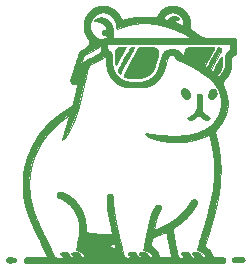
<source format=gbo>
%TF.GenerationSoftware,KiCad,Pcbnew,9.0.0*%
%TF.CreationDate,2025-06-15T18:58:11-04:00*%
%TF.ProjectId,data-logger,64617461-2d6c-46f6-9767-65722e6b6963,rev?*%
%TF.SameCoordinates,Original*%
%TF.FileFunction,Legend,Bot*%
%TF.FilePolarity,Positive*%
%FSLAX46Y46*%
G04 Gerber Fmt 4.6, Leading zero omitted, Abs format (unit mm)*
G04 Created by KiCad (PCBNEW 9.0.0) date 2025-06-15 18:58:11*
%MOMM*%
%LPD*%
G01*
G04 APERTURE LIST*
%ADD10C,0.000000*%
G04 APERTURE END LIST*
D10*
X123538091Y-118348950D02*
X124126632Y-117806511D01*
G36*
X116957173Y-100700500D02*
G01*
X117071968Y-100708260D01*
X117191465Y-100718428D01*
X117316465Y-100727500D01*
X116419840Y-102316594D01*
X116408204Y-102314588D01*
X116397338Y-102312352D01*
X116387217Y-102309894D01*
X116377814Y-102307226D01*
X116369104Y-102304355D01*
X116361058Y-102301293D01*
X116353652Y-102298049D01*
X116346858Y-102294632D01*
X116340651Y-102291052D01*
X116335005Y-102287320D01*
X116329892Y-102283444D01*
X116325287Y-102279435D01*
X116321163Y-102275303D01*
X116317493Y-102271056D01*
X116314253Y-102266705D01*
X116311414Y-102262259D01*
X116308952Y-102257729D01*
X116306839Y-102253123D01*
X116305049Y-102248452D01*
X116303556Y-102243726D01*
X116301356Y-102234145D01*
X116300028Y-102224459D01*
X116299360Y-102214745D01*
X116299143Y-102205082D01*
X116299218Y-102186216D01*
X116297095Y-101969151D01*
X116294233Y-101860748D01*
X116289927Y-101752419D01*
X116283995Y-101644155D01*
X116276255Y-101535945D01*
X116266523Y-101427780D01*
X116254618Y-101319650D01*
X116251340Y-101285952D01*
X116249706Y-101252547D01*
X116249765Y-101219444D01*
X116251562Y-101186650D01*
X116255144Y-101154176D01*
X116260558Y-101122028D01*
X116267849Y-101090217D01*
X116277064Y-101058749D01*
X116288250Y-101027634D01*
X116301453Y-100996881D01*
X116316719Y-100966497D01*
X116334096Y-100936492D01*
X116353629Y-100906874D01*
X116375365Y-100877651D01*
X116399350Y-100848832D01*
X116425632Y-100820425D01*
X116451442Y-100804159D01*
X116477258Y-100789302D01*
X116503093Y-100775800D01*
X116528957Y-100763599D01*
X116554865Y-100752642D01*
X116580828Y-100742876D01*
X116632972Y-100726696D01*
X116685488Y-100714622D01*
X116738477Y-100706214D01*
X116792040Y-100701036D01*
X116846277Y-100698650D01*
X116901288Y-100698617D01*
X116957173Y-100700500D01*
G37*
G36*
X117788263Y-100707396D02*
G01*
X117806963Y-100708912D01*
X117826176Y-100711248D01*
X117845914Y-100714398D01*
X117866188Y-100718358D01*
X117887010Y-100723121D01*
X117908390Y-100728684D01*
X117930339Y-100735039D01*
X117952869Y-100742182D01*
X117975991Y-100750108D01*
X117836106Y-101044941D01*
X117690294Y-101335784D01*
X117539517Y-101623500D01*
X117384740Y-101908954D01*
X117067037Y-102476534D01*
X116744891Y-103045440D01*
X116704053Y-103016123D01*
X116666801Y-102987060D01*
X116633257Y-102958096D01*
X116617913Y-102943604D01*
X116603543Y-102929078D01*
X116590160Y-102914500D01*
X116577782Y-102899850D01*
X116566422Y-102885109D01*
X116556096Y-102870257D01*
X116546819Y-102855275D01*
X116538607Y-102840144D01*
X116531475Y-102824845D01*
X116525439Y-102809358D01*
X116520513Y-102793663D01*
X116516712Y-102777742D01*
X116514053Y-102761575D01*
X116512550Y-102745142D01*
X116512219Y-102728425D01*
X116513075Y-102711404D01*
X116515134Y-102694060D01*
X116518410Y-102676373D01*
X116522918Y-102658323D01*
X116528675Y-102639893D01*
X116535696Y-102621061D01*
X116543995Y-102601810D01*
X116553588Y-102582119D01*
X116564491Y-102561969D01*
X116576718Y-102541341D01*
X116590285Y-102520215D01*
X116643478Y-102436984D01*
X116694058Y-102351739D01*
X116742720Y-102264672D01*
X116790159Y-102175972D01*
X116884144Y-101994434D01*
X116932080Y-101901976D01*
X116981571Y-101808644D01*
X117235174Y-101355280D01*
X117357450Y-101133491D01*
X117416728Y-101022548D01*
X117474486Y-100911090D01*
X117484430Y-100892276D01*
X117494632Y-100874404D01*
X117505104Y-100857470D01*
X117515856Y-100841468D01*
X117526901Y-100826392D01*
X117538248Y-100812238D01*
X117549909Y-100798999D01*
X117561896Y-100786672D01*
X117574219Y-100775249D01*
X117586889Y-100764726D01*
X117599917Y-100755098D01*
X117613316Y-100746359D01*
X117627094Y-100738504D01*
X117641265Y-100731528D01*
X117655839Y-100725425D01*
X117670826Y-100720190D01*
X117686239Y-100715817D01*
X117702088Y-100712302D01*
X117718384Y-100709638D01*
X117735138Y-100707821D01*
X117752362Y-100706845D01*
X117770067Y-100706705D01*
X117788263Y-100707396D01*
G37*
G36*
X118547161Y-100699025D02*
G01*
X118566335Y-100699891D01*
X118668413Y-100704669D01*
X118770620Y-100707212D01*
X118872928Y-100708034D01*
X118975308Y-100707654D01*
X119180175Y-100705351D01*
X119384992Y-100704435D01*
X119433228Y-100705507D01*
X119479604Y-100708164D01*
X119524117Y-100712399D01*
X119566762Y-100718206D01*
X119607534Y-100725578D01*
X119646428Y-100734509D01*
X119683439Y-100744993D01*
X119718564Y-100757023D01*
X119751796Y-100770593D01*
X119783133Y-100785696D01*
X119812568Y-100802326D01*
X119840097Y-100820476D01*
X119865715Y-100840140D01*
X119889418Y-100861312D01*
X119911201Y-100883984D01*
X119931059Y-100908152D01*
X119948988Y-100933807D01*
X119964983Y-100960944D01*
X119979039Y-100989557D01*
X119991151Y-101019638D01*
X120001315Y-101051182D01*
X120009527Y-101084182D01*
X120015780Y-101118631D01*
X120020071Y-101154523D01*
X120022395Y-101191852D01*
X120022748Y-101230611D01*
X120021124Y-101270794D01*
X120017518Y-101312395D01*
X120011927Y-101355406D01*
X120004345Y-101399821D01*
X119994769Y-101445635D01*
X119983192Y-101492840D01*
X119969232Y-101544055D01*
X119954006Y-101597012D01*
X119918902Y-101716227D01*
X119796670Y-102098571D01*
X119736139Y-102282466D01*
X119704702Y-102373039D01*
X119671982Y-102462864D01*
X119630330Y-102565714D01*
X119584360Y-102662998D01*
X119534010Y-102754633D01*
X119479216Y-102840534D01*
X119419916Y-102920617D01*
X119388556Y-102958450D01*
X119356046Y-102994797D01*
X119322377Y-103029648D01*
X119287543Y-103062991D01*
X119251534Y-103094817D01*
X119214344Y-103125115D01*
X119175964Y-103153874D01*
X119136386Y-103181084D01*
X119095602Y-103206735D01*
X119053605Y-103230815D01*
X119010387Y-103253314D01*
X118965940Y-103274222D01*
X118920255Y-103293528D01*
X118873326Y-103311222D01*
X118825143Y-103327293D01*
X118775700Y-103341731D01*
X118724988Y-103354525D01*
X118672999Y-103365664D01*
X118619726Y-103375139D01*
X118565161Y-103382938D01*
X118509295Y-103389051D01*
X118452122Y-103393468D01*
X118168190Y-103408794D01*
X118026287Y-103413655D01*
X117884474Y-103415610D01*
X117742787Y-103413881D01*
X117601262Y-103407690D01*
X117459933Y-103396259D01*
X117389354Y-103388335D01*
X117318838Y-103378808D01*
X117258303Y-103368720D01*
X117204460Y-103357116D01*
X117180011Y-103350684D01*
X117157190Y-103343799D01*
X117135983Y-103336437D01*
X117116374Y-103328574D01*
X117098350Y-103320185D01*
X117081894Y-103311246D01*
X117066993Y-103301732D01*
X117053632Y-103291618D01*
X117041795Y-103280881D01*
X117031468Y-103269495D01*
X117022635Y-103257436D01*
X117015283Y-103244681D01*
X117009397Y-103231203D01*
X117004961Y-103216979D01*
X117001960Y-103201985D01*
X117000381Y-103186195D01*
X117000207Y-103169586D01*
X117001425Y-103152132D01*
X117004019Y-103133811D01*
X117007975Y-103114596D01*
X117013277Y-103094463D01*
X117019911Y-103073388D01*
X117027863Y-103051347D01*
X117037117Y-103028315D01*
X117059472Y-102979181D01*
X117086858Y-102925789D01*
X117620727Y-101938699D01*
X117887269Y-101444952D01*
X118151350Y-100949904D01*
X118169016Y-100918059D01*
X118187304Y-100888302D01*
X118206316Y-100860649D01*
X118226155Y-100835116D01*
X118236417Y-100823150D01*
X118246925Y-100811719D01*
X118257692Y-100800826D01*
X118268729Y-100790474D01*
X118280051Y-100780663D01*
X118291670Y-100771397D01*
X118303599Y-100762676D01*
X118315852Y-100754503D01*
X118328440Y-100746880D01*
X118341376Y-100739810D01*
X118354675Y-100733293D01*
X118368348Y-100727332D01*
X118382408Y-100721929D01*
X118396869Y-100717086D01*
X118411743Y-100712805D01*
X118427043Y-100709087D01*
X118442783Y-100705936D01*
X118458974Y-100703353D01*
X118475630Y-100701339D01*
X118492764Y-100699898D01*
X118510389Y-100699030D01*
X118528517Y-100698739D01*
X118547161Y-100699025D01*
G37*
G36*
X124665992Y-104223684D02*
G01*
X124693315Y-104225471D01*
X124721222Y-104228756D01*
X124749712Y-104233544D01*
X124778786Y-104239839D01*
X124808445Y-104247644D01*
X124838688Y-104256964D01*
X124854735Y-104284043D01*
X124869473Y-104311392D01*
X124882911Y-104338974D01*
X124895054Y-104366752D01*
X124915488Y-104422751D01*
X124930835Y-104479093D01*
X124941153Y-104535483D01*
X124946500Y-104591628D01*
X124946935Y-104647231D01*
X124942518Y-104702000D01*
X124933305Y-104755639D01*
X124919357Y-104807853D01*
X124900731Y-104858348D01*
X124889682Y-104882859D01*
X124877487Y-104906829D01*
X124864151Y-104930222D01*
X124849682Y-104953002D01*
X124834088Y-104975130D01*
X124817376Y-104996571D01*
X124799553Y-105017288D01*
X124780627Y-105037243D01*
X124760604Y-105056400D01*
X124739493Y-105074723D01*
X124713273Y-105095349D01*
X124686545Y-105114258D01*
X124659343Y-105131332D01*
X124631705Y-105146453D01*
X124603667Y-105159504D01*
X124575265Y-105170367D01*
X124546536Y-105178926D01*
X124532060Y-105182304D01*
X124517516Y-105185063D01*
X124502908Y-105187186D01*
X124488240Y-105188660D01*
X124473518Y-105189470D01*
X124458746Y-105189600D01*
X124443928Y-105189038D01*
X124429069Y-105187767D01*
X124414174Y-105185773D01*
X124399247Y-105183042D01*
X124384292Y-105179558D01*
X124369314Y-105175308D01*
X124354318Y-105170276D01*
X124339308Y-105164448D01*
X124324288Y-105157808D01*
X124309264Y-105150344D01*
X124294240Y-105142039D01*
X124279220Y-105132879D01*
X124264258Y-105122866D01*
X124250171Y-105112511D01*
X124236944Y-105101824D01*
X124224562Y-105090816D01*
X124213009Y-105079494D01*
X124202272Y-105067869D01*
X124192333Y-105055950D01*
X124183179Y-105043746D01*
X124174795Y-105031266D01*
X124167164Y-105018521D01*
X124160272Y-105005519D01*
X124154104Y-104992270D01*
X124148644Y-104978783D01*
X124143879Y-104965068D01*
X124139791Y-104951134D01*
X124136367Y-104936990D01*
X124133591Y-104922646D01*
X124131448Y-104908112D01*
X124129922Y-104893395D01*
X124129000Y-104878507D01*
X124128665Y-104863456D01*
X124128902Y-104848252D01*
X124131034Y-104817422D01*
X124135274Y-104786091D01*
X124141502Y-104754335D01*
X124149595Y-104722229D01*
X124159434Y-104689848D01*
X124184520Y-104619750D01*
X124211910Y-104555239D01*
X124226471Y-104525089D01*
X124241608Y-104496349D01*
X124257323Y-104469021D01*
X124273616Y-104443110D01*
X124290486Y-104418621D01*
X124307935Y-104395557D01*
X124325962Y-104373922D01*
X124344568Y-104353721D01*
X124363754Y-104334957D01*
X124383518Y-104317634D01*
X124403863Y-104301757D01*
X124424787Y-104287330D01*
X124446291Y-104274357D01*
X124468377Y-104262841D01*
X124491042Y-104252787D01*
X124514290Y-104244200D01*
X124538118Y-104237082D01*
X124562528Y-104231438D01*
X124587520Y-104227272D01*
X124613095Y-104224588D01*
X124639252Y-104223391D01*
X124665992Y-104223684D01*
G37*
G36*
X122160025Y-104190554D02*
G01*
X122179592Y-104192702D01*
X122199444Y-104196125D01*
X122219549Y-104200842D01*
X122239876Y-104206873D01*
X122260394Y-104214238D01*
X122281072Y-104222957D01*
X122301879Y-104233050D01*
X122323374Y-104244584D01*
X122344261Y-104256636D01*
X122364546Y-104269195D01*
X122384234Y-104282253D01*
X122403332Y-104295800D01*
X122421844Y-104309828D01*
X122439777Y-104324327D01*
X122457136Y-104339289D01*
X122490153Y-104370560D01*
X122520942Y-104403569D01*
X122549546Y-104438241D01*
X122576012Y-104474504D01*
X122600382Y-104512284D01*
X122622704Y-104551507D01*
X122643020Y-104592099D01*
X122661377Y-104633987D01*
X122677819Y-104677097D01*
X122692390Y-104721356D01*
X122705136Y-104766689D01*
X122716102Y-104813025D01*
X122718489Y-104825330D01*
X122720323Y-104837508D01*
X122721615Y-104849556D01*
X122722375Y-104861469D01*
X122722612Y-104873244D01*
X122722335Y-104884879D01*
X122721554Y-104896368D01*
X122720280Y-104907710D01*
X122718521Y-104918899D01*
X122716288Y-104929934D01*
X122710437Y-104951524D01*
X122702804Y-104972452D01*
X122693467Y-104992691D01*
X122682504Y-105012211D01*
X122669991Y-105030986D01*
X122656007Y-105048988D01*
X122640628Y-105066190D01*
X122623934Y-105082562D01*
X122606000Y-105098078D01*
X122586906Y-105112709D01*
X122566727Y-105126429D01*
X122540626Y-105141902D01*
X122514391Y-105155011D01*
X122488045Y-105165804D01*
X122461607Y-105174326D01*
X122435100Y-105180626D01*
X122408543Y-105184750D01*
X122381957Y-105186744D01*
X122355364Y-105186656D01*
X122328783Y-105184532D01*
X122302237Y-105180420D01*
X122275745Y-105174366D01*
X122249329Y-105166417D01*
X122223009Y-105156620D01*
X122196806Y-105145022D01*
X122170742Y-105131669D01*
X122144836Y-105116610D01*
X122122050Y-105101724D01*
X122100407Y-105085867D01*
X122079843Y-105069056D01*
X122060297Y-105051308D01*
X122041707Y-105032640D01*
X122024009Y-105013070D01*
X122007141Y-104992615D01*
X121991040Y-104971293D01*
X121975645Y-104949120D01*
X121960893Y-104926115D01*
X121946721Y-104902293D01*
X121933068Y-104877674D01*
X121919869Y-104852273D01*
X121907064Y-104826109D01*
X121894589Y-104799199D01*
X121882383Y-104771560D01*
X121870777Y-104695582D01*
X121865272Y-104659618D01*
X121860430Y-104624757D01*
X121856595Y-104590814D01*
X121854116Y-104557605D01*
X121853493Y-104541218D01*
X121853339Y-104524945D01*
X121853697Y-104508763D01*
X121854610Y-104492649D01*
X121856922Y-104469422D01*
X121860299Y-104446970D01*
X121864709Y-104425314D01*
X121870121Y-104404473D01*
X121876504Y-104384468D01*
X121883827Y-104365319D01*
X121892059Y-104347045D01*
X121901167Y-104329667D01*
X121911122Y-104313204D01*
X121921892Y-104297676D01*
X121933446Y-104283104D01*
X121945752Y-104269506D01*
X121958780Y-104256904D01*
X121972498Y-104245317D01*
X121986875Y-104234765D01*
X122001879Y-104225268D01*
X122017481Y-104216845D01*
X122033647Y-104209518D01*
X122050348Y-104203305D01*
X122067552Y-104198227D01*
X122085228Y-104194303D01*
X122103344Y-104191554D01*
X122121870Y-104189999D01*
X122140774Y-104189659D01*
X122160025Y-104190554D01*
G37*
G36*
X123483830Y-104669459D02*
G01*
X123499571Y-104670719D01*
X123514583Y-104672447D01*
X123528879Y-104674647D01*
X123542472Y-104677322D01*
X123555376Y-104680476D01*
X123567602Y-104684110D01*
X123579164Y-104688230D01*
X123590073Y-104692838D01*
X123600344Y-104697936D01*
X123609988Y-104703529D01*
X123619019Y-104709620D01*
X123627449Y-104716212D01*
X123635290Y-104723308D01*
X123642557Y-104730911D01*
X123649261Y-104739025D01*
X123655415Y-104747653D01*
X123661032Y-104756798D01*
X123666125Y-104766463D01*
X123670706Y-104776652D01*
X123674788Y-104787368D01*
X123678385Y-104798613D01*
X123681508Y-104810392D01*
X123684170Y-104822708D01*
X123686385Y-104835563D01*
X123689522Y-104862906D01*
X123691021Y-104892447D01*
X123690984Y-104924212D01*
X123689049Y-105046207D01*
X123688593Y-105168243D01*
X123689895Y-105412368D01*
X123690440Y-105656448D01*
X123689038Y-105778428D01*
X123685778Y-105900344D01*
X123685216Y-105932731D01*
X123685959Y-105964172D01*
X123688109Y-105994686D01*
X123691768Y-106024288D01*
X123697039Y-106052997D01*
X123704024Y-106080831D01*
X123712826Y-106107806D01*
X123723546Y-106133940D01*
X123736287Y-106159250D01*
X123751152Y-106183754D01*
X123768243Y-106207469D01*
X123787661Y-106230413D01*
X123809511Y-106252602D01*
X123833893Y-106274055D01*
X123860910Y-106294788D01*
X123890665Y-106314820D01*
X124069392Y-106456499D01*
X124111618Y-106490410D01*
X124152884Y-106524365D01*
X124193200Y-106558689D01*
X124232578Y-106593706D01*
X124245415Y-106604905D01*
X124259239Y-106616291D01*
X124288142Y-106639829D01*
X124302370Y-106652084D01*
X124315879Y-106664731D01*
X124328245Y-106677822D01*
X124333866Y-106684550D01*
X124339042Y-106691408D01*
X124343718Y-106698403D01*
X124347842Y-106705541D01*
X124351361Y-106712829D01*
X124354221Y-106720272D01*
X124356370Y-106727878D01*
X124357753Y-106735653D01*
X124358318Y-106743603D01*
X124358011Y-106751735D01*
X124356779Y-106760055D01*
X124354568Y-106768569D01*
X124351327Y-106777284D01*
X124347001Y-106786207D01*
X124341536Y-106795343D01*
X124334881Y-106804700D01*
X124326981Y-106814284D01*
X124317783Y-106824100D01*
X124299845Y-106842915D01*
X124281836Y-106862858D01*
X124245068Y-106904056D01*
X124226038Y-106924273D01*
X124206399Y-106943544D01*
X124186015Y-106961350D01*
X124175501Y-106969542D01*
X124164750Y-106977173D01*
X124153746Y-106984178D01*
X124142472Y-106990492D01*
X124130910Y-106996052D01*
X124119043Y-107000791D01*
X124106856Y-107004645D01*
X124094330Y-107007549D01*
X124081450Y-107009439D01*
X124068198Y-107010248D01*
X124054558Y-107009914D01*
X124040512Y-107008370D01*
X124026043Y-107005552D01*
X124011136Y-107001395D01*
X123995773Y-106995835D01*
X123979937Y-106988806D01*
X123963611Y-106980243D01*
X123946778Y-106970082D01*
X123858181Y-106912334D01*
X123814282Y-106882520D01*
X123771044Y-106851816D01*
X123728761Y-106820026D01*
X123708070Y-106803662D01*
X123687729Y-106786953D01*
X123667774Y-106769874D01*
X123648243Y-106752400D01*
X123629172Y-106734507D01*
X123610598Y-106716170D01*
X123596623Y-106702427D01*
X123582762Y-106689651D01*
X123569008Y-106677832D01*
X123555352Y-106666962D01*
X123541787Y-106657031D01*
X123528306Y-106648030D01*
X123514901Y-106639950D01*
X123501563Y-106632782D01*
X123488287Y-106626517D01*
X123475063Y-106621145D01*
X123461885Y-106616659D01*
X123448744Y-106613048D01*
X123435634Y-106610303D01*
X123422546Y-106608416D01*
X123409472Y-106607377D01*
X123396406Y-106607178D01*
X123383339Y-106607809D01*
X123370264Y-106609260D01*
X123357174Y-106611524D01*
X123344059Y-106614590D01*
X123330914Y-106618451D01*
X123317731Y-106623096D01*
X123304501Y-106628516D01*
X123291217Y-106634703D01*
X123277871Y-106641647D01*
X123264456Y-106649340D01*
X123250965Y-106657772D01*
X123237389Y-106666934D01*
X123209952Y-106687412D01*
X123182087Y-106710701D01*
X123163360Y-106726648D01*
X123144186Y-106742080D01*
X123124626Y-106757068D01*
X123104739Y-106771680D01*
X123064226Y-106800062D01*
X123023131Y-106827786D01*
X122981934Y-106855412D01*
X122941119Y-106883501D01*
X122901168Y-106912613D01*
X122881666Y-106927727D01*
X122862562Y-106943308D01*
X122845690Y-106956823D01*
X122829049Y-106968904D01*
X122812640Y-106979590D01*
X122796461Y-106988921D01*
X122780513Y-106996935D01*
X122764797Y-107003673D01*
X122749312Y-107009172D01*
X122734059Y-107013472D01*
X122719037Y-107016612D01*
X122704248Y-107018631D01*
X122689690Y-107019568D01*
X122675364Y-107019463D01*
X122661271Y-107018354D01*
X122647410Y-107016281D01*
X122633782Y-107013283D01*
X122620387Y-107009398D01*
X122607224Y-107004666D01*
X122594294Y-106999126D01*
X122581597Y-106992817D01*
X122569134Y-106985779D01*
X122556904Y-106978049D01*
X122544907Y-106969668D01*
X122521615Y-106951108D01*
X122499258Y-106930410D01*
X122477839Y-106907888D01*
X122457357Y-106883855D01*
X122437813Y-106858622D01*
X122428228Y-106844844D01*
X122420152Y-106831450D01*
X122413524Y-106818435D01*
X122408285Y-106805793D01*
X122404375Y-106793519D01*
X122401733Y-106781606D01*
X122400299Y-106770049D01*
X122400014Y-106758841D01*
X122400818Y-106747978D01*
X122402649Y-106737452D01*
X122405449Y-106727258D01*
X122409157Y-106717391D01*
X122413713Y-106707844D01*
X122419057Y-106698611D01*
X122425129Y-106689688D01*
X122431870Y-106681067D01*
X122439218Y-106672743D01*
X122447114Y-106664710D01*
X122455497Y-106656962D01*
X122464309Y-106649494D01*
X122482974Y-106635371D01*
X122502630Y-106622296D01*
X122522796Y-106610221D01*
X122542992Y-106599100D01*
X122581548Y-106579528D01*
X122628425Y-106555572D01*
X122673397Y-106530739D01*
X122716474Y-106505028D01*
X122757665Y-106478440D01*
X122796981Y-106450973D01*
X122834431Y-106422629D01*
X122870026Y-106393407D01*
X122903774Y-106363306D01*
X122935687Y-106332326D01*
X122965773Y-106300467D01*
X122994044Y-106267728D01*
X123020507Y-106234111D01*
X123045175Y-106199613D01*
X123068056Y-106164235D01*
X123089160Y-106127977D01*
X123108497Y-106090839D01*
X123126077Y-106052819D01*
X123141910Y-106013919D01*
X123156005Y-105974137D01*
X123168373Y-105933474D01*
X123179024Y-105891929D01*
X123187967Y-105849502D01*
X123195213Y-105806193D01*
X123200770Y-105762001D01*
X123204649Y-105716926D01*
X123206861Y-105670969D01*
X123207414Y-105624128D01*
X123206318Y-105576403D01*
X123203584Y-105527795D01*
X123199222Y-105478303D01*
X123193240Y-105427926D01*
X123185650Y-105376665D01*
X123181819Y-105349294D01*
X123179094Y-105321758D01*
X123177345Y-105294075D01*
X123176439Y-105266262D01*
X123176630Y-105210318D01*
X123178616Y-105154066D01*
X123183758Y-105041205D01*
X123184808Y-104984878D01*
X123184492Y-104956802D01*
X123183440Y-104928808D01*
X123182763Y-104910891D01*
X123182650Y-104893717D01*
X123183102Y-104877274D01*
X123184120Y-104861551D01*
X123185708Y-104846537D01*
X123187866Y-104832221D01*
X123190597Y-104818592D01*
X123193902Y-104805638D01*
X123197783Y-104793349D01*
X123202242Y-104781712D01*
X123207280Y-104770718D01*
X123212899Y-104760355D01*
X123219102Y-104750611D01*
X123225890Y-104741475D01*
X123233264Y-104732937D01*
X123241227Y-104724985D01*
X123249779Y-104717608D01*
X123258924Y-104710794D01*
X123268663Y-104704533D01*
X123278997Y-104698813D01*
X123289929Y-104693624D01*
X123301460Y-104688953D01*
X123313592Y-104684791D01*
X123326326Y-104681125D01*
X123339665Y-104677944D01*
X123353610Y-104675237D01*
X123368164Y-104672994D01*
X123383327Y-104671203D01*
X123415490Y-104668931D01*
X123450114Y-104668332D01*
X123483830Y-104669459D01*
G37*
G36*
X107492800Y-118491000D02*
G01*
X107561751Y-118500564D01*
X107629889Y-118515748D01*
X107695882Y-118536360D01*
X107727659Y-118548642D01*
X107758400Y-118562208D01*
X107787940Y-118577034D01*
X107816112Y-118593097D01*
X107842750Y-118610373D01*
X107867688Y-118628837D01*
X107890758Y-118648466D01*
X107911796Y-118669235D01*
X107930633Y-118691120D01*
X107947105Y-118714098D01*
X107961044Y-118738144D01*
X107972285Y-118763234D01*
X107968301Y-118795812D01*
X107965619Y-118811309D01*
X107962484Y-118826278D01*
X107958901Y-118840716D01*
X107954876Y-118854624D01*
X107950413Y-118868001D01*
X107945517Y-118880846D01*
X107940194Y-118893159D01*
X107934449Y-118904939D01*
X107928286Y-118916186D01*
X107921712Y-118926898D01*
X107914731Y-118937075D01*
X107907349Y-118946717D01*
X107899570Y-118955822D01*
X107891400Y-118964391D01*
X107882844Y-118972422D01*
X107873906Y-118979915D01*
X107864593Y-118986869D01*
X107854910Y-118993284D01*
X107844860Y-118999159D01*
X107834451Y-119004493D01*
X107823686Y-119009285D01*
X107812571Y-119013536D01*
X107801111Y-119017244D01*
X107789311Y-119020408D01*
X107777177Y-119023029D01*
X107764713Y-119025105D01*
X107751925Y-119026635D01*
X107738818Y-119027620D01*
X107725397Y-119028058D01*
X107711667Y-119027949D01*
X107387401Y-119045808D01*
X107347549Y-119043677D01*
X107308323Y-119038575D01*
X107288990Y-119034724D01*
X107269866Y-119029905D01*
X107250969Y-119024043D01*
X107232318Y-119017065D01*
X107213930Y-119008893D01*
X107195824Y-118999455D01*
X107178015Y-118988674D01*
X107160524Y-118976476D01*
X107143367Y-118962785D01*
X107126562Y-118947528D01*
X107110126Y-118930627D01*
X107094079Y-118912010D01*
X107086843Y-118902765D01*
X107080076Y-118893419D01*
X107073780Y-118883979D01*
X107067954Y-118874451D01*
X107062601Y-118864841D01*
X107057719Y-118855156D01*
X107053311Y-118845401D01*
X107049377Y-118835584D01*
X107045918Y-118825710D01*
X107042934Y-118815787D01*
X107040426Y-118805819D01*
X107038396Y-118795814D01*
X107036843Y-118785778D01*
X107035769Y-118775717D01*
X107035174Y-118765637D01*
X107035060Y-118755546D01*
X107035426Y-118745448D01*
X107036274Y-118735351D01*
X107037605Y-118725261D01*
X107039419Y-118715184D01*
X107041716Y-118705127D01*
X107044499Y-118695095D01*
X107047767Y-118685095D01*
X107051521Y-118675134D01*
X107055763Y-118665217D01*
X107060492Y-118655352D01*
X107065710Y-118645544D01*
X107071417Y-118635800D01*
X107077615Y-118626126D01*
X107084303Y-118616528D01*
X107091483Y-118607013D01*
X107099156Y-118597587D01*
X107116701Y-118579121D01*
X107136537Y-118562420D01*
X107158500Y-118547461D01*
X107182422Y-118534220D01*
X107208136Y-118522673D01*
X107235477Y-118512796D01*
X107264279Y-118504564D01*
X107294374Y-118497954D01*
X107325597Y-118492942D01*
X107357780Y-118489503D01*
X107390759Y-118487613D01*
X107424366Y-118487249D01*
X107492800Y-118491000D01*
G37*
G36*
X126884564Y-118497597D02*
G01*
X126959963Y-118499934D01*
X127035242Y-118503572D01*
X127065591Y-118506239D01*
X127094680Y-118510731D01*
X127122413Y-118517115D01*
X127135742Y-118521038D01*
X127148695Y-118525458D01*
X127161261Y-118530386D01*
X127173428Y-118535828D01*
X127185183Y-118541793D01*
X127196516Y-118548290D01*
X127207412Y-118555326D01*
X127217861Y-118562911D01*
X127227851Y-118571053D01*
X127237369Y-118579759D01*
X127246403Y-118589039D01*
X127254941Y-118598901D01*
X127262971Y-118609352D01*
X127270482Y-118620402D01*
X127277460Y-118632059D01*
X127283894Y-118644330D01*
X127289772Y-118657226D01*
X127295081Y-118670753D01*
X127299811Y-118684920D01*
X127303948Y-118699736D01*
X127307480Y-118715208D01*
X127310396Y-118731346D01*
X127312683Y-118748158D01*
X127314329Y-118765651D01*
X127315323Y-118783835D01*
X127315652Y-118802717D01*
X127303892Y-118831340D01*
X127297614Y-118844868D01*
X127291073Y-118857878D01*
X127284269Y-118870377D01*
X127277203Y-118882369D01*
X127269877Y-118893858D01*
X127262293Y-118904850D01*
X127254451Y-118915350D01*
X127246353Y-118925362D01*
X127238001Y-118934890D01*
X127229394Y-118943941D01*
X127220535Y-118952518D01*
X127211425Y-118960626D01*
X127202064Y-118968271D01*
X127192456Y-118975456D01*
X127182599Y-118982187D01*
X127172497Y-118988469D01*
X127162150Y-118994306D01*
X127151559Y-118999703D01*
X127140726Y-119004665D01*
X127129652Y-119009197D01*
X127118338Y-119013304D01*
X127106786Y-119016989D01*
X127094996Y-119020259D01*
X127082970Y-119023118D01*
X127058216Y-119027621D01*
X127032532Y-119030538D01*
X127005930Y-119031906D01*
X126868049Y-119034484D01*
X126730122Y-119035704D01*
X126592213Y-119035060D01*
X126454391Y-119032048D01*
X126422935Y-119030058D01*
X126392794Y-119026117D01*
X126364057Y-119020219D01*
X126336811Y-119012357D01*
X126323775Y-119007688D01*
X126311144Y-119002524D01*
X126298930Y-118996867D01*
X126287143Y-118990714D01*
X126275795Y-118984065D01*
X126264896Y-118976919D01*
X126254457Y-118969276D01*
X126244490Y-118961134D01*
X126235005Y-118952492D01*
X126226014Y-118943351D01*
X126217526Y-118933708D01*
X126209554Y-118923563D01*
X126202108Y-118912915D01*
X126195199Y-118901764D01*
X126188838Y-118890109D01*
X126183036Y-118877948D01*
X126177804Y-118865281D01*
X126173152Y-118852107D01*
X126169093Y-118838425D01*
X126165636Y-118824235D01*
X126162794Y-118809535D01*
X126160576Y-118794325D01*
X126158993Y-118778603D01*
X126158057Y-118762370D01*
X126157840Y-118746410D01*
X126158378Y-118731022D01*
X126159650Y-118716202D01*
X126161639Y-118701942D01*
X126164325Y-118688237D01*
X126167690Y-118675081D01*
X126171714Y-118662469D01*
X126176380Y-118650393D01*
X126181668Y-118638848D01*
X126187559Y-118627829D01*
X126194035Y-118617329D01*
X126201077Y-118607341D01*
X126208665Y-118597862D01*
X126216782Y-118588883D01*
X126225407Y-118580399D01*
X126234524Y-118572405D01*
X126244112Y-118564894D01*
X126254152Y-118557861D01*
X126264627Y-118551298D01*
X126275516Y-118545202D01*
X126286802Y-118539564D01*
X126298466Y-118534381D01*
X126310488Y-118529644D01*
X126322850Y-118525350D01*
X126335533Y-118521490D01*
X126348518Y-118518061D01*
X126375320Y-118512466D01*
X126403104Y-118508519D01*
X126431721Y-118506170D01*
X126582508Y-118499572D01*
X126658017Y-118497549D01*
X126733554Y-118496489D01*
X126809082Y-118496477D01*
X126884564Y-118497597D01*
G37*
G36*
X115317162Y-97228948D02*
G01*
X115398103Y-97235357D01*
X115478546Y-97246000D01*
X115558338Y-97260833D01*
X115637325Y-97279811D01*
X115715353Y-97302889D01*
X115792269Y-97330022D01*
X115867918Y-97361167D01*
X115942147Y-97396277D01*
X116014803Y-97435309D01*
X116085730Y-97478217D01*
X116154777Y-97524957D01*
X116221789Y-97575485D01*
X116286611Y-97629755D01*
X116349092Y-97687723D01*
X116409076Y-97749344D01*
X116466410Y-97814574D01*
X116520940Y-97883367D01*
X116572513Y-97955680D01*
X116620975Y-98031467D01*
X116666171Y-98110683D01*
X116707949Y-98193285D01*
X116717371Y-98212587D01*
X116726790Y-98230788D01*
X116736226Y-98247909D01*
X116745701Y-98263969D01*
X116755234Y-98278990D01*
X116764844Y-98292992D01*
X116774554Y-98305995D01*
X116784382Y-98318019D01*
X116794349Y-98329085D01*
X116804475Y-98339214D01*
X116814781Y-98348425D01*
X116825286Y-98356740D01*
X116836011Y-98364178D01*
X116846976Y-98370760D01*
X116858201Y-98376507D01*
X116869707Y-98381439D01*
X116881513Y-98385576D01*
X116893640Y-98388938D01*
X116906109Y-98391547D01*
X116918938Y-98393422D01*
X116932149Y-98394585D01*
X116945762Y-98395055D01*
X116959797Y-98394852D01*
X116974274Y-98393998D01*
X116989214Y-98392513D01*
X117004635Y-98390416D01*
X117020560Y-98387729D01*
X117037008Y-98384472D01*
X117071554Y-98376329D01*
X117108434Y-98366151D01*
X117259534Y-98324006D01*
X117410981Y-98285868D01*
X117562769Y-98251793D01*
X117601036Y-98244258D01*
X120389335Y-98244258D01*
X120390382Y-98254298D01*
X120392602Y-98264496D01*
X120396068Y-98274857D01*
X120400856Y-98285383D01*
X120407041Y-98296078D01*
X120414699Y-98306946D01*
X120423904Y-98317990D01*
X120434731Y-98329214D01*
X120447255Y-98340621D01*
X120461552Y-98352215D01*
X120477697Y-98363999D01*
X120495765Y-98375977D01*
X120520908Y-98386947D01*
X120545205Y-98395635D01*
X120557061Y-98399134D01*
X120568737Y-98402076D01*
X120580241Y-98404464D01*
X120591585Y-98406303D01*
X120602777Y-98407598D01*
X120613830Y-98408352D01*
X120624751Y-98408570D01*
X120635553Y-98408256D01*
X120646244Y-98407415D01*
X120656835Y-98406051D01*
X120667336Y-98404168D01*
X120677757Y-98401770D01*
X120688108Y-98398863D01*
X120698400Y-98395449D01*
X120708642Y-98391534D01*
X120718845Y-98387122D01*
X120739174Y-98376822D01*
X120759466Y-98364586D01*
X120779804Y-98350446D01*
X120800268Y-98334439D01*
X120820939Y-98316597D01*
X120841898Y-98296956D01*
X120868641Y-98272182D01*
X120896051Y-98249127D01*
X120924069Y-98227784D01*
X120952630Y-98208146D01*
X120981672Y-98190206D01*
X121011133Y-98173957D01*
X121040950Y-98159393D01*
X121071061Y-98146505D01*
X121101403Y-98135287D01*
X121131914Y-98125732D01*
X121162531Y-98117833D01*
X121193192Y-98111583D01*
X121223835Y-98106974D01*
X121254396Y-98104001D01*
X121284814Y-98102654D01*
X121315025Y-98102929D01*
X121344968Y-98104817D01*
X121374580Y-98108312D01*
X121403798Y-98113406D01*
X121432560Y-98120092D01*
X121460803Y-98128364D01*
X121488465Y-98138215D01*
X121515484Y-98149636D01*
X121541797Y-98162622D01*
X121567341Y-98177166D01*
X121592054Y-98193259D01*
X121615873Y-98210896D01*
X121638737Y-98230068D01*
X121660582Y-98250770D01*
X121681346Y-98272994D01*
X121700966Y-98296733D01*
X121719381Y-98321980D01*
X121693560Y-98337466D01*
X121666653Y-98351101D01*
X121638870Y-98363258D01*
X121610421Y-98374309D01*
X121494160Y-98414902D01*
X121465527Y-98426010D01*
X121437486Y-98438246D01*
X121410248Y-98451984D01*
X121384021Y-98467594D01*
X121371353Y-98476218D01*
X121359017Y-98485451D01*
X121347038Y-98495337D01*
X121335443Y-98505925D01*
X121324259Y-98517261D01*
X121313511Y-98529390D01*
X121303226Y-98542361D01*
X121293430Y-98556219D01*
X121328288Y-98581714D01*
X121366651Y-98607103D01*
X121408098Y-98632222D01*
X121452206Y-98656904D01*
X121498554Y-98680984D01*
X121546720Y-98704298D01*
X121596280Y-98726681D01*
X121646815Y-98747967D01*
X121697900Y-98767991D01*
X121749115Y-98786588D01*
X121800038Y-98803593D01*
X121850245Y-98818842D01*
X121899316Y-98832168D01*
X121946828Y-98843406D01*
X121992360Y-98852392D01*
X122035488Y-98858961D01*
X122047871Y-98783976D01*
X122053985Y-98709580D01*
X122053959Y-98636038D01*
X122047924Y-98563617D01*
X122036011Y-98492584D01*
X122018350Y-98423203D01*
X121995073Y-98355741D01*
X121966309Y-98290464D01*
X121932189Y-98227638D01*
X121892844Y-98167530D01*
X121848404Y-98110405D01*
X121799001Y-98056529D01*
X121744764Y-98006169D01*
X121685825Y-97959590D01*
X121622313Y-97917058D01*
X121554360Y-97878840D01*
X121486166Y-97847355D01*
X121416437Y-97821904D01*
X121345566Y-97802436D01*
X121273943Y-97788902D01*
X121201963Y-97781253D01*
X121130017Y-97779438D01*
X121058498Y-97783409D01*
X120987798Y-97793116D01*
X120918310Y-97808508D01*
X120850425Y-97829537D01*
X120784538Y-97856152D01*
X120721039Y-97888305D01*
X120660321Y-97925945D01*
X120602777Y-97969022D01*
X120575318Y-97992585D01*
X120548799Y-98017488D01*
X120523270Y-98043726D01*
X120498780Y-98071292D01*
X120440819Y-98134852D01*
X120426780Y-98151796D01*
X120420241Y-98160446D01*
X120414123Y-98169219D01*
X120408501Y-98178118D01*
X120403449Y-98187148D01*
X120399044Y-98196311D01*
X120395359Y-98205612D01*
X120392471Y-98215053D01*
X120390454Y-98224639D01*
X120389384Y-98234373D01*
X120389335Y-98244258D01*
X117601036Y-98244258D01*
X117714893Y-98221837D01*
X117867347Y-98196054D01*
X118020124Y-98174500D01*
X118173220Y-98157230D01*
X118326628Y-98144299D01*
X118480344Y-98135763D01*
X118634360Y-98131676D01*
X118788672Y-98132094D01*
X118943274Y-98137072D01*
X119098159Y-98146665D01*
X119253323Y-98160928D01*
X119408760Y-98179917D01*
X119564463Y-98203687D01*
X119590020Y-98207366D01*
X119614289Y-98209559D01*
X119637345Y-98210215D01*
X119659258Y-98209284D01*
X119669810Y-98208207D01*
X119680103Y-98206713D01*
X119690146Y-98204798D01*
X119699950Y-98202453D01*
X119709523Y-98199674D01*
X119718874Y-98196453D01*
X119728011Y-98192785D01*
X119736945Y-98188662D01*
X119745684Y-98184078D01*
X119754238Y-98179028D01*
X119762614Y-98173505D01*
X119770823Y-98167502D01*
X119778874Y-98161013D01*
X119786775Y-98154032D01*
X119794536Y-98146552D01*
X119802165Y-98138567D01*
X119817066Y-98121057D01*
X119831550Y-98101451D01*
X119845690Y-98079698D01*
X119859559Y-98055746D01*
X119893680Y-97995701D01*
X119928901Y-97937896D01*
X119965206Y-97882336D01*
X120002584Y-97829022D01*
X120041020Y-97777959D01*
X120080502Y-97729150D01*
X120121016Y-97682597D01*
X120162550Y-97638304D01*
X120205089Y-97596274D01*
X120248621Y-97556510D01*
X120293132Y-97519016D01*
X120338609Y-97483795D01*
X120385040Y-97450849D01*
X120432410Y-97420182D01*
X120480706Y-97391797D01*
X120529915Y-97365698D01*
X120580025Y-97341887D01*
X120631021Y-97320367D01*
X120682890Y-97301143D01*
X120735620Y-97284217D01*
X120789197Y-97269591D01*
X120843607Y-97257271D01*
X120898838Y-97247257D01*
X120954877Y-97239555D01*
X121011709Y-97234166D01*
X121069322Y-97231095D01*
X121127702Y-97230343D01*
X121186837Y-97231916D01*
X121246713Y-97235814D01*
X121307316Y-97242043D01*
X121368635Y-97250605D01*
X121430654Y-97261502D01*
X121488532Y-97273976D01*
X121545497Y-97288798D01*
X121601506Y-97305920D01*
X121656516Y-97325296D01*
X121710485Y-97346877D01*
X121763370Y-97370616D01*
X121815128Y-97396466D01*
X121865717Y-97424379D01*
X121915094Y-97454308D01*
X121963216Y-97486205D01*
X122010042Y-97520024D01*
X122055528Y-97555716D01*
X122099631Y-97593235D01*
X122142309Y-97632532D01*
X122183520Y-97673561D01*
X122223220Y-97716274D01*
X122261368Y-97760623D01*
X122297920Y-97806561D01*
X122332834Y-97854041D01*
X122366067Y-97903016D01*
X122397577Y-97953437D01*
X122427321Y-98005257D01*
X122455257Y-98058430D01*
X122481341Y-98112907D01*
X122505531Y-98168641D01*
X122527784Y-98225585D01*
X122548059Y-98283691D01*
X122566312Y-98342912D01*
X122582500Y-98403201D01*
X122596582Y-98464510D01*
X122608514Y-98526791D01*
X122618253Y-98589997D01*
X122620766Y-98606578D01*
X122623596Y-98623540D01*
X122626324Y-98640663D01*
X122628525Y-98657731D01*
X122629297Y-98666175D01*
X122629779Y-98674523D01*
X122629919Y-98682747D01*
X122629664Y-98690821D01*
X122628961Y-98698717D01*
X122627758Y-98706407D01*
X122626001Y-98713865D01*
X122623638Y-98721062D01*
X122609991Y-98759690D01*
X122599004Y-98796663D01*
X122590582Y-98832051D01*
X122584629Y-98865925D01*
X122581052Y-98898357D01*
X122579754Y-98929418D01*
X122580640Y-98959178D01*
X122583616Y-98987708D01*
X122588587Y-99015080D01*
X122595457Y-99041365D01*
X122604131Y-99066633D01*
X122614515Y-99090955D01*
X122626512Y-99114403D01*
X122640029Y-99137047D01*
X122654970Y-99158958D01*
X122671239Y-99180208D01*
X122688743Y-99200867D01*
X122707385Y-99221006D01*
X122747706Y-99260009D01*
X122791442Y-99297786D01*
X122837831Y-99334903D01*
X122935529Y-99409432D01*
X122985317Y-99447978D01*
X123034716Y-99488137D01*
X123126902Y-99561749D01*
X123220121Y-99628553D01*
X123314435Y-99688758D01*
X123409907Y-99742575D01*
X123506599Y-99790213D01*
X123604573Y-99831883D01*
X123703892Y-99867793D01*
X123804618Y-99898155D01*
X123906814Y-99923177D01*
X124010541Y-99943070D01*
X124115862Y-99958043D01*
X124222839Y-99968307D01*
X124331535Y-99974071D01*
X124442011Y-99975546D01*
X124554331Y-99972940D01*
X124668557Y-99966464D01*
X124862859Y-99955661D01*
X125057546Y-99950425D01*
X125252530Y-99949356D01*
X125447725Y-99951056D01*
X125838394Y-99957165D01*
X126033694Y-99958775D01*
X126228854Y-99957557D01*
X126269876Y-99957994D01*
X126307909Y-99960696D01*
X126325814Y-99962915D01*
X126342983Y-99965723D01*
X126359421Y-99969127D01*
X126375131Y-99973136D01*
X126390118Y-99977756D01*
X126404385Y-99982996D01*
X126417936Y-99988862D01*
X126430776Y-99995362D01*
X126442907Y-100002504D01*
X126454335Y-100010296D01*
X126465063Y-100018745D01*
X126475095Y-100027858D01*
X126484436Y-100037643D01*
X126493088Y-100048108D01*
X126501057Y-100059261D01*
X126508345Y-100071108D01*
X126514957Y-100083658D01*
X126520898Y-100096917D01*
X126526170Y-100110894D01*
X126530778Y-100125596D01*
X126534726Y-100141031D01*
X126538018Y-100157206D01*
X126540658Y-100174129D01*
X126542649Y-100191807D01*
X126543996Y-100210248D01*
X126544703Y-100229459D01*
X126544212Y-100270224D01*
X126539540Y-100409053D01*
X126538182Y-100478554D01*
X126537632Y-100548069D01*
X126538006Y-100617563D01*
X126539421Y-100687003D01*
X126541993Y-100756356D01*
X126545840Y-100825587D01*
X126548650Y-100875999D01*
X126550185Y-100925458D01*
X126550078Y-100973823D01*
X126547960Y-101020956D01*
X126543463Y-101066718D01*
X126536220Y-101110970D01*
X126525863Y-101153573D01*
X126519401Y-101174213D01*
X126512023Y-101194388D01*
X126503682Y-101214082D01*
X126494332Y-101233276D01*
X126483928Y-101251955D01*
X126472423Y-101270099D01*
X126459772Y-101287692D01*
X126445928Y-101304716D01*
X126430846Y-101321155D01*
X126414479Y-101336990D01*
X126396782Y-101352204D01*
X126377708Y-101366781D01*
X126357212Y-101380701D01*
X126335247Y-101393950D01*
X126311768Y-101406507D01*
X126286728Y-101418358D01*
X126260082Y-101429483D01*
X126231783Y-101439866D01*
X126218353Y-101444933D01*
X126205910Y-101450549D01*
X126194416Y-101456691D01*
X126183837Y-101463336D01*
X126174135Y-101470461D01*
X126165274Y-101478043D01*
X126157219Y-101486059D01*
X126149933Y-101494486D01*
X126143380Y-101503301D01*
X126137523Y-101512481D01*
X126132327Y-101522004D01*
X126127756Y-101531846D01*
X126123773Y-101541984D01*
X126120342Y-101552395D01*
X126117426Y-101563057D01*
X126114991Y-101573946D01*
X126112999Y-101585040D01*
X126111414Y-101596315D01*
X126109322Y-101619318D01*
X126108425Y-101642771D01*
X126108433Y-101666491D01*
X126111736Y-101760364D01*
X126113016Y-101910209D01*
X126109205Y-102059157D01*
X126105002Y-102133221D01*
X126099060Y-102206971D01*
X126091226Y-102280378D01*
X126081342Y-102353413D01*
X126069255Y-102426045D01*
X126054808Y-102498245D01*
X126037848Y-102569984D01*
X126018217Y-102641231D01*
X125995762Y-102711958D01*
X125970327Y-102782134D01*
X125941758Y-102851730D01*
X125909898Y-102920716D01*
X125885749Y-102972187D01*
X125861868Y-103025243D01*
X125837460Y-103078536D01*
X125811734Y-103130720D01*
X125798128Y-103155975D01*
X125783895Y-103180448D01*
X125768936Y-103203970D01*
X125753151Y-103226373D01*
X125736442Y-103247488D01*
X125718709Y-103267148D01*
X125699853Y-103285184D01*
X125679775Y-103301427D01*
X125644399Y-103328571D01*
X125611810Y-103355712D01*
X125581931Y-103382870D01*
X125554685Y-103410066D01*
X125529994Y-103437321D01*
X125507781Y-103464655D01*
X125487968Y-103492089D01*
X125470478Y-103519643D01*
X125455232Y-103547338D01*
X125442155Y-103575195D01*
X125431167Y-103603234D01*
X125422192Y-103631476D01*
X125415152Y-103659942D01*
X125409970Y-103688652D01*
X125406568Y-103717626D01*
X125404868Y-103746886D01*
X125404794Y-103776451D01*
X125406267Y-103806343D01*
X125409210Y-103836582D01*
X125413546Y-103867189D01*
X125426085Y-103929589D01*
X125443265Y-103993707D01*
X125464464Y-104059708D01*
X125489064Y-104127756D01*
X125545983Y-104270658D01*
X125632630Y-104501809D01*
X125701282Y-104730208D01*
X125752141Y-104955804D01*
X125785407Y-105178545D01*
X125801281Y-105398382D01*
X125799964Y-105615263D01*
X125781657Y-105829136D01*
X125746559Y-106039952D01*
X125694873Y-106247660D01*
X125626798Y-106452208D01*
X125542536Y-106653546D01*
X125442286Y-106851622D01*
X125326251Y-107046386D01*
X125194631Y-107237788D01*
X125047625Y-107425775D01*
X124885436Y-107610298D01*
X124861873Y-107636839D01*
X124840778Y-107663092D01*
X124822102Y-107689161D01*
X124805799Y-107715155D01*
X124791819Y-107741179D01*
X124780115Y-107767340D01*
X124775102Y-107780506D01*
X124770640Y-107793745D01*
X124766724Y-107807073D01*
X124763346Y-107820501D01*
X124760501Y-107834044D01*
X124758184Y-107847714D01*
X124755107Y-107875490D01*
X124754067Y-107903937D01*
X124755017Y-107933162D01*
X124757907Y-107963269D01*
X124762692Y-107994368D01*
X124769322Y-108026563D01*
X124777750Y-108059962D01*
X124867299Y-108409227D01*
X124945679Y-108760257D01*
X125013382Y-109112972D01*
X125070897Y-109467292D01*
X125118713Y-109823134D01*
X125157321Y-110180418D01*
X125187210Y-110539063D01*
X125208871Y-110898988D01*
X125211793Y-110978544D01*
X125212890Y-111058045D01*
X125210518Y-111217065D01*
X125203568Y-111376423D01*
X125193856Y-111536494D01*
X125173399Y-111860277D01*
X125166284Y-112024738D01*
X125163663Y-112191412D01*
X125129292Y-112516187D01*
X125087434Y-112838630D01*
X125038548Y-113158885D01*
X124983093Y-113477097D01*
X124854304Y-114107971D01*
X124704733Y-114732406D01*
X124538044Y-115351559D01*
X124357900Y-115966584D01*
X123971909Y-117188877D01*
X123943128Y-117280556D01*
X123930709Y-117324841D01*
X123920258Y-117368090D01*
X123912264Y-117410305D01*
X123907217Y-117451485D01*
X123905607Y-117491631D01*
X123906245Y-117511317D01*
X123907925Y-117530744D01*
X123910710Y-117549913D01*
X123914660Y-117568824D01*
X123919837Y-117587477D01*
X123926301Y-117605872D01*
X123934116Y-117624009D01*
X123943340Y-117641888D01*
X123954036Y-117659509D01*
X123966265Y-117676873D01*
X123980089Y-117693979D01*
X123995567Y-117710827D01*
X124012762Y-117727418D01*
X124031736Y-117743751D01*
X124052548Y-117759827D01*
X124075261Y-117775645D01*
X124099935Y-117791207D01*
X124126632Y-117806511D01*
X124141544Y-117815034D01*
X124156105Y-117824081D01*
X124170316Y-117833633D01*
X124184178Y-117843674D01*
X124197693Y-117854187D01*
X124210862Y-117865156D01*
X124223685Y-117876564D01*
X124236165Y-117888394D01*
X124260097Y-117913254D01*
X124282668Y-117939604D01*
X124303889Y-117967309D01*
X124323767Y-117996236D01*
X124342313Y-118026252D01*
X124359537Y-118057224D01*
X124375448Y-118089017D01*
X124390056Y-118121500D01*
X124403371Y-118154537D01*
X124415402Y-118187996D01*
X124426159Y-118221744D01*
X124435651Y-118255647D01*
X124440933Y-118274617D01*
X124446629Y-118292677D01*
X124452738Y-118309845D01*
X124459259Y-118326137D01*
X124466193Y-118341572D01*
X124473537Y-118356167D01*
X124481292Y-118369939D01*
X124489456Y-118382906D01*
X124498030Y-118395086D01*
X124507012Y-118406495D01*
X124516401Y-118417151D01*
X124526198Y-118427072D01*
X124536402Y-118436275D01*
X124547011Y-118444778D01*
X124558025Y-118452598D01*
X124569443Y-118459752D01*
X124581266Y-118466258D01*
X124593491Y-118472134D01*
X124606119Y-118477397D01*
X124619148Y-118482064D01*
X124632579Y-118486152D01*
X124646409Y-118489680D01*
X124660640Y-118492665D01*
X124675270Y-118495124D01*
X124690298Y-118497075D01*
X124705724Y-118498535D01*
X124737766Y-118500051D01*
X124771390Y-118499814D01*
X124806592Y-118497963D01*
X124865856Y-118494387D01*
X124925268Y-118492169D01*
X124984785Y-118491188D01*
X125044363Y-118491319D01*
X125103960Y-118492440D01*
X125163531Y-118494428D01*
X125282423Y-118500514D01*
X125312146Y-118502810D01*
X125341389Y-118506157D01*
X125369953Y-118510717D01*
X125397639Y-118516658D01*
X125424246Y-118524143D01*
X125449577Y-118533337D01*
X125473431Y-118544405D01*
X125484742Y-118550693D01*
X125495610Y-118557512D01*
X125506009Y-118564881D01*
X125515914Y-118572823D01*
X125525300Y-118581356D01*
X125534143Y-118590502D01*
X125542418Y-118600281D01*
X125550100Y-118610715D01*
X125557163Y-118621823D01*
X125563584Y-118633626D01*
X125569336Y-118646145D01*
X125574395Y-118659401D01*
X125578737Y-118673413D01*
X125582336Y-118688203D01*
X125585167Y-118703792D01*
X125587206Y-118720199D01*
X125588428Y-118737446D01*
X125588807Y-118755552D01*
X125588341Y-118774175D01*
X125587058Y-118791990D01*
X125584981Y-118809013D01*
X125582129Y-118825263D01*
X125578523Y-118840755D01*
X125574184Y-118855508D01*
X125569132Y-118869538D01*
X125563388Y-118882864D01*
X125556973Y-118895501D01*
X125549906Y-118907468D01*
X125542210Y-118918782D01*
X125533903Y-118929460D01*
X125525008Y-118939518D01*
X125515545Y-118948976D01*
X125505534Y-118957849D01*
X125494995Y-118966155D01*
X125483950Y-118973911D01*
X125472420Y-118981135D01*
X125460424Y-118987843D01*
X125447983Y-118994054D01*
X125435119Y-118999783D01*
X125421851Y-119005049D01*
X125394187Y-119014260D01*
X125365158Y-119021824D01*
X125334927Y-119027879D01*
X125303661Y-119032562D01*
X125271523Y-119036013D01*
X125245209Y-119037950D01*
X125218829Y-119039194D01*
X125192398Y-119039878D01*
X125165930Y-119040137D01*
X125059988Y-119039593D01*
X109027602Y-119036097D01*
X108961381Y-119036576D01*
X108944837Y-119036469D01*
X108928317Y-119036089D01*
X108911831Y-119035344D01*
X108895386Y-119034144D01*
X108863215Y-119030718D01*
X108831857Y-119026118D01*
X108801494Y-119020196D01*
X108772303Y-119012804D01*
X108744464Y-119003793D01*
X108718156Y-118993015D01*
X108705632Y-118986917D01*
X108693558Y-118980322D01*
X108681957Y-118973210D01*
X108670850Y-118965564D01*
X108660261Y-118957365D01*
X108650211Y-118948594D01*
X108640723Y-118939233D01*
X108631820Y-118929263D01*
X108623523Y-118918666D01*
X108615856Y-118907422D01*
X108608840Y-118895515D01*
X108602498Y-118882924D01*
X108596853Y-118869632D01*
X108591926Y-118855619D01*
X108587740Y-118840868D01*
X108584318Y-118825360D01*
X108581682Y-118809076D01*
X108579855Y-118791997D01*
X108578858Y-118774106D01*
X108578714Y-118755383D01*
X108579391Y-118737739D01*
X108580858Y-118720860D01*
X108583096Y-118704731D01*
X108586082Y-118689339D01*
X108589795Y-118674670D01*
X108594214Y-118660710D01*
X108599318Y-118647446D01*
X108605085Y-118634863D01*
X108611493Y-118622947D01*
X108618522Y-118611686D01*
X108626151Y-118601064D01*
X108634357Y-118591069D01*
X108643119Y-118581685D01*
X108652416Y-118572901D01*
X108662227Y-118564700D01*
X108672530Y-118557071D01*
X108683304Y-118549999D01*
X108694528Y-118543470D01*
X108706180Y-118537470D01*
X108718239Y-118531985D01*
X108730683Y-118527003D01*
X108743491Y-118522508D01*
X108756642Y-118518487D01*
X108770115Y-118514926D01*
X108797939Y-118509130D01*
X108826792Y-118505009D01*
X108856503Y-118502451D01*
X108886903Y-118501347D01*
X109210940Y-118498464D01*
X109535005Y-118497584D01*
X110183146Y-118495936D01*
X110201041Y-118496069D01*
X110219053Y-118496604D01*
X110255545Y-118498197D01*
X110292864Y-118499354D01*
X110311909Y-118499343D01*
X110331251Y-118498713D01*
X110350920Y-118497292D01*
X110370946Y-118494912D01*
X110391360Y-118491402D01*
X110412192Y-118486591D01*
X110433471Y-118480309D01*
X110455228Y-118472386D01*
X110477493Y-118462653D01*
X110488825Y-118457054D01*
X110500296Y-118450938D01*
X110354644Y-118120283D01*
X110281023Y-117954334D01*
X110206068Y-117788714D01*
X110041021Y-117435597D01*
X109872464Y-117084149D01*
X109533736Y-116382014D01*
X109368021Y-116029203D01*
X109207710Y-115673816D01*
X109055031Y-115314790D01*
X108912212Y-114951063D01*
X108728605Y-114391102D01*
X108592681Y-113823058D01*
X108503652Y-113249784D01*
X108460727Y-112674132D01*
X108461801Y-112415652D01*
X109007701Y-112415652D01*
X109016240Y-112694828D01*
X109036345Y-112975486D01*
X109068128Y-113257397D01*
X109111696Y-113540331D01*
X109167159Y-113824061D01*
X109234628Y-114108355D01*
X109314210Y-114392985D01*
X109397817Y-114655159D01*
X109489204Y-114914016D01*
X109587497Y-115169930D01*
X109691826Y-115423275D01*
X109915102Y-115923751D01*
X110152055Y-116418434D01*
X110639096Y-117402378D01*
X110875233Y-117897617D01*
X111097147Y-118399022D01*
X111103289Y-118412920D01*
X111109915Y-118426435D01*
X111117062Y-118439495D01*
X111124766Y-118452030D01*
X111133064Y-118463968D01*
X111141993Y-118475238D01*
X111151588Y-118485768D01*
X111156648Y-118490734D01*
X111161887Y-118495488D01*
X111167312Y-118500022D01*
X111172927Y-118504326D01*
X111178736Y-118508393D01*
X111184743Y-118512212D01*
X111190954Y-118515775D01*
X111197373Y-118519073D01*
X111204005Y-118522097D01*
X111210854Y-118524839D01*
X111217924Y-118527289D01*
X111225220Y-118529438D01*
X111232748Y-118531278D01*
X111240511Y-118532800D01*
X111248514Y-118533994D01*
X111256761Y-118534853D01*
X111265258Y-118535366D01*
X111274008Y-118535525D01*
X111868847Y-118535386D01*
X111867159Y-118517025D01*
X111864413Y-118499883D01*
X111860674Y-118483893D01*
X111856007Y-118468990D01*
X111850477Y-118455105D01*
X111844147Y-118442171D01*
X111837082Y-118430122D01*
X111829348Y-118418891D01*
X111821008Y-118408410D01*
X111812128Y-118398613D01*
X111802771Y-118389432D01*
X111793003Y-118380801D01*
X111782889Y-118372653D01*
X111772492Y-118364920D01*
X111751109Y-118350432D01*
X111707800Y-118323496D01*
X111686906Y-118309974D01*
X111667210Y-118295703D01*
X111657972Y-118288118D01*
X111649227Y-118280145D01*
X111641040Y-118271716D01*
X111633475Y-118262765D01*
X111626597Y-118253224D01*
X111620470Y-118243026D01*
X111615160Y-118232105D01*
X111610730Y-118220393D01*
X111633390Y-118196020D01*
X111656700Y-118173460D01*
X111680603Y-118152713D01*
X111705042Y-118133776D01*
X111729961Y-118116649D01*
X111755302Y-118101330D01*
X111781011Y-118087819D01*
X111807029Y-118076112D01*
X111833300Y-118066210D01*
X111859769Y-118058111D01*
X111886377Y-118051813D01*
X111913069Y-118047315D01*
X111939789Y-118044616D01*
X111966478Y-118043715D01*
X111993082Y-118044609D01*
X112019543Y-118047299D01*
X112045804Y-118051782D01*
X112071810Y-118058057D01*
X112097504Y-118066123D01*
X112122828Y-118075978D01*
X112147727Y-118087621D01*
X112172144Y-118101051D01*
X112196022Y-118116267D01*
X112219304Y-118133266D01*
X112241935Y-118152049D01*
X112263858Y-118172612D01*
X112285015Y-118194956D01*
X112305351Y-118219078D01*
X112324808Y-118244978D01*
X112343331Y-118272654D01*
X112360862Y-118302104D01*
X112377346Y-118333328D01*
X112387574Y-118353217D01*
X112397933Y-118371946D01*
X112408429Y-118389539D01*
X112419070Y-118406019D01*
X112429863Y-118421408D01*
X112440816Y-118435730D01*
X112451934Y-118449007D01*
X112463226Y-118461264D01*
X112474698Y-118472522D01*
X112486359Y-118482805D01*
X112498214Y-118492136D01*
X112510271Y-118500537D01*
X112522538Y-118508033D01*
X112535021Y-118514646D01*
X112547728Y-118520399D01*
X112560665Y-118525315D01*
X112573840Y-118529417D01*
X112587260Y-118532728D01*
X112600933Y-118535271D01*
X112614865Y-118537070D01*
X112629063Y-118538147D01*
X112643536Y-118538525D01*
X112658289Y-118538228D01*
X112673330Y-118537279D01*
X112688666Y-118535699D01*
X112704305Y-118533514D01*
X112720253Y-118530744D01*
X112736518Y-118527415D01*
X112770027Y-118519167D01*
X112804888Y-118508953D01*
X112801771Y-118494271D01*
X112797786Y-118480402D01*
X112792990Y-118467298D01*
X112787441Y-118454909D01*
X112781198Y-118443183D01*
X112774319Y-118432072D01*
X112766862Y-118421526D01*
X112758886Y-118411494D01*
X112750447Y-118401926D01*
X112741605Y-118392773D01*
X112722943Y-118375509D01*
X112703365Y-118359304D01*
X112683337Y-118343758D01*
X112643788Y-118313039D01*
X112625199Y-118297068D01*
X112616404Y-118288755D01*
X112608020Y-118280156D01*
X112600105Y-118271222D01*
X112592717Y-118261903D01*
X112585914Y-118252148D01*
X112579755Y-118241909D01*
X112574297Y-118231134D01*
X112569599Y-118219774D01*
X112565719Y-118207779D01*
X112562714Y-118195098D01*
X112589339Y-118173699D01*
X112616094Y-118154033D01*
X112642949Y-118136096D01*
X112669869Y-118119885D01*
X112696825Y-118105397D01*
X112723784Y-118092627D01*
X112750713Y-118081574D01*
X112777582Y-118072232D01*
X112804358Y-118064599D01*
X112831010Y-118058671D01*
X112857505Y-118054445D01*
X112883812Y-118051918D01*
X112909899Y-118051086D01*
X112935733Y-118051945D01*
X112961284Y-118054492D01*
X112986518Y-118058724D01*
X113011405Y-118064637D01*
X113035912Y-118072227D01*
X113060007Y-118081493D01*
X113083659Y-118092429D01*
X113106836Y-118105032D01*
X113129505Y-118119299D01*
X113151635Y-118135227D01*
X113173195Y-118152813D01*
X113194151Y-118172051D01*
X113214472Y-118192940D01*
X113234127Y-118215476D01*
X113253083Y-118239655D01*
X113271309Y-118265475D01*
X113288772Y-118292930D01*
X113305441Y-118322019D01*
X113321284Y-118352737D01*
X113329684Y-118369422D01*
X113338175Y-118385290D01*
X113346769Y-118400344D01*
X113355480Y-118414586D01*
X113364322Y-118428016D01*
X113373306Y-118440637D01*
X113382446Y-118452450D01*
X113391755Y-118463456D01*
X113401247Y-118473658D01*
X113410933Y-118483057D01*
X113420828Y-118491654D01*
X113430944Y-118499451D01*
X113441294Y-118506451D01*
X113451891Y-118512653D01*
X113462749Y-118518061D01*
X113473880Y-118522676D01*
X113485298Y-118526498D01*
X113497015Y-118529531D01*
X113509045Y-118531775D01*
X113521400Y-118533233D01*
X113534094Y-118533905D01*
X113547140Y-118533794D01*
X113560550Y-118532900D01*
X113574338Y-118531227D01*
X113588516Y-118528774D01*
X113603099Y-118525545D01*
X113618098Y-118521540D01*
X113633528Y-118516761D01*
X113649400Y-118511210D01*
X113665728Y-118504888D01*
X113682525Y-118497798D01*
X113699805Y-118489940D01*
X113681891Y-118436944D01*
X113661462Y-118386943D01*
X113638585Y-118339859D01*
X113613328Y-118295616D01*
X113585757Y-118254138D01*
X113555942Y-118215347D01*
X113523948Y-118179168D01*
X113489843Y-118145522D01*
X113453695Y-118114333D01*
X113415571Y-118085526D01*
X113375539Y-118059022D01*
X113333665Y-118034745D01*
X113290017Y-118012619D01*
X113244663Y-117992567D01*
X113197669Y-117974512D01*
X113149104Y-117958377D01*
X113124582Y-117950343D01*
X113102144Y-117941918D01*
X113081776Y-117932979D01*
X113072365Y-117928278D01*
X113063467Y-117923404D01*
X113055080Y-117918340D01*
X113047204Y-117913072D01*
X113039837Y-117907583D01*
X113032977Y-117901859D01*
X113026622Y-117895885D01*
X113020771Y-117889645D01*
X113015423Y-117883124D01*
X113010576Y-117876307D01*
X113006228Y-117869178D01*
X113002379Y-117861723D01*
X112999026Y-117853925D01*
X112996168Y-117845771D01*
X112993803Y-117837243D01*
X112991930Y-117828328D01*
X112990548Y-117819010D01*
X112989654Y-117809273D01*
X112989248Y-117799103D01*
X112989328Y-117788484D01*
X112989892Y-117777401D01*
X112990939Y-117765838D01*
X112992467Y-117753781D01*
X112994475Y-117741214D01*
X112999924Y-117714489D01*
X113023173Y-117608204D01*
X113023416Y-117606987D01*
X115952810Y-117606987D01*
X115990433Y-117628284D01*
X116008959Y-117638345D01*
X116027382Y-117647916D01*
X116045769Y-117656923D01*
X116064185Y-117665292D01*
X116082698Y-117672949D01*
X116101373Y-117679821D01*
X116120276Y-117685834D01*
X116139474Y-117690914D01*
X116159032Y-117694987D01*
X116179016Y-117697979D01*
X116199494Y-117699818D01*
X116220530Y-117700428D01*
X116242192Y-117699737D01*
X116264545Y-117697670D01*
X116257796Y-117643083D01*
X116250456Y-117587013D01*
X116241664Y-117525768D01*
X116230557Y-117455651D01*
X116227523Y-117451303D01*
X116224815Y-117446779D01*
X116222402Y-117442093D01*
X116220255Y-117437260D01*
X116216635Y-117427209D01*
X116213710Y-117416742D01*
X116204100Y-117373014D01*
X116201002Y-117362193D01*
X116197139Y-117351646D01*
X116194844Y-117346511D01*
X116192267Y-117341489D01*
X116189377Y-117336592D01*
X116186143Y-117331836D01*
X116182536Y-117327236D01*
X116178524Y-117322804D01*
X116174077Y-117318556D01*
X116169165Y-117314507D01*
X116163758Y-117310670D01*
X116157824Y-117307060D01*
X116151334Y-117303691D01*
X116144257Y-117300578D01*
X115952810Y-117606987D01*
X113023416Y-117606987D01*
X113044471Y-117501477D01*
X113083353Y-117287170D01*
X113120842Y-117072515D01*
X113140399Y-116965353D01*
X113161211Y-116858458D01*
X113191299Y-116694958D01*
X113214916Y-116532666D01*
X113231802Y-116371624D01*
X113241693Y-116211872D01*
X113244330Y-116053453D01*
X113239449Y-115896407D01*
X113226789Y-115740775D01*
X113206090Y-115586600D01*
X113177088Y-115433923D01*
X113139523Y-115282784D01*
X113093133Y-115133226D01*
X113037656Y-114985289D01*
X112972831Y-114839016D01*
X112898396Y-114694446D01*
X112814089Y-114551623D01*
X112719649Y-114410586D01*
X112662544Y-114332908D01*
X112603449Y-114257805D01*
X112542339Y-114185303D01*
X112479191Y-114115426D01*
X112413980Y-114048198D01*
X112346682Y-113983643D01*
X112277273Y-113921788D01*
X112205728Y-113862655D01*
X112132023Y-113806271D01*
X112056134Y-113752658D01*
X111978037Y-113701842D01*
X111897707Y-113653848D01*
X111815121Y-113608700D01*
X111730253Y-113566422D01*
X111643080Y-113527039D01*
X111553577Y-113490576D01*
X111531143Y-113481568D01*
X111509289Y-113471995D01*
X111488133Y-113461766D01*
X111467793Y-113450792D01*
X111448387Y-113438983D01*
X111430033Y-113426249D01*
X111412848Y-113412498D01*
X111396952Y-113397643D01*
X111389523Y-113389772D01*
X111382460Y-113381591D01*
X111375778Y-113373089D01*
X111369492Y-113364255D01*
X111363616Y-113355076D01*
X111358165Y-113345542D01*
X111353153Y-113335642D01*
X111348597Y-113325364D01*
X111344509Y-113314697D01*
X111340905Y-113303630D01*
X111337800Y-113292152D01*
X111335209Y-113280250D01*
X111333145Y-113267915D01*
X111331625Y-113255135D01*
X111330662Y-113241898D01*
X111330271Y-113228193D01*
X111330700Y-113210233D01*
X111332235Y-113192784D01*
X111334859Y-113175865D01*
X111338555Y-113159496D01*
X111343306Y-113143697D01*
X111349094Y-113128487D01*
X111355903Y-113113886D01*
X111363715Y-113099912D01*
X111372514Y-113086585D01*
X111382282Y-113073925D01*
X111393002Y-113061952D01*
X111404656Y-113050684D01*
X111417229Y-113040141D01*
X111430702Y-113030342D01*
X111445059Y-113021308D01*
X111460282Y-113013057D01*
X111482464Y-113002867D01*
X111504740Y-112994455D01*
X111527098Y-112987749D01*
X111549522Y-112982673D01*
X111572000Y-112979155D01*
X111594518Y-112977120D01*
X111617062Y-112976496D01*
X111639619Y-112977207D01*
X111662174Y-112979182D01*
X111684714Y-112982345D01*
X111707225Y-112986623D01*
X111729694Y-112991942D01*
X111752107Y-112998230D01*
X111774450Y-113005411D01*
X111796710Y-113013413D01*
X111818872Y-113022161D01*
X111943873Y-113075986D01*
X112066203Y-113133878D01*
X112126298Y-113164500D01*
X112185643Y-113196320D01*
X112244211Y-113229398D01*
X112301974Y-113263795D01*
X112358906Y-113299570D01*
X112414980Y-113336784D01*
X112470167Y-113375497D01*
X112524440Y-113415770D01*
X112577773Y-113457662D01*
X112630138Y-113501235D01*
X112681507Y-113546549D01*
X112731854Y-113593663D01*
X112861040Y-113724021D01*
X112981817Y-113857911D01*
X113094185Y-113995327D01*
X113198141Y-114136263D01*
X113293684Y-114280712D01*
X113380813Y-114428670D01*
X113459526Y-114580130D01*
X113529822Y-114735086D01*
X113591699Y-114893533D01*
X113645155Y-115055465D01*
X113690190Y-115220876D01*
X113726802Y-115389759D01*
X113754989Y-115562111D01*
X113774750Y-115737923D01*
X113786083Y-115917192D01*
X113788987Y-116099910D01*
X113789574Y-116138588D01*
X113791965Y-116174438D01*
X113796255Y-116207535D01*
X113799141Y-116223075D01*
X113802535Y-116237956D01*
X113806451Y-116252187D01*
X113810899Y-116265777D01*
X113815891Y-116278736D01*
X113821438Y-116291074D01*
X113827552Y-116302800D01*
X113834246Y-116313923D01*
X113841529Y-116324454D01*
X113849414Y-116334401D01*
X113857913Y-116343774D01*
X113867037Y-116352583D01*
X113876797Y-116360838D01*
X113887206Y-116368546D01*
X113898274Y-116375720D01*
X113910014Y-116382366D01*
X113922436Y-116388496D01*
X113935554Y-116394119D01*
X113949377Y-116399245D01*
X113963918Y-116403882D01*
X113979188Y-116408040D01*
X113995199Y-116411729D01*
X114029489Y-116417739D01*
X114066882Y-116421986D01*
X114168666Y-116432462D01*
X114270298Y-116445440D01*
X114473302Y-116474588D01*
X114574772Y-116488600D01*
X114676285Y-116500800D01*
X114777890Y-116510108D01*
X114828743Y-116513341D01*
X114879636Y-116515446D01*
X114948397Y-116518450D01*
X115017148Y-116523160D01*
X115154756Y-116536169D01*
X115431334Y-116565831D01*
X115570838Y-116576362D01*
X115641012Y-116579213D01*
X115711511Y-116579944D01*
X115782368Y-116578174D01*
X115853618Y-116573518D01*
X115925294Y-116565595D01*
X115997429Y-116554022D01*
X115994932Y-116525516D01*
X115992837Y-116497707D01*
X115988953Y-116443920D01*
X115986714Y-116417808D01*
X115983976Y-116392129D01*
X115980514Y-116366817D01*
X115976102Y-116341806D01*
X115830828Y-115630253D01*
X115758621Y-115274403D01*
X115689268Y-114918014D01*
X115656492Y-114732256D01*
X115628237Y-114546010D01*
X115604651Y-114359294D01*
X115585885Y-114172125D01*
X115572089Y-113984522D01*
X115563413Y-113796500D01*
X115560007Y-113608078D01*
X115562022Y-113419273D01*
X115563256Y-113392895D01*
X115565679Y-113367075D01*
X115569389Y-113341938D01*
X115574485Y-113317607D01*
X115581065Y-113294206D01*
X115589229Y-113271860D01*
X115599075Y-113250692D01*
X115604659Y-113240589D01*
X115610701Y-113230827D01*
X115617213Y-113221421D01*
X115624207Y-113212388D01*
X115631696Y-113203742D01*
X115639691Y-113195500D01*
X115648206Y-113187676D01*
X115657252Y-113180286D01*
X115666842Y-113173346D01*
X115676988Y-113166871D01*
X115687703Y-113160877D01*
X115698999Y-113155379D01*
X115710888Y-113150393D01*
X115723383Y-113145933D01*
X115736495Y-113142017D01*
X115750238Y-113138659D01*
X115764623Y-113135874D01*
X115779663Y-113133679D01*
X115795561Y-113132039D01*
X115810994Y-113131092D01*
X115825965Y-113130826D01*
X115840479Y-113131229D01*
X115854539Y-113132289D01*
X115868150Y-113133996D01*
X115881316Y-113136338D01*
X115894040Y-113139303D01*
X115906327Y-113142879D01*
X115918181Y-113147056D01*
X115929606Y-113151821D01*
X115940605Y-113157164D01*
X115951183Y-113163072D01*
X115961345Y-113169534D01*
X115971093Y-113176540D01*
X115980432Y-113184076D01*
X115989366Y-113192132D01*
X115997899Y-113200696D01*
X116006035Y-113209757D01*
X116013778Y-113219303D01*
X116021132Y-113229323D01*
X116028101Y-113239805D01*
X116034690Y-113250738D01*
X116040902Y-113262110D01*
X116052211Y-113286125D01*
X116062062Y-113311759D01*
X116070486Y-113338920D01*
X116077516Y-113367515D01*
X116084649Y-113402916D01*
X116090823Y-113438571D01*
X116096122Y-113474432D01*
X116100626Y-113510450D01*
X116104417Y-113546574D01*
X116107576Y-113582756D01*
X116110185Y-113618945D01*
X116112325Y-113655093D01*
X116115533Y-113731074D01*
X116117454Y-113807180D01*
X116119985Y-113959482D01*
X116121867Y-114035539D01*
X116125010Y-114111440D01*
X116130049Y-114187114D01*
X116137623Y-114262492D01*
X116206931Y-114763541D01*
X116291851Y-115261366D01*
X116389460Y-115756567D01*
X116496835Y-116249746D01*
X116965510Y-118214276D01*
X116973569Y-118246250D01*
X116982382Y-118276648D01*
X116991948Y-118305475D01*
X117002266Y-118332732D01*
X117013335Y-118358423D01*
X117025156Y-118382550D01*
X117037726Y-118405115D01*
X117051047Y-118426123D01*
X117065117Y-118445574D01*
X117079935Y-118463472D01*
X117095501Y-118479821D01*
X117111815Y-118494621D01*
X117128875Y-118507878D01*
X117146681Y-118519592D01*
X117165233Y-118529766D01*
X117184530Y-118538405D01*
X117204571Y-118545509D01*
X117225356Y-118551083D01*
X117246885Y-118555128D01*
X117269155Y-118557648D01*
X117292168Y-118558645D01*
X117315922Y-118558122D01*
X117340416Y-118556082D01*
X117365651Y-118552527D01*
X117391625Y-118547461D01*
X117418339Y-118540885D01*
X117445790Y-118532803D01*
X117473979Y-118523217D01*
X117502906Y-118512131D01*
X117532569Y-118499546D01*
X117562968Y-118485466D01*
X117594102Y-118469894D01*
X117591536Y-118456896D01*
X117588134Y-118444714D01*
X117583945Y-118433300D01*
X117579020Y-118422605D01*
X117573407Y-118412581D01*
X117567157Y-118403179D01*
X117560319Y-118394351D01*
X117552942Y-118386050D01*
X117545076Y-118378226D01*
X117536770Y-118370832D01*
X117528075Y-118363818D01*
X117519040Y-118357138D01*
X117500148Y-118344581D01*
X117480490Y-118332776D01*
X117440464Y-118309872D01*
X117420890Y-118298000D01*
X117402137Y-118285334D01*
X117393193Y-118278582D01*
X117384603Y-118271486D01*
X117376416Y-118263999D01*
X117368683Y-118256071D01*
X117361452Y-118247654D01*
X117354775Y-118238700D01*
X117348699Y-118229162D01*
X117343275Y-118218989D01*
X117366046Y-118194118D01*
X117389417Y-118171077D01*
X117413337Y-118149865D01*
X117437751Y-118130483D01*
X117462607Y-118112929D01*
X117487851Y-118097204D01*
X117513430Y-118083306D01*
X117539291Y-118071234D01*
X117565381Y-118060988D01*
X117591646Y-118052568D01*
X117618034Y-118045973D01*
X117644491Y-118041202D01*
X117670965Y-118038255D01*
X117697401Y-118037131D01*
X117723747Y-118037829D01*
X117749950Y-118040348D01*
X117775956Y-118044689D01*
X117801712Y-118050850D01*
X117827165Y-118058832D01*
X117852263Y-118068632D01*
X117876951Y-118080251D01*
X117901177Y-118093689D01*
X117924887Y-118108943D01*
X117948029Y-118126015D01*
X117970548Y-118144902D01*
X117992393Y-118165605D01*
X118013509Y-118188123D01*
X118033844Y-118212456D01*
X118053345Y-118238602D01*
X118071957Y-118266561D01*
X118089629Y-118296332D01*
X118106307Y-118327916D01*
X118116448Y-118347625D01*
X118126710Y-118366231D01*
X118137102Y-118383751D01*
X118147633Y-118400204D01*
X118158312Y-118415611D01*
X118169147Y-118429990D01*
X118180149Y-118443360D01*
X118191325Y-118455741D01*
X118202686Y-118467152D01*
X118214239Y-118477612D01*
X118225994Y-118487141D01*
X118237960Y-118495757D01*
X118250146Y-118503479D01*
X118262560Y-118510328D01*
X118275212Y-118516322D01*
X118288111Y-118521480D01*
X118301266Y-118525822D01*
X118314685Y-118529367D01*
X118328378Y-118532134D01*
X118342353Y-118534142D01*
X118356621Y-118535410D01*
X118371188Y-118535959D01*
X118386066Y-118535806D01*
X118401262Y-118534972D01*
X118416785Y-118533475D01*
X118432645Y-118531334D01*
X118448851Y-118528569D01*
X118465411Y-118525200D01*
X118499630Y-118516722D01*
X118535375Y-118506056D01*
X118532799Y-118490882D01*
X118529258Y-118476631D01*
X118524814Y-118463247D01*
X118519532Y-118450672D01*
X118513475Y-118438850D01*
X118506707Y-118427726D01*
X118499292Y-118417242D01*
X118491292Y-118407342D01*
X118482773Y-118397969D01*
X118473798Y-118389067D01*
X118464429Y-118380580D01*
X118454732Y-118372451D01*
X118434605Y-118357042D01*
X118413926Y-118342386D01*
X118372949Y-118313533D01*
X118353670Y-118298431D01*
X118344556Y-118290514D01*
X118335876Y-118282277D01*
X118327696Y-118273664D01*
X118320078Y-118264619D01*
X118313086Y-118255084D01*
X118306784Y-118245004D01*
X118301235Y-118234322D01*
X118296504Y-118222982D01*
X118292653Y-118210927D01*
X118289747Y-118198100D01*
X118316045Y-118175399D01*
X118342419Y-118154494D01*
X118368846Y-118135385D01*
X118395305Y-118118072D01*
X118421773Y-118102556D01*
X118448230Y-118088836D01*
X118474654Y-118076914D01*
X118501022Y-118066790D01*
X118527314Y-118058464D01*
X118553507Y-118051936D01*
X118579581Y-118047207D01*
X118605512Y-118044278D01*
X118631280Y-118043148D01*
X118656862Y-118043818D01*
X118682237Y-118046288D01*
X118707384Y-118050559D01*
X118732281Y-118056631D01*
X118756905Y-118064505D01*
X118781236Y-118074180D01*
X118805251Y-118085658D01*
X118828929Y-118098938D01*
X118852249Y-118114021D01*
X118875187Y-118130907D01*
X118897724Y-118149597D01*
X118919837Y-118170091D01*
X118941504Y-118192390D01*
X118962703Y-118216493D01*
X118983414Y-118242402D01*
X119003614Y-118270116D01*
X119023282Y-118299635D01*
X119042396Y-118330961D01*
X119060934Y-118364094D01*
X119070269Y-118380927D01*
X119079696Y-118396764D01*
X119089222Y-118411624D01*
X119098856Y-118425524D01*
X119108605Y-118438483D01*
X119118479Y-118450520D01*
X119128485Y-118461652D01*
X119138631Y-118471899D01*
X119148927Y-118481278D01*
X119159379Y-118489809D01*
X119169995Y-118497509D01*
X119180786Y-118504397D01*
X119191757Y-118510491D01*
X119202918Y-118515810D01*
X119214277Y-118520372D01*
X119225842Y-118524195D01*
X119237622Y-118527299D01*
X119249623Y-118529700D01*
X119261855Y-118531419D01*
X119274326Y-118532472D01*
X119287044Y-118532879D01*
X119300017Y-118532658D01*
X119313253Y-118531827D01*
X119326761Y-118530404D01*
X119340549Y-118528409D01*
X119354625Y-118525859D01*
X119368996Y-118522774D01*
X119383672Y-118519170D01*
X119413970Y-118510483D01*
X119445583Y-118499946D01*
X119437244Y-118465277D01*
X119427488Y-118432059D01*
X119416349Y-118400235D01*
X119403861Y-118369747D01*
X119390059Y-118340536D01*
X119374978Y-118312545D01*
X119358650Y-118285715D01*
X119341112Y-118259989D01*
X119322396Y-118235308D01*
X119302539Y-118211615D01*
X119281573Y-118188851D01*
X119259534Y-118166958D01*
X119236456Y-118145878D01*
X119212372Y-118125553D01*
X119187319Y-118105925D01*
X119161329Y-118086937D01*
X119133707Y-118068715D01*
X119105291Y-118052348D01*
X119076156Y-118037621D01*
X119046383Y-118024318D01*
X119016047Y-118012224D01*
X118985226Y-118001124D01*
X118922442Y-117981041D01*
X118794473Y-117943316D01*
X118762434Y-117933136D01*
X118730530Y-117922226D01*
X118698841Y-117910370D01*
X118667443Y-117897354D01*
X118671466Y-117862429D01*
X118674986Y-117828864D01*
X118681472Y-117765183D01*
X118684917Y-117734747D01*
X118688814Y-117705038D01*
X118693404Y-117675894D01*
X118698926Y-117647158D01*
X118742337Y-117443805D01*
X119306682Y-117443805D01*
X119307045Y-117457203D01*
X119308174Y-117470504D01*
X119310141Y-117483699D01*
X119313017Y-117496782D01*
X119316873Y-117509745D01*
X119321782Y-117522579D01*
X119327814Y-117535277D01*
X119335040Y-117547832D01*
X119343533Y-117560235D01*
X119353362Y-117572480D01*
X119364601Y-117584557D01*
X119377319Y-117596461D01*
X119391588Y-117608182D01*
X119407480Y-117619713D01*
X119425066Y-117631047D01*
X119475280Y-117663263D01*
X119523289Y-117697410D01*
X119569115Y-117733441D01*
X119612778Y-117771307D01*
X119654301Y-117810959D01*
X119693704Y-117852350D01*
X119731008Y-117895430D01*
X119766235Y-117940152D01*
X119799405Y-117986466D01*
X119830541Y-118034324D01*
X119859662Y-118083679D01*
X119886790Y-118134481D01*
X119911947Y-118186682D01*
X119935153Y-118240234D01*
X119956430Y-118295088D01*
X119975799Y-118351196D01*
X119983687Y-118373510D01*
X119987887Y-118383956D01*
X119992263Y-118393937D01*
X119996822Y-118403458D01*
X120001569Y-118412526D01*
X120006509Y-118421147D01*
X120011648Y-118429328D01*
X120016991Y-118437074D01*
X120022544Y-118444393D01*
X120028312Y-118451290D01*
X120034300Y-118457771D01*
X120040514Y-118463844D01*
X120046959Y-118469514D01*
X120053642Y-118474787D01*
X120060566Y-118479670D01*
X120067738Y-118484169D01*
X120075162Y-118488290D01*
X120082846Y-118492040D01*
X120090792Y-118495425D01*
X120099008Y-118498451D01*
X120107499Y-118501124D01*
X120116270Y-118503451D01*
X120125326Y-118505438D01*
X120134673Y-118507092D01*
X120144316Y-118508418D01*
X120154261Y-118509422D01*
X120164513Y-118510112D01*
X120185961Y-118510573D01*
X120208701Y-118509849D01*
X120353941Y-118503332D01*
X120499346Y-118499539D01*
X120644820Y-118497949D01*
X120790267Y-118498036D01*
X120821334Y-118497496D01*
X120849798Y-118495475D01*
X120863058Y-118493878D01*
X120875673Y-118491874D01*
X120887643Y-118489449D01*
X120898971Y-118486591D01*
X120909658Y-118483288D01*
X120919707Y-118479528D01*
X120929118Y-118475298D01*
X120937894Y-118470585D01*
X120946036Y-118465377D01*
X120953546Y-118459661D01*
X120960426Y-118453426D01*
X120966677Y-118446658D01*
X120972301Y-118439345D01*
X120977300Y-118431475D01*
X120981676Y-118423034D01*
X120985430Y-118414012D01*
X120988564Y-118404394D01*
X120991080Y-118394170D01*
X120992979Y-118383325D01*
X120994263Y-118371848D01*
X120994933Y-118359727D01*
X120994993Y-118346948D01*
X120994443Y-118333499D01*
X120993284Y-118319369D01*
X120991519Y-118304544D01*
X120989150Y-118289011D01*
X120982604Y-118255775D01*
X120908307Y-117907223D01*
X120838741Y-117557618D01*
X120702172Y-116857803D01*
X120691491Y-116797795D01*
X120682241Y-116737103D01*
X120672677Y-116676173D01*
X120667230Y-116645758D01*
X120661050Y-116615451D01*
X120653917Y-116585307D01*
X120645614Y-116555383D01*
X120635921Y-116525733D01*
X120624621Y-116496414D01*
X120611496Y-116467481D01*
X120596325Y-116438990D01*
X120578893Y-116410998D01*
X120558979Y-116383558D01*
X120461083Y-116424041D01*
X120364393Y-116465246D01*
X120173234Y-116547018D01*
X120078066Y-116586181D01*
X119982705Y-116623261D01*
X119886804Y-116657555D01*
X119790011Y-116688362D01*
X119743250Y-116703032D01*
X119698509Y-116718937D01*
X119655903Y-116736322D01*
X119615547Y-116755431D01*
X119577556Y-116776512D01*
X119542046Y-116799808D01*
X119525257Y-116812363D01*
X119509131Y-116825565D01*
X119493683Y-116839443D01*
X119478927Y-116854029D01*
X119464877Y-116869352D01*
X119451548Y-116885444D01*
X119438954Y-116902336D01*
X119427110Y-116920057D01*
X119416030Y-116938640D01*
X119405728Y-116958113D01*
X119396218Y-116978509D01*
X119387516Y-116999857D01*
X119379636Y-117022189D01*
X119372591Y-117045535D01*
X119366397Y-117069925D01*
X119361067Y-117095391D01*
X119356616Y-117121963D01*
X119353059Y-117149672D01*
X119350410Y-117178548D01*
X119348682Y-117208622D01*
X119344726Y-117236401D01*
X119339271Y-117264285D01*
X119326146Y-117320117D01*
X119319617Y-117347943D01*
X119313872Y-117375626D01*
X119309481Y-117403105D01*
X119307015Y-117430318D01*
X119306682Y-117443805D01*
X118742337Y-117443805D01*
X119150841Y-115530198D01*
X119188363Y-115358141D01*
X119230164Y-115187889D01*
X119277786Y-115020026D01*
X119304261Y-114937173D01*
X119332769Y-114855136D01*
X119363503Y-114773989D01*
X119396655Y-114693803D01*
X119432419Y-114614653D01*
X119470986Y-114536612D01*
X119512550Y-114459751D01*
X119557302Y-114384144D01*
X119605437Y-114309865D01*
X119657146Y-114236985D01*
X119675791Y-114212887D01*
X119695170Y-114189984D01*
X119715277Y-114168505D01*
X119736108Y-114148679D01*
X119746792Y-114139456D01*
X119757656Y-114130732D01*
X119768697Y-114122536D01*
X119779916Y-114114895D01*
X119791312Y-114107839D01*
X119802884Y-114101395D01*
X119814631Y-114095593D01*
X119826553Y-114090461D01*
X119838648Y-114086028D01*
X119850917Y-114082321D01*
X119863359Y-114079370D01*
X119875972Y-114077203D01*
X119888757Y-114075849D01*
X119901712Y-114075336D01*
X119914837Y-114075693D01*
X119928131Y-114076949D01*
X119941594Y-114079131D01*
X119955225Y-114082268D01*
X119969023Y-114086390D01*
X119982987Y-114091524D01*
X119997117Y-114097699D01*
X120011412Y-114104944D01*
X120025871Y-114113287D01*
X120040494Y-114122757D01*
X120054242Y-114132640D01*
X120066968Y-114142794D01*
X120078695Y-114153211D01*
X120089445Y-114163879D01*
X120099243Y-114174788D01*
X120108111Y-114185929D01*
X120116072Y-114197291D01*
X120123148Y-114208863D01*
X120129363Y-114220636D01*
X120134740Y-114232600D01*
X120139302Y-114244745D01*
X120143071Y-114257059D01*
X120146071Y-114269534D01*
X120148325Y-114282158D01*
X120149855Y-114294923D01*
X120150684Y-114307817D01*
X120150836Y-114320830D01*
X120150333Y-114333953D01*
X120149199Y-114347175D01*
X120147456Y-114360486D01*
X120145126Y-114373876D01*
X120142235Y-114387334D01*
X120134854Y-114414417D01*
X120125498Y-114441652D01*
X120114349Y-114468959D01*
X120101592Y-114496256D01*
X120087409Y-114523462D01*
X120077716Y-114540753D01*
X120067713Y-114557874D01*
X120047130Y-114591799D01*
X120026367Y-114625629D01*
X120016138Y-114642632D01*
X120006129Y-114659758D01*
X119958483Y-114747413D01*
X119915162Y-114836303D01*
X119875803Y-114926411D01*
X119840040Y-115017717D01*
X119807509Y-115110203D01*
X119777845Y-115203850D01*
X119750685Y-115298641D01*
X119725664Y-115394557D01*
X119680581Y-115589691D01*
X119639680Y-115789103D01*
X119558764Y-116200177D01*
X119801389Y-116105805D01*
X120038312Y-116006243D01*
X120269329Y-115901074D01*
X120494238Y-115789884D01*
X120712838Y-115672257D01*
X120924924Y-115547779D01*
X121130296Y-115416033D01*
X121328750Y-115276604D01*
X121520085Y-115129078D01*
X121704097Y-114973039D01*
X121880584Y-114808071D01*
X122049345Y-114633759D01*
X122210176Y-114449689D01*
X122362875Y-114255444D01*
X122507239Y-114050610D01*
X122643067Y-113834771D01*
X122661313Y-113804618D01*
X122680141Y-113775029D01*
X122699652Y-113746411D01*
X122719944Y-113719173D01*
X122741119Y-113693723D01*
X122763276Y-113670470D01*
X122774754Y-113659794D01*
X122786515Y-113649820D01*
X122798572Y-113640600D01*
X122810937Y-113632184D01*
X122823622Y-113624623D01*
X122836640Y-113617968D01*
X122850004Y-113612271D01*
X122863726Y-113607582D01*
X122877818Y-113603952D01*
X122892293Y-113601433D01*
X122907164Y-113600075D01*
X122922443Y-113599929D01*
X122938142Y-113601047D01*
X122954274Y-113603480D01*
X122970852Y-113607277D01*
X122987888Y-113612492D01*
X123005394Y-113619174D01*
X123023383Y-113627374D01*
X123041868Y-113637144D01*
X123060860Y-113648535D01*
X123077660Y-113659743D01*
X123093188Y-113671219D01*
X123107470Y-113682956D01*
X123120536Y-113694948D01*
X123132413Y-113707188D01*
X123143130Y-113719671D01*
X123152713Y-113732390D01*
X123161191Y-113745339D01*
X123168593Y-113758511D01*
X123174945Y-113771899D01*
X123180277Y-113785498D01*
X123184615Y-113799302D01*
X123187988Y-113813303D01*
X123190424Y-113827495D01*
X123191951Y-113841872D01*
X123192596Y-113856429D01*
X123192388Y-113871157D01*
X123191355Y-113886051D01*
X123189524Y-113901105D01*
X123186924Y-113916313D01*
X123183583Y-113931667D01*
X123179527Y-113947162D01*
X123174787Y-113962791D01*
X123169388Y-113978547D01*
X123156731Y-114010419D01*
X123141778Y-114042725D01*
X123124753Y-114075416D01*
X123105881Y-114108439D01*
X123020955Y-114247343D01*
X122933007Y-114383290D01*
X122841961Y-114516205D01*
X122747737Y-114646008D01*
X122650257Y-114772623D01*
X122549444Y-114895973D01*
X122445220Y-115015980D01*
X122337506Y-115132566D01*
X122226225Y-115245654D01*
X122111298Y-115355166D01*
X121992647Y-115461026D01*
X121870194Y-115563155D01*
X121743861Y-115661476D01*
X121613570Y-115755912D01*
X121479243Y-115846385D01*
X121340801Y-115932818D01*
X121311746Y-115951141D01*
X121298218Y-115960377D01*
X121285349Y-115969682D01*
X121273132Y-115979072D01*
X121261564Y-115988560D01*
X121250639Y-115998163D01*
X121240350Y-116007895D01*
X121230694Y-116017771D01*
X121221664Y-116027806D01*
X121213255Y-116038015D01*
X121205461Y-116048413D01*
X121198278Y-116059015D01*
X121191700Y-116069835D01*
X121185721Y-116080889D01*
X121180336Y-116092192D01*
X121175540Y-116103759D01*
X121171327Y-116115603D01*
X121167691Y-116127742D01*
X121164629Y-116140189D01*
X121162133Y-116152959D01*
X121160199Y-116166068D01*
X121158821Y-116179529D01*
X121157994Y-116193359D01*
X121157713Y-116207573D01*
X121157971Y-116222184D01*
X121158765Y-116237208D01*
X121160087Y-116252660D01*
X121161934Y-116268555D01*
X121164298Y-116284908D01*
X121170562Y-116319047D01*
X121261274Y-116772055D01*
X121347346Y-117226026D01*
X121513602Y-118135147D01*
X121528897Y-118212382D01*
X121545223Y-118281141D01*
X121563011Y-118341669D01*
X121572587Y-118368922D01*
X121582691Y-118394209D01*
X121593376Y-118417560D01*
X121604696Y-118439005D01*
X121616705Y-118458574D01*
X121629456Y-118476299D01*
X121643004Y-118492210D01*
X121657402Y-118506337D01*
X121672705Y-118518711D01*
X121688966Y-118529362D01*
X121706238Y-118538320D01*
X121724577Y-118545617D01*
X121744035Y-118551282D01*
X121764667Y-118555346D01*
X121786526Y-118557839D01*
X121809667Y-118558793D01*
X121834143Y-118558237D01*
X121860009Y-118556201D01*
X121887317Y-118552717D01*
X121916122Y-118547815D01*
X121978438Y-118533877D01*
X122047389Y-118514633D01*
X122123405Y-118490324D01*
X122121536Y-118474966D01*
X122118540Y-118460677D01*
X122114487Y-118447393D01*
X122109444Y-118435049D01*
X122103481Y-118423580D01*
X122096667Y-118412921D01*
X122089069Y-118403007D01*
X122080758Y-118393773D01*
X122071802Y-118385155D01*
X122062269Y-118377087D01*
X122052229Y-118369504D01*
X122041750Y-118362342D01*
X122019751Y-118349020D01*
X121996823Y-118336601D01*
X121950381Y-118312395D01*
X121927968Y-118299569D01*
X121917205Y-118292748D01*
X121906828Y-118285569D01*
X121896907Y-118277966D01*
X121887510Y-118269875D01*
X121878707Y-118261231D01*
X121870566Y-118251969D01*
X121863156Y-118242023D01*
X121856546Y-118231329D01*
X121850804Y-118219823D01*
X121846000Y-118207438D01*
X121865588Y-118181141D01*
X121886446Y-118157147D01*
X121908475Y-118135424D01*
X121931579Y-118115939D01*
X121955661Y-118098659D01*
X121980622Y-118083550D01*
X122006366Y-118070580D01*
X122032796Y-118059716D01*
X122059814Y-118050925D01*
X122087324Y-118044173D01*
X122115227Y-118039428D01*
X122143427Y-118036656D01*
X122171827Y-118035825D01*
X122200329Y-118036901D01*
X122228836Y-118039852D01*
X122257251Y-118044645D01*
X122285476Y-118051246D01*
X122313415Y-118059622D01*
X122340970Y-118069741D01*
X122368044Y-118081569D01*
X122394540Y-118095074D01*
X122420360Y-118110222D01*
X122445407Y-118126980D01*
X122469584Y-118145315D01*
X122492794Y-118165195D01*
X122514940Y-118186586D01*
X122535924Y-118209455D01*
X122555649Y-118233769D01*
X122574018Y-118259496D01*
X122590933Y-118286601D01*
X122606298Y-118315053D01*
X122620016Y-118344818D01*
X122628784Y-118364574D01*
X122637849Y-118383093D01*
X122647207Y-118400406D01*
X122656856Y-118416539D01*
X122666796Y-118431522D01*
X122677022Y-118445385D01*
X122687535Y-118458154D01*
X122698331Y-118469860D01*
X122709409Y-118480531D01*
X122720767Y-118490195D01*
X122732402Y-118498882D01*
X122744313Y-118506620D01*
X122756498Y-118513438D01*
X122768955Y-118519364D01*
X122781681Y-118524428D01*
X122794676Y-118528658D01*
X122807936Y-118532083D01*
X122821461Y-118534731D01*
X122835247Y-118536632D01*
X122849293Y-118537813D01*
X122863597Y-118538305D01*
X122878157Y-118538135D01*
X122892972Y-118537333D01*
X122908038Y-118535926D01*
X122923354Y-118533944D01*
X122938919Y-118531416D01*
X122970784Y-118524835D01*
X123003618Y-118516413D01*
X123037405Y-118506379D01*
X123036246Y-118490318D01*
X123033989Y-118475301D01*
X123030702Y-118461265D01*
X123026451Y-118448149D01*
X123021303Y-118435888D01*
X123015325Y-118424421D01*
X123008585Y-118413684D01*
X123001148Y-118403616D01*
X122993083Y-118394152D01*
X122984455Y-118385231D01*
X122975333Y-118376789D01*
X122965782Y-118368765D01*
X122945663Y-118353716D01*
X122924635Y-118339582D01*
X122881992Y-118312051D01*
X122861448Y-118297651D01*
X122851604Y-118290072D01*
X122842136Y-118282158D01*
X122833110Y-118273845D01*
X122824592Y-118265071D01*
X122816651Y-118255772D01*
X122809352Y-118245887D01*
X122802763Y-118235353D01*
X122796950Y-118224106D01*
X122791982Y-118212084D01*
X122787923Y-118199224D01*
X122804099Y-118179453D01*
X122820422Y-118161042D01*
X122836896Y-118143977D01*
X122853525Y-118128239D01*
X122870314Y-118113813D01*
X122887265Y-118100682D01*
X122904382Y-118088830D01*
X122921671Y-118078240D01*
X122939133Y-118068895D01*
X122956774Y-118060779D01*
X122974597Y-118053875D01*
X122992606Y-118048168D01*
X123010805Y-118043639D01*
X123029198Y-118040273D01*
X123047788Y-118038054D01*
X123066579Y-118036964D01*
X123085576Y-118036987D01*
X123104781Y-118038107D01*
X123124200Y-118040307D01*
X123143836Y-118043571D01*
X123163692Y-118047881D01*
X123183773Y-118053222D01*
X123204082Y-118059577D01*
X123224623Y-118066929D01*
X123245401Y-118075262D01*
X123266419Y-118084559D01*
X123309189Y-118105980D01*
X123352965Y-118131060D01*
X123397779Y-118159666D01*
X123406923Y-118171346D01*
X123416375Y-118182902D01*
X123435896Y-118205768D01*
X123455729Y-118228508D01*
X123475260Y-118251370D01*
X123484721Y-118262923D01*
X123493876Y-118274599D01*
X123502649Y-118286428D01*
X123510962Y-118298441D01*
X123518740Y-118310669D01*
X123525905Y-118323143D01*
X123532381Y-118335893D01*
X123538091Y-118348950D01*
X123545832Y-118367306D01*
X123553896Y-118384582D01*
X123562281Y-118400800D01*
X123570988Y-118415978D01*
X123580014Y-118430139D01*
X123589359Y-118443301D01*
X123599022Y-118455486D01*
X123609002Y-118466715D01*
X123619299Y-118477006D01*
X123629912Y-118486382D01*
X123640839Y-118494862D01*
X123652080Y-118502466D01*
X123663635Y-118509216D01*
X123675501Y-118515132D01*
X123687679Y-118520233D01*
X123700167Y-118524541D01*
X123712965Y-118528076D01*
X123726072Y-118530858D01*
X123739486Y-118532909D01*
X123753208Y-118534247D01*
X123767235Y-118534894D01*
X123781568Y-118534870D01*
X123796206Y-118534196D01*
X123811147Y-118532891D01*
X123826391Y-118530977D01*
X123841936Y-118528474D01*
X123857783Y-118525402D01*
X123873930Y-118521782D01*
X123907120Y-118512979D01*
X123941502Y-118502227D01*
X123931911Y-118466612D01*
X123921019Y-118432655D01*
X123908872Y-118400296D01*
X123895513Y-118369476D01*
X123880988Y-118340134D01*
X123865340Y-118312212D01*
X123848614Y-118285649D01*
X123830856Y-118260385D01*
X123812109Y-118236361D01*
X123792419Y-118213516D01*
X123771830Y-118191792D01*
X123750386Y-118171129D01*
X123728132Y-118151466D01*
X123705113Y-118132744D01*
X123681373Y-118114903D01*
X123656957Y-118097883D01*
X123606276Y-118066069D01*
X123553426Y-118036823D01*
X123498764Y-118009668D01*
X123442647Y-117984124D01*
X123327477Y-117935960D01*
X123210770Y-117888507D01*
X123239757Y-117764817D01*
X123253868Y-117707002D01*
X123261359Y-117678742D01*
X123269341Y-117650776D01*
X123663734Y-116334549D01*
X123859980Y-115676164D01*
X124052828Y-115016798D01*
X124248735Y-114286828D01*
X124334949Y-113921009D01*
X124412519Y-113554587D01*
X124480831Y-113187526D01*
X124539270Y-112819792D01*
X124587224Y-112451349D01*
X124624078Y-112082160D01*
X124649219Y-111712191D01*
X124662033Y-111341407D01*
X124661906Y-110969771D01*
X124648224Y-110597249D01*
X124620374Y-110223805D01*
X124577741Y-109849403D01*
X124519713Y-109474009D01*
X124445675Y-109097586D01*
X124421706Y-108979662D01*
X124399796Y-108860814D01*
X124378106Y-108741282D01*
X124354796Y-108621306D01*
X124328028Y-108501128D01*
X124312771Y-108441037D01*
X124295961Y-108380986D01*
X124277365Y-108321004D01*
X124256756Y-108261121D01*
X124233901Y-108201368D01*
X124208573Y-108141774D01*
X124055754Y-108209235D01*
X123987544Y-108239187D01*
X123921509Y-108267663D01*
X123648192Y-108377144D01*
X123374243Y-108473213D01*
X123099673Y-108555973D01*
X122824494Y-108625526D01*
X122548715Y-108681974D01*
X122272349Y-108725422D01*
X121995406Y-108755972D01*
X121717896Y-108773726D01*
X121439832Y-108778788D01*
X121161223Y-108771260D01*
X120882081Y-108751246D01*
X120602416Y-108718847D01*
X120322240Y-108674166D01*
X120041564Y-108617308D01*
X119760398Y-108548373D01*
X119478753Y-108467466D01*
X119432830Y-108452759D01*
X119387285Y-108437000D01*
X119342167Y-108420124D01*
X119297523Y-108402064D01*
X119253401Y-108382756D01*
X119209849Y-108362132D01*
X119166915Y-108340128D01*
X119124647Y-108316677D01*
X119083092Y-108291713D01*
X119042299Y-108265170D01*
X119002315Y-108236983D01*
X118963188Y-108207085D01*
X118924966Y-108175411D01*
X118887697Y-108141895D01*
X118851428Y-108106470D01*
X118816209Y-108069072D01*
X118830779Y-108056834D01*
X118844974Y-108046239D01*
X118858816Y-108037188D01*
X118872325Y-108029585D01*
X118885520Y-108023330D01*
X118898424Y-108018326D01*
X118911056Y-108014475D01*
X118923437Y-108011678D01*
X118935589Y-108009839D01*
X118947530Y-108008858D01*
X118959282Y-108008638D01*
X118970866Y-108009082D01*
X118982303Y-108010090D01*
X118993612Y-108011565D01*
X119004814Y-108013410D01*
X119015931Y-108015525D01*
X119204499Y-108051051D01*
X119393603Y-108082411D01*
X119583187Y-108109870D01*
X119773193Y-108133691D01*
X119963565Y-108154137D01*
X120154246Y-108171473D01*
X120345181Y-108185961D01*
X120536310Y-108197865D01*
X120897183Y-108214733D01*
X121257275Y-108222747D01*
X121616224Y-108218646D01*
X121795156Y-108211033D01*
X121973666Y-108199168D01*
X122151709Y-108182644D01*
X122329240Y-108161053D01*
X122506212Y-108133987D01*
X122682581Y-108101039D01*
X122858302Y-108061801D01*
X123033329Y-108015866D01*
X123207616Y-107962826D01*
X123381119Y-107902273D01*
X123534020Y-107841885D01*
X123681958Y-107776258D01*
X123824733Y-107705224D01*
X123962147Y-107628614D01*
X124093999Y-107546260D01*
X124220091Y-107457993D01*
X124340222Y-107363644D01*
X124454193Y-107263044D01*
X124561806Y-107156026D01*
X124662860Y-107042419D01*
X124757156Y-106922056D01*
X124844494Y-106794768D01*
X124924676Y-106660385D01*
X124997502Y-106518740D01*
X125062771Y-106369664D01*
X125120286Y-106212988D01*
X125176676Y-106017180D01*
X125216261Y-105819277D01*
X125239353Y-105620132D01*
X125246265Y-105420601D01*
X125237310Y-105221539D01*
X125212801Y-105023802D01*
X125173051Y-104828243D01*
X125118373Y-104635718D01*
X125049079Y-104447083D01*
X124965484Y-104263192D01*
X124867899Y-104084900D01*
X124756638Y-103913062D01*
X124632013Y-103748534D01*
X124494338Y-103592170D01*
X124343925Y-103444825D01*
X124181087Y-103307355D01*
X123905801Y-103099304D01*
X123624526Y-102901263D01*
X123337391Y-102713056D01*
X123044522Y-102534508D01*
X122746046Y-102365445D01*
X122442090Y-102205690D01*
X122132782Y-102055069D01*
X121818247Y-101913406D01*
X121742599Y-101882909D01*
X121666376Y-101853659D01*
X121628858Y-101838452D01*
X121592166Y-101822296D01*
X121556625Y-101804772D01*
X121522558Y-101785457D01*
X121490288Y-101763934D01*
X121474928Y-101752212D01*
X121460139Y-101739780D01*
X121445961Y-101726586D01*
X121432435Y-101712577D01*
X121419600Y-101697700D01*
X121407498Y-101681903D01*
X121396169Y-101665134D01*
X121385653Y-101647339D01*
X121375991Y-101628466D01*
X121367223Y-101608464D01*
X121359389Y-101587278D01*
X121352531Y-101564858D01*
X121346688Y-101541149D01*
X121341901Y-101516100D01*
X121341142Y-101512538D01*
X121340051Y-101508987D01*
X121338643Y-101505450D01*
X121336931Y-101501928D01*
X121334931Y-101498424D01*
X121332658Y-101494941D01*
X121330124Y-101491481D01*
X121327346Y-101488046D01*
X121324337Y-101484640D01*
X121321112Y-101481263D01*
X121317685Y-101477920D01*
X121314072Y-101474611D01*
X121306341Y-101468110D01*
X121298036Y-101461778D01*
X121289271Y-101455636D01*
X121280164Y-101449703D01*
X121270829Y-101443997D01*
X121261383Y-101438540D01*
X121251941Y-101433349D01*
X121242620Y-101428445D01*
X121224801Y-101419574D01*
X121202583Y-101409496D01*
X121180546Y-101400741D01*
X121158707Y-101393301D01*
X121137085Y-101387167D01*
X121115696Y-101382331D01*
X121094560Y-101378784D01*
X121073694Y-101376517D01*
X121053116Y-101375521D01*
X121032844Y-101375789D01*
X121012896Y-101377310D01*
X120993289Y-101380077D01*
X120974043Y-101384080D01*
X120955174Y-101389311D01*
X120936701Y-101395762D01*
X120918642Y-101403423D01*
X120901014Y-101412286D01*
X120883835Y-101422343D01*
X120867125Y-101433583D01*
X120850899Y-101446000D01*
X120835177Y-101459583D01*
X120819976Y-101474325D01*
X120805315Y-101490217D01*
X120791211Y-101507249D01*
X120777681Y-101525414D01*
X120764745Y-101544702D01*
X120752420Y-101565106D01*
X120740724Y-101586615D01*
X120729675Y-101609222D01*
X120719291Y-101632917D01*
X120709590Y-101657693D01*
X120700589Y-101683540D01*
X120692307Y-101710450D01*
X120608405Y-102009780D01*
X120566128Y-102159419D01*
X120521894Y-102308354D01*
X120474396Y-102456070D01*
X120422330Y-102602053D01*
X120394175Y-102674233D01*
X120364390Y-102745787D01*
X120332809Y-102816650D01*
X120299270Y-102886758D01*
X120223148Y-103031188D01*
X120141764Y-103167787D01*
X120054987Y-103296322D01*
X119962687Y-103416560D01*
X119864732Y-103528267D01*
X119813594Y-103580850D01*
X119760993Y-103631213D01*
X119706913Y-103679326D01*
X119651339Y-103725162D01*
X119594253Y-103768690D01*
X119535639Y-103809882D01*
X119475481Y-103848709D01*
X119413763Y-103885141D01*
X119350468Y-103919149D01*
X119285580Y-103950704D01*
X119219083Y-103979778D01*
X119150960Y-104006340D01*
X119081196Y-104030362D01*
X119009773Y-104051815D01*
X118936675Y-104070669D01*
X118861887Y-104086896D01*
X118785392Y-104100466D01*
X118707173Y-104111351D01*
X118627214Y-104119520D01*
X118545499Y-104124945D01*
X118462012Y-104127597D01*
X118376736Y-104127447D01*
X118184953Y-104125422D01*
X117993136Y-104125369D01*
X117609486Y-104125607D01*
X117497809Y-104122384D01*
X117388125Y-104114139D01*
X117280534Y-104100974D01*
X117175136Y-104082989D01*
X117072031Y-104060284D01*
X116971319Y-104032961D01*
X116873102Y-104001120D01*
X116777479Y-103964861D01*
X116684550Y-103924286D01*
X116594416Y-103879495D01*
X116507177Y-103830589D01*
X116422933Y-103777668D01*
X116341786Y-103720833D01*
X116263834Y-103660184D01*
X116189178Y-103595823D01*
X116117919Y-103527850D01*
X116050157Y-103456366D01*
X115985992Y-103381471D01*
X115925525Y-103303266D01*
X115868855Y-103221852D01*
X115816083Y-103137330D01*
X115767310Y-103049799D01*
X115722636Y-102959361D01*
X115682160Y-102866116D01*
X115645984Y-102770166D01*
X115614207Y-102671610D01*
X115586930Y-102570550D01*
X115564253Y-102467085D01*
X115546277Y-102361318D01*
X115533101Y-102253347D01*
X115524827Y-102143275D01*
X115521554Y-102031202D01*
X115521079Y-101778459D01*
X115521407Y-101482263D01*
X114871485Y-101831838D01*
X114563781Y-101995309D01*
X114259261Y-102152079D01*
X114229261Y-102168004D01*
X114201016Y-102184692D01*
X114174484Y-102202196D01*
X114149621Y-102220566D01*
X114126386Y-102239853D01*
X114104736Y-102260110D01*
X114084629Y-102281386D01*
X114066021Y-102303733D01*
X114048872Y-102327202D01*
X114033137Y-102351845D01*
X114018776Y-102377713D01*
X114005744Y-102404857D01*
X113994001Y-102433327D01*
X113983503Y-102463177D01*
X113974208Y-102494455D01*
X113966074Y-102527214D01*
X113422786Y-104868410D01*
X113326277Y-105284980D01*
X113220963Y-105698183D01*
X113103943Y-106106950D01*
X112972316Y-106510217D01*
X112900119Y-106709455D01*
X112823182Y-106906917D01*
X112741142Y-107102472D01*
X112653639Y-107295984D01*
X112560307Y-107487322D01*
X112460786Y-107676352D01*
X112354712Y-107862940D01*
X112241724Y-108046954D01*
X112153196Y-108188535D01*
X112130366Y-108223763D01*
X112106799Y-108258612D01*
X112082264Y-108292926D01*
X112056532Y-108326548D01*
X112029374Y-108359323D01*
X112000561Y-108391094D01*
X111969862Y-108421705D01*
X111937049Y-108451000D01*
X111901892Y-108478823D01*
X111864162Y-108505018D01*
X111823630Y-108529428D01*
X111802241Y-108540915D01*
X111780065Y-108551898D01*
X112405044Y-106514428D01*
X112371670Y-106528419D01*
X112342781Y-106540100D01*
X112296302Y-106558468D01*
X112277634Y-106566124D01*
X112261293Y-106573407D01*
X112246741Y-106580801D01*
X112239967Y-106584690D01*
X112233438Y-106588790D01*
X111988366Y-106756378D01*
X111752124Y-106931181D01*
X111524824Y-107112970D01*
X111306573Y-107301515D01*
X111097483Y-107496589D01*
X110897661Y-107697960D01*
X110707218Y-107905400D01*
X110526262Y-108118679D01*
X110354904Y-108337569D01*
X110193253Y-108561839D01*
X110041417Y-108791261D01*
X109899508Y-109025605D01*
X109767633Y-109264642D01*
X109645903Y-109508142D01*
X109534426Y-109755876D01*
X109433313Y-110007616D01*
X109342673Y-110263131D01*
X109262615Y-110522192D01*
X109193248Y-110784570D01*
X109134683Y-111050036D01*
X109087028Y-111318360D01*
X109050393Y-111589313D01*
X109024887Y-111862665D01*
X109010620Y-112138188D01*
X109007701Y-112415652D01*
X108461801Y-112415652D01*
X108463117Y-112098956D01*
X108510034Y-111527108D01*
X108600689Y-110961440D01*
X108734291Y-110404805D01*
X108910052Y-109860057D01*
X109127183Y-109330046D01*
X109384894Y-108817627D01*
X109682396Y-108325651D01*
X110018900Y-107856972D01*
X110393617Y-107414441D01*
X110805758Y-107000912D01*
X111254533Y-106619237D01*
X111404139Y-106504034D01*
X111555187Y-106391187D01*
X111707754Y-106280749D01*
X111861915Y-106172771D01*
X112017749Y-106067305D01*
X112175331Y-105964404D01*
X112334738Y-105864120D01*
X112496048Y-105766504D01*
X112532739Y-105744280D01*
X112550576Y-105732903D01*
X112567973Y-105721214D01*
X112584853Y-105709110D01*
X112601142Y-105696488D01*
X112616763Y-105683246D01*
X112631641Y-105669281D01*
X112645699Y-105654491D01*
X112658861Y-105638773D01*
X112671051Y-105622025D01*
X112676759Y-105613233D01*
X112682195Y-105604145D01*
X112687350Y-105594748D01*
X112692215Y-105585030D01*
X112696780Y-105574977D01*
X112701035Y-105564577D01*
X112704972Y-105553817D01*
X112708581Y-105542684D01*
X112711852Y-105531166D01*
X112714776Y-105519249D01*
X112800883Y-105146249D01*
X112888988Y-104773701D01*
X113065289Y-104028614D01*
X113066743Y-104021164D01*
X113067701Y-104013583D01*
X113068213Y-104005868D01*
X113068327Y-103998014D01*
X113068092Y-103990019D01*
X113067556Y-103981877D01*
X113066767Y-103973585D01*
X113065775Y-103965140D01*
X113060741Y-103929740D01*
X113058266Y-103911014D01*
X113057208Y-103901381D01*
X113056335Y-103891563D01*
X113040183Y-103890078D01*
X113024953Y-103888459D01*
X112996752Y-103885324D01*
X112983529Y-103884060D01*
X112970721Y-103883168D01*
X112958202Y-103882772D01*
X112952011Y-103882800D01*
X112945845Y-103882999D01*
X112912426Y-103883965D01*
X112880137Y-103883667D01*
X112848995Y-103882117D01*
X112819017Y-103879330D01*
X112790218Y-103875320D01*
X112762615Y-103870098D01*
X112736224Y-103863680D01*
X112711061Y-103856078D01*
X112687144Y-103847305D01*
X112664487Y-103837376D01*
X112643108Y-103826304D01*
X112623022Y-103814101D01*
X112604247Y-103800782D01*
X112586798Y-103786360D01*
X112570691Y-103770848D01*
X112555944Y-103754260D01*
X112542572Y-103736610D01*
X112530591Y-103717910D01*
X112520019Y-103698174D01*
X112510870Y-103677416D01*
X112503163Y-103655648D01*
X112496912Y-103632885D01*
X112492134Y-103609140D01*
X112488845Y-103584427D01*
X112487063Y-103558758D01*
X112486803Y-103532147D01*
X112488081Y-103504608D01*
X112490913Y-103476154D01*
X112495317Y-103446798D01*
X112501308Y-103416555D01*
X112508903Y-103385437D01*
X112518118Y-103353457D01*
X112631163Y-103000534D01*
X113109479Y-103000534D01*
X113144347Y-103012049D01*
X113181874Y-102911278D01*
X113203292Y-102852513D01*
X113227896Y-102783693D01*
X113250061Y-102685588D01*
X113276269Y-102590938D01*
X113306646Y-102499805D01*
X113341317Y-102412251D01*
X113380407Y-102328337D01*
X113424043Y-102248126D01*
X113472349Y-102171680D01*
X113525451Y-102099060D01*
X113583475Y-102030329D01*
X113646545Y-101965549D01*
X113714788Y-101904781D01*
X113788329Y-101848087D01*
X113867293Y-101795531D01*
X113951806Y-101747173D01*
X114041993Y-101703075D01*
X114137979Y-101663300D01*
X114181966Y-101645818D01*
X114225474Y-101627084D01*
X114268551Y-101607227D01*
X114311249Y-101586378D01*
X114395709Y-101542220D01*
X114479256Y-101495645D01*
X114645218Y-101399393D01*
X114728439Y-101351788D01*
X114812357Y-101305912D01*
X114868141Y-101275399D01*
X114917569Y-101245975D01*
X114939948Y-101231511D01*
X114960798Y-101217125D01*
X114980137Y-101202754D01*
X114997987Y-101188332D01*
X115014365Y-101173796D01*
X115029293Y-101159080D01*
X115042790Y-101144120D01*
X115054875Y-101128852D01*
X115065569Y-101113210D01*
X115074892Y-101097131D01*
X115082862Y-101080549D01*
X115089500Y-101063401D01*
X115094825Y-101045621D01*
X115098858Y-101027145D01*
X115101618Y-101007908D01*
X115103124Y-100987846D01*
X115103397Y-100966895D01*
X115102456Y-100944989D01*
X115100322Y-100922064D01*
X115097013Y-100898055D01*
X115092550Y-100872899D01*
X115086952Y-100846530D01*
X115080239Y-100818883D01*
X115072431Y-100789895D01*
X115053609Y-100727635D01*
X115030643Y-100659233D01*
X113692835Y-101393209D01*
X113686949Y-101396588D01*
X113681226Y-101400125D01*
X113675662Y-101403815D01*
X113670256Y-101407656D01*
X113665004Y-101411642D01*
X113659904Y-101415770D01*
X113650149Y-101424437D01*
X113640967Y-101433625D01*
X113632338Y-101443302D01*
X113624239Y-101453439D01*
X113616648Y-101464004D01*
X113609544Y-101474965D01*
X113602905Y-101486291D01*
X113596709Y-101497952D01*
X113590933Y-101509915D01*
X113585556Y-101522151D01*
X113580557Y-101534627D01*
X113575912Y-101547312D01*
X113571601Y-101560176D01*
X113109479Y-103000534D01*
X112631163Y-103000534D01*
X113187257Y-101264419D01*
X113193856Y-101244915D01*
X113201100Y-101226203D01*
X113208968Y-101208252D01*
X113217434Y-101191032D01*
X113226475Y-101174512D01*
X113236066Y-101158662D01*
X113246185Y-101143451D01*
X113256807Y-101128850D01*
X113267908Y-101114827D01*
X113279464Y-101101352D01*
X113291452Y-101088394D01*
X113303847Y-101075924D01*
X113329764Y-101052324D01*
X113357025Y-101030308D01*
X113385438Y-101009632D01*
X113414812Y-100990054D01*
X113444955Y-100971328D01*
X113475677Y-100953212D01*
X113600528Y-100881979D01*
X113625842Y-100867388D01*
X113651420Y-100853319D01*
X113702897Y-100825949D01*
X113754022Y-100798271D01*
X113779159Y-100783817D01*
X113803857Y-100768688D01*
X113827998Y-100752684D01*
X113851466Y-100735604D01*
X113874143Y-100717250D01*
X113895912Y-100697422D01*
X113916656Y-100675920D01*
X113933072Y-100656344D01*
X115576525Y-100656344D01*
X115577770Y-100695661D01*
X115582017Y-100735670D01*
X115589152Y-100775884D01*
X115599058Y-100815817D01*
X115611623Y-100854981D01*
X115626732Y-100892889D01*
X115644269Y-100929054D01*
X115664122Y-100962989D01*
X115686174Y-100994207D01*
X115697990Y-101008645D01*
X115710313Y-101022220D01*
X115723129Y-101034873D01*
X115736423Y-101046542D01*
X115750181Y-101057166D01*
X115764390Y-101066685D01*
X115795822Y-101087300D01*
X115825200Y-101108909D01*
X115839118Y-101120092D01*
X115852521Y-101131531D01*
X115865410Y-101143228D01*
X115877784Y-101155185D01*
X115889644Y-101167406D01*
X115900988Y-101179892D01*
X115911817Y-101192645D01*
X115922131Y-101205669D01*
X115931928Y-101218966D01*
X115941210Y-101232538D01*
X115949976Y-101246387D01*
X115958226Y-101260517D01*
X115965959Y-101274928D01*
X115973176Y-101289625D01*
X115979876Y-101304609D01*
X115986059Y-101319883D01*
X115991725Y-101335448D01*
X115996873Y-101351309D01*
X116001504Y-101367466D01*
X116005616Y-101383923D01*
X116009211Y-101400681D01*
X116012288Y-101417744D01*
X116014847Y-101435114D01*
X116016887Y-101452792D01*
X116018408Y-101470783D01*
X116019410Y-101489087D01*
X116019893Y-101507707D01*
X116019857Y-101526647D01*
X116018462Y-101652229D01*
X116018238Y-101777838D01*
X116019289Y-101903441D01*
X116021721Y-102029001D01*
X116025160Y-102106595D01*
X116031520Y-102182996D01*
X116040762Y-102258149D01*
X116052847Y-102331998D01*
X116067734Y-102404484D01*
X116085386Y-102475552D01*
X116105762Y-102545145D01*
X116128824Y-102613206D01*
X116154532Y-102679678D01*
X116182848Y-102744505D01*
X116213731Y-102807630D01*
X116247142Y-102868997D01*
X116283043Y-102928548D01*
X116321393Y-102986228D01*
X116362155Y-103041978D01*
X116405288Y-103095744D01*
X116450753Y-103147467D01*
X116498512Y-103197091D01*
X116548524Y-103244560D01*
X116600751Y-103289817D01*
X116655153Y-103332805D01*
X116711691Y-103373467D01*
X116770326Y-103411747D01*
X116831018Y-103447589D01*
X116893729Y-103480934D01*
X116958418Y-103511728D01*
X117025048Y-103539912D01*
X117093578Y-103565431D01*
X117163970Y-103588227D01*
X117236183Y-103608245D01*
X117310180Y-103625426D01*
X117385920Y-103639715D01*
X117442431Y-103648296D01*
X117499236Y-103655262D01*
X117556306Y-103660756D01*
X117613609Y-103664920D01*
X117728802Y-103669821D01*
X117844578Y-103671098D01*
X118308779Y-103662639D01*
X118446323Y-103656785D01*
X118579889Y-103641859D01*
X118709227Y-103618006D01*
X118834086Y-103585372D01*
X118954219Y-103544102D01*
X119069374Y-103494341D01*
X119179302Y-103436236D01*
X119283753Y-103369930D01*
X119382478Y-103295571D01*
X119475227Y-103213303D01*
X119561750Y-103123272D01*
X119641797Y-103025624D01*
X119715119Y-102920503D01*
X119781465Y-102808055D01*
X119840587Y-102688427D01*
X119892234Y-102561762D01*
X119939349Y-102428098D01*
X119983465Y-102293343D01*
X120025400Y-102157791D01*
X120065974Y-102021733D01*
X120146314Y-101749273D01*
X120187717Y-101613457D01*
X120231036Y-101478305D01*
X120249324Y-101425998D01*
X120269353Y-101374856D01*
X120291253Y-101325135D01*
X120315152Y-101277089D01*
X120341182Y-101230972D01*
X120369470Y-101187039D01*
X120400148Y-101145543D01*
X120433345Y-101106740D01*
X120469190Y-101070883D01*
X120488147Y-101054139D01*
X120507814Y-101038227D01*
X120528208Y-101023178D01*
X120549346Y-101009025D01*
X120571242Y-100995799D01*
X120593915Y-100983533D01*
X120617379Y-100972257D01*
X120641651Y-100962004D01*
X120666748Y-100952805D01*
X120692684Y-100944693D01*
X120719478Y-100937699D01*
X120747145Y-100931854D01*
X120775700Y-100927191D01*
X120805161Y-100923742D01*
X120943218Y-100911429D01*
X121012370Y-100906694D01*
X121081308Y-100903705D01*
X121149809Y-100903059D01*
X121217651Y-100905354D01*
X121284612Y-100911189D01*
X121350468Y-100921162D01*
X121414998Y-100935871D01*
X121477979Y-100955914D01*
X121508819Y-100968122D01*
X121539188Y-100981888D01*
X121569059Y-100997287D01*
X121598404Y-101014394D01*
X121627195Y-101033282D01*
X121655404Y-101054027D01*
X121683003Y-101076704D01*
X121709964Y-101101387D01*
X121736261Y-101128152D01*
X121761864Y-101157072D01*
X121786747Y-101188223D01*
X121810880Y-101221679D01*
X121824606Y-101241202D01*
X121838595Y-101259982D01*
X121852921Y-101277913D01*
X121867658Y-101294892D01*
X121882880Y-101310816D01*
X121898662Y-101325579D01*
X121915077Y-101339077D01*
X121923544Y-101345320D01*
X121932198Y-101351207D01*
X121941048Y-101356727D01*
X121950101Y-101361865D01*
X121959369Y-101366609D01*
X121968860Y-101370945D01*
X121978582Y-101374862D01*
X121988547Y-101378345D01*
X121998762Y-101381382D01*
X122009237Y-101383960D01*
X122019982Y-101386066D01*
X122031005Y-101387686D01*
X122042316Y-101388808D01*
X122053924Y-101389418D01*
X122065838Y-101389504D01*
X122078067Y-101389053D01*
X122090622Y-101388051D01*
X122103510Y-101386486D01*
X122118683Y-101284470D01*
X122135589Y-101192771D01*
X122154803Y-101110872D01*
X122165456Y-101073436D01*
X122176902Y-101038257D01*
X122189212Y-101005269D01*
X122202459Y-100974408D01*
X122216714Y-100945609D01*
X122232049Y-100918808D01*
X122248537Y-100893941D01*
X122266248Y-100870942D01*
X122285256Y-100849746D01*
X122305631Y-100830290D01*
X122327446Y-100812509D01*
X122350772Y-100796338D01*
X122375682Y-100781712D01*
X122402247Y-100768567D01*
X122430540Y-100756838D01*
X122460631Y-100746461D01*
X122492594Y-100737371D01*
X122526499Y-100729503D01*
X122562418Y-100722793D01*
X122600425Y-100717176D01*
X122682985Y-100708963D01*
X122774753Y-100704348D01*
X122876305Y-100702812D01*
X123577006Y-100701608D01*
X124277680Y-100704005D01*
X124459959Y-100697281D01*
X124482835Y-100698131D01*
X124505646Y-100700062D01*
X124528367Y-100703286D01*
X124550972Y-100708013D01*
X124573437Y-100714456D01*
X124595736Y-100722826D01*
X124606815Y-100727800D01*
X124617843Y-100733334D01*
X124628817Y-100739456D01*
X124639733Y-100746193D01*
X124641577Y-100759850D01*
X124642750Y-100773263D01*
X124643281Y-100786442D01*
X124643198Y-100799397D01*
X124642529Y-100812135D01*
X124641303Y-100824668D01*
X124639547Y-100837003D01*
X124637290Y-100849151D01*
X124631386Y-100872921D01*
X124623816Y-100896053D01*
X124614806Y-100918622D01*
X124604582Y-100940701D01*
X124593370Y-100962366D01*
X124581395Y-100983691D01*
X124556059Y-101025622D01*
X124530382Y-101067091D01*
X124517980Y-101087838D01*
X124506170Y-101108694D01*
X124356637Y-101380862D01*
X124205371Y-101652095D01*
X124051723Y-101921959D01*
X123895043Y-102190019D01*
X123886267Y-102205263D01*
X123878362Y-102219945D01*
X123871323Y-102234077D01*
X123865147Y-102247670D01*
X123859829Y-102260738D01*
X123855366Y-102273292D01*
X123851752Y-102285345D01*
X123848983Y-102296908D01*
X123847056Y-102307994D01*
X123845966Y-102318614D01*
X123845709Y-102328782D01*
X123846280Y-102338510D01*
X123847676Y-102347808D01*
X123849892Y-102356691D01*
X123852923Y-102365169D01*
X123856766Y-102373255D01*
X123861417Y-102380961D01*
X123866870Y-102388300D01*
X123873123Y-102395283D01*
X123880170Y-102401922D01*
X123888007Y-102408230D01*
X123896631Y-102414220D01*
X123906036Y-102419902D01*
X123916219Y-102425290D01*
X123927175Y-102430395D01*
X123938901Y-102435230D01*
X123951391Y-102439806D01*
X123964643Y-102444137D01*
X123993410Y-102452108D01*
X124025169Y-102459242D01*
X124502082Y-101573475D01*
X124623599Y-101355063D01*
X124747512Y-101138595D01*
X124874559Y-100924439D01*
X125005480Y-100712960D01*
X125058131Y-100737008D01*
X125104476Y-100759975D01*
X125144695Y-100782183D01*
X125162564Y-100793104D01*
X125178969Y-100803956D01*
X125193933Y-100814780D01*
X125207479Y-100825617D01*
X125219629Y-100836507D01*
X125230405Y-100847490D01*
X125239830Y-100858607D01*
X125247927Y-100869898D01*
X125254719Y-100881403D01*
X125260227Y-100893164D01*
X125264474Y-100905220D01*
X125267484Y-100917612D01*
X125269278Y-100930380D01*
X125269879Y-100943564D01*
X125269310Y-100957206D01*
X125267593Y-100971346D01*
X125264751Y-100986023D01*
X125260806Y-101001278D01*
X125255781Y-101017153D01*
X125249699Y-101033686D01*
X125234452Y-101068893D01*
X125215246Y-101107221D01*
X125192261Y-101148994D01*
X124994535Y-101500149D01*
X124799043Y-101852576D01*
X124409075Y-102558018D01*
X124392280Y-102588448D01*
X124384430Y-102603501D01*
X124377266Y-102618418D01*
X124371030Y-102633177D01*
X124365962Y-102647757D01*
X124363942Y-102654973D01*
X124362305Y-102662136D01*
X124361081Y-102669244D01*
X124360299Y-102676294D01*
X124359991Y-102683282D01*
X124360186Y-102690208D01*
X124360915Y-102697067D01*
X124362207Y-102703857D01*
X124364093Y-102710576D01*
X124366603Y-102717221D01*
X124369767Y-102723788D01*
X124373615Y-102730276D01*
X124378177Y-102736682D01*
X124383484Y-102743004D01*
X124389566Y-102749237D01*
X124396453Y-102755380D01*
X124404175Y-102761431D01*
X124412762Y-102767386D01*
X124422244Y-102773242D01*
X124432651Y-102778998D01*
X124444039Y-102784610D01*
X124454882Y-102789238D01*
X124465199Y-102792922D01*
X124475010Y-102795699D01*
X124484335Y-102797609D01*
X124493193Y-102798690D01*
X124501605Y-102798983D01*
X124509589Y-102798524D01*
X124517167Y-102797354D01*
X124524356Y-102795511D01*
X124531178Y-102793034D01*
X124537652Y-102789962D01*
X124543798Y-102786334D01*
X124549635Y-102782189D01*
X124555183Y-102777565D01*
X124560462Y-102772501D01*
X124565491Y-102767037D01*
X124570291Y-102761211D01*
X124574881Y-102755062D01*
X124579281Y-102748628D01*
X124587589Y-102735065D01*
X124595372Y-102720832D01*
X124624422Y-102663418D01*
X124740997Y-102448528D01*
X124856324Y-102232951D01*
X124972061Y-102017609D01*
X125089864Y-101803423D01*
X125099237Y-101785920D01*
X125108261Y-101767878D01*
X125126056Y-101730878D01*
X125135225Y-101712271D01*
X125144840Y-101693827D01*
X125155100Y-101675720D01*
X125166204Y-101658127D01*
X125178349Y-101641223D01*
X125191736Y-101625183D01*
X125198956Y-101617541D01*
X125206562Y-101610182D01*
X125214577Y-101603126D01*
X125223027Y-101596396D01*
X125231936Y-101590014D01*
X125241329Y-101584001D01*
X125251231Y-101578379D01*
X125261667Y-101573171D01*
X125272661Y-101568399D01*
X125284240Y-101564083D01*
X125296426Y-101560246D01*
X125309246Y-101556911D01*
X125321616Y-101668388D01*
X125330969Y-101778525D01*
X125336737Y-101887145D01*
X125338348Y-101994069D01*
X125335235Y-102099118D01*
X125326826Y-102202115D01*
X125312553Y-102302880D01*
X125291846Y-102401235D01*
X125264135Y-102497002D01*
X125228851Y-102590003D01*
X125185424Y-102680059D01*
X125160479Y-102723926D01*
X125133285Y-102766991D01*
X125103770Y-102809230D01*
X125071863Y-102850621D01*
X125037494Y-102891143D01*
X125000590Y-102930772D01*
X124961081Y-102969486D01*
X124918896Y-103007263D01*
X124873963Y-103044081D01*
X124826211Y-103079918D01*
X124832241Y-103094272D01*
X124838390Y-103107851D01*
X124844659Y-103120657D01*
X124851049Y-103132694D01*
X124857558Y-103143965D01*
X124864188Y-103154473D01*
X124870939Y-103164220D01*
X124877811Y-103173211D01*
X124884804Y-103181448D01*
X124891919Y-103188934D01*
X124899156Y-103195673D01*
X124906516Y-103201667D01*
X124913998Y-103206920D01*
X124921603Y-103211434D01*
X124929331Y-103215213D01*
X124937183Y-103218259D01*
X124945159Y-103220577D01*
X124953259Y-103222169D01*
X124961483Y-103223037D01*
X124969832Y-103223186D01*
X124978306Y-103222619D01*
X124986905Y-103221337D01*
X124995630Y-103219345D01*
X125004480Y-103216646D01*
X125013457Y-103213242D01*
X125022561Y-103209137D01*
X125031791Y-103204334D01*
X125041148Y-103198836D01*
X125050633Y-103192646D01*
X125060245Y-103185767D01*
X125069986Y-103178202D01*
X125079855Y-103169955D01*
X125092165Y-103159137D01*
X125104322Y-103148113D01*
X125128187Y-103125486D01*
X125151476Y-103102161D01*
X125174211Y-103078223D01*
X125196418Y-103053760D01*
X125218120Y-103028858D01*
X125239342Y-103003603D01*
X125260108Y-102978080D01*
X125316744Y-102902963D01*
X125367616Y-102826323D01*
X125412967Y-102748226D01*
X125453040Y-102668738D01*
X125488078Y-102587923D01*
X125518323Y-102505849D01*
X125544019Y-102422580D01*
X125565408Y-102338183D01*
X125582733Y-102252723D01*
X125596238Y-102166265D01*
X125606165Y-102078875D01*
X125612757Y-101990620D01*
X125616257Y-101901564D01*
X125616908Y-101811774D01*
X125614953Y-101721314D01*
X125610635Y-101630252D01*
X125608756Y-101590445D01*
X125607987Y-101550823D01*
X125608531Y-101511538D01*
X125610596Y-101472742D01*
X125614386Y-101434587D01*
X125620107Y-101397222D01*
X125627965Y-101360801D01*
X125638165Y-101325475D01*
X125650914Y-101291395D01*
X125666416Y-101258713D01*
X125675264Y-101242943D01*
X125684878Y-101227580D01*
X125695283Y-101212641D01*
X125706504Y-101198147D01*
X125718569Y-101184116D01*
X125731502Y-101170567D01*
X125745329Y-101157519D01*
X125760075Y-101144991D01*
X125775768Y-101133002D01*
X125792431Y-101121570D01*
X125810091Y-101110715D01*
X125828774Y-101100456D01*
X125845451Y-101091499D01*
X125861356Y-101082317D01*
X125876500Y-101072899D01*
X125890896Y-101063235D01*
X125904553Y-101053312D01*
X125917485Y-101043122D01*
X125929702Y-101032651D01*
X125941216Y-101021890D01*
X125952039Y-101010828D01*
X125962182Y-100999453D01*
X125971657Y-100987755D01*
X125980475Y-100975723D01*
X125988648Y-100963345D01*
X125996187Y-100950612D01*
X126003104Y-100937512D01*
X126009410Y-100924034D01*
X126015117Y-100910167D01*
X126020237Y-100895900D01*
X126024781Y-100881223D01*
X126028760Y-100866124D01*
X126032186Y-100850593D01*
X126035071Y-100834619D01*
X126037427Y-100818190D01*
X126039264Y-100801296D01*
X126040594Y-100783926D01*
X126041429Y-100766069D01*
X126041780Y-100747713D01*
X126041659Y-100728849D01*
X126040048Y-100689551D01*
X126036686Y-100648086D01*
X126037104Y-100630000D01*
X126036674Y-100613051D01*
X126035424Y-100597203D01*
X126033381Y-100582417D01*
X126030573Y-100568656D01*
X126027030Y-100555885D01*
X126022778Y-100544065D01*
X126017847Y-100533159D01*
X126012263Y-100523130D01*
X126006055Y-100513942D01*
X125999252Y-100505557D01*
X125991880Y-100497937D01*
X125983969Y-100491046D01*
X125975546Y-100484848D01*
X125966639Y-100479303D01*
X125957277Y-100474377D01*
X125947488Y-100470030D01*
X125937299Y-100466227D01*
X125926738Y-100462930D01*
X125915834Y-100460102D01*
X125904615Y-100457706D01*
X125893109Y-100455705D01*
X125869348Y-100452739D01*
X125844774Y-100450907D01*
X125819614Y-100449913D01*
X125768429Y-100449247D01*
X124116317Y-100433923D01*
X123290268Y-100428305D01*
X122464240Y-100428006D01*
X119134808Y-100445312D01*
X117470094Y-100446461D01*
X115805364Y-100433402D01*
X115775314Y-100432782D01*
X115745858Y-100432623D01*
X115731476Y-100433131D01*
X115717392Y-100434253D01*
X115703656Y-100436155D01*
X115690316Y-100439002D01*
X115683810Y-100440832D01*
X115677422Y-100442961D01*
X115671159Y-100445409D01*
X115665025Y-100448197D01*
X115659028Y-100451346D01*
X115653174Y-100454877D01*
X115647469Y-100458811D01*
X115641919Y-100463168D01*
X115636530Y-100467968D01*
X115631308Y-100473234D01*
X115626261Y-100478985D01*
X115621393Y-100485242D01*
X115616712Y-100492026D01*
X115612223Y-100499358D01*
X115607932Y-100507258D01*
X115603847Y-100515748D01*
X115597455Y-100531225D01*
X115591942Y-100547422D01*
X115587294Y-100564281D01*
X115583496Y-100581738D01*
X115578395Y-100618208D01*
X115576525Y-100656344D01*
X113933072Y-100656344D01*
X113936258Y-100652544D01*
X113945595Y-100640091D01*
X113954601Y-100627095D01*
X113963264Y-100613531D01*
X113971568Y-100599374D01*
X113993809Y-100558481D01*
X114013792Y-100518697D01*
X114031334Y-100479822D01*
X114046249Y-100441657D01*
X114058353Y-100404001D01*
X114067461Y-100366655D01*
X114070834Y-100348037D01*
X114073388Y-100329421D01*
X114075101Y-100310783D01*
X114075949Y-100292098D01*
X114075910Y-100273341D01*
X114074960Y-100254487D01*
X114073076Y-100235511D01*
X114070235Y-100216388D01*
X114066414Y-100197093D01*
X114061590Y-100177602D01*
X114055740Y-100157890D01*
X114048840Y-100137930D01*
X114040868Y-100117699D01*
X114031801Y-100097172D01*
X114021614Y-100076324D01*
X114010286Y-100055129D01*
X113997793Y-100033563D01*
X113984112Y-100011600D01*
X113953094Y-99966388D01*
X113898313Y-99886635D01*
X113848482Y-99805185D01*
X113803559Y-99722216D01*
X113763499Y-99637905D01*
X113728258Y-99552428D01*
X113697793Y-99465963D01*
X113672059Y-99378686D01*
X113651013Y-99290774D01*
X113634610Y-99202405D01*
X113622807Y-99113756D01*
X113615560Y-99025002D01*
X113612927Y-98939641D01*
X114148912Y-98939641D01*
X114151680Y-99001145D01*
X114157596Y-99063084D01*
X114166711Y-99125363D01*
X114179074Y-99187888D01*
X114194735Y-99250564D01*
X114213746Y-99313299D01*
X114234982Y-99373558D01*
X114258043Y-99431200D01*
X114282907Y-99486216D01*
X114309551Y-99538594D01*
X114337953Y-99588327D01*
X114368090Y-99635403D01*
X114399940Y-99679814D01*
X114433481Y-99721550D01*
X114468691Y-99760601D01*
X114505547Y-99796958D01*
X114544026Y-99830610D01*
X114584107Y-99861548D01*
X114625766Y-99889763D01*
X114668983Y-99915245D01*
X114713733Y-99937984D01*
X114759996Y-99957970D01*
X114807748Y-99975195D01*
X114856967Y-99989647D01*
X114907632Y-100001318D01*
X114959719Y-100010199D01*
X115013206Y-100016278D01*
X115068070Y-100019547D01*
X115124291Y-100019996D01*
X115181844Y-100017615D01*
X115240709Y-100012395D01*
X115300861Y-100004325D01*
X115362280Y-99993397D01*
X115424942Y-99979601D01*
X115488826Y-99962927D01*
X115553909Y-99943365D01*
X115620169Y-99920906D01*
X115687582Y-99895539D01*
X115677682Y-99881414D01*
X115667344Y-99868101D01*
X115656589Y-99855561D01*
X115645439Y-99843756D01*
X115633914Y-99832649D01*
X115622035Y-99822201D01*
X115609823Y-99812375D01*
X115597299Y-99803132D01*
X115584484Y-99794435D01*
X115571398Y-99786245D01*
X115544498Y-99771235D01*
X115516767Y-99757797D01*
X115488372Y-99745629D01*
X115459479Y-99734425D01*
X115430256Y-99723881D01*
X115371487Y-99703558D01*
X115342274Y-99693170D01*
X115313399Y-99682226D01*
X115285028Y-99670421D01*
X115257329Y-99657450D01*
X115243423Y-99650361D01*
X115229874Y-99643098D01*
X115216770Y-99635584D01*
X115204202Y-99627745D01*
X115192258Y-99619504D01*
X115181029Y-99610787D01*
X115170604Y-99601517D01*
X115165721Y-99596652D01*
X115161073Y-99591619D01*
X115156670Y-99586411D01*
X115152524Y-99581018D01*
X115148647Y-99575430D01*
X115145049Y-99569638D01*
X115141741Y-99563631D01*
X115138735Y-99557402D01*
X115136042Y-99550940D01*
X115133673Y-99544237D01*
X115131639Y-99537281D01*
X115129951Y-99530065D01*
X115128622Y-99522578D01*
X115127661Y-99514812D01*
X115127080Y-99506756D01*
X115126891Y-99498402D01*
X115127104Y-99489739D01*
X115127730Y-99480759D01*
X115128657Y-99472417D01*
X115129878Y-99464336D01*
X115131387Y-99456508D01*
X115133178Y-99448925D01*
X115135244Y-99441579D01*
X115137577Y-99434464D01*
X115140171Y-99427571D01*
X115143018Y-99420893D01*
X115146112Y-99414422D01*
X115149446Y-99408151D01*
X115153013Y-99402072D01*
X115156805Y-99396178D01*
X115160817Y-99390460D01*
X115165041Y-99384912D01*
X115174097Y-99374292D01*
X115183919Y-99364259D01*
X115194451Y-99354750D01*
X115205637Y-99345706D01*
X115217422Y-99337066D01*
X115229751Y-99328768D01*
X115242568Y-99320751D01*
X115255818Y-99312956D01*
X115269445Y-99305321D01*
X115277473Y-99301236D01*
X115285654Y-99297677D01*
X115293980Y-99294597D01*
X115302440Y-99291951D01*
X115319726Y-99287778D01*
X115337435Y-99284791D01*
X115355490Y-99282622D01*
X115373812Y-99280905D01*
X115410954Y-99277357D01*
X115429618Y-99274793D01*
X115448242Y-99271213D01*
X115466749Y-99266251D01*
X115475934Y-99263136D01*
X115485060Y-99259538D01*
X115494119Y-99255410D01*
X115503100Y-99250708D01*
X115511994Y-99245385D01*
X115520790Y-99239395D01*
X115529480Y-99232692D01*
X115538054Y-99225230D01*
X115546502Y-99216965D01*
X115554815Y-99207849D01*
X115541455Y-99157330D01*
X115526433Y-99109259D01*
X115509783Y-99063580D01*
X115491539Y-99020237D01*
X115471736Y-98979174D01*
X115450406Y-98940336D01*
X115427584Y-98903666D01*
X115403303Y-98869108D01*
X115377598Y-98836608D01*
X115350501Y-98806108D01*
X115322048Y-98777553D01*
X115292272Y-98750888D01*
X115261207Y-98726056D01*
X115228886Y-98703002D01*
X115195344Y-98681669D01*
X115160614Y-98662002D01*
X115124730Y-98643946D01*
X115087727Y-98627443D01*
X115049637Y-98612439D01*
X115010495Y-98598877D01*
X114970335Y-98586702D01*
X114929190Y-98575857D01*
X114887095Y-98566287D01*
X114844082Y-98557937D01*
X114755443Y-98544670D01*
X114663542Y-98535609D01*
X114568652Y-98530307D01*
X114471042Y-98528318D01*
X114484685Y-98507776D01*
X114498585Y-98488093D01*
X114512739Y-98469250D01*
X114527143Y-98451233D01*
X114541792Y-98434023D01*
X114556685Y-98417604D01*
X114571817Y-98401960D01*
X114587184Y-98387073D01*
X114602784Y-98372927D01*
X114618612Y-98359505D01*
X114634666Y-98346791D01*
X114650940Y-98334767D01*
X114667433Y-98323417D01*
X114684140Y-98312724D01*
X114718183Y-98293243D01*
X114753040Y-98276190D01*
X114788685Y-98261430D01*
X114825087Y-98248830D01*
X114862219Y-98238255D01*
X114900052Y-98229573D01*
X114938558Y-98222648D01*
X114977708Y-98217347D01*
X115017474Y-98213536D01*
X115067585Y-98211148D01*
X115117342Y-98211740D01*
X115166671Y-98215238D01*
X115215495Y-98221566D01*
X115263738Y-98230650D01*
X115311324Y-98242416D01*
X115358176Y-98256790D01*
X115404219Y-98273697D01*
X115449377Y-98293063D01*
X115493572Y-98314812D01*
X115536730Y-98338871D01*
X115578774Y-98365165D01*
X115619628Y-98393620D01*
X115659216Y-98424161D01*
X115697461Y-98456714D01*
X115734288Y-98491205D01*
X115769620Y-98527558D01*
X115803382Y-98565699D01*
X115835497Y-98605555D01*
X115865888Y-98647050D01*
X115894481Y-98690110D01*
X115921199Y-98734661D01*
X115945965Y-98780627D01*
X115968703Y-98827936D01*
X115989338Y-98876511D01*
X116007794Y-98926280D01*
X116023993Y-98977166D01*
X116037860Y-99029097D01*
X116049320Y-99081996D01*
X116058295Y-99135791D01*
X116064709Y-99190406D01*
X116068487Y-99245767D01*
X116071396Y-99330689D01*
X116072911Y-99415804D01*
X116073000Y-99587083D01*
X116070095Y-99937148D01*
X122638134Y-99937148D01*
X122650391Y-99894591D01*
X122421091Y-99757838D01*
X122166082Y-99607307D01*
X121817681Y-99443130D01*
X121468287Y-99292045D01*
X121117828Y-99155215D01*
X120766233Y-99033803D01*
X120413431Y-98928974D01*
X120059350Y-98841889D01*
X119703920Y-98773714D01*
X119347069Y-98725610D01*
X118988726Y-98698742D01*
X118628819Y-98694273D01*
X118267278Y-98713366D01*
X117904031Y-98757184D01*
X117539008Y-98826892D01*
X117172136Y-98923652D01*
X116803345Y-99048627D01*
X116432563Y-99202982D01*
X116419247Y-99175061D01*
X116407921Y-99147680D01*
X116398404Y-99120811D01*
X116390516Y-99094430D01*
X116384077Y-99068509D01*
X116378905Y-99043022D01*
X116374819Y-99017943D01*
X116371641Y-98993246D01*
X116357160Y-98806260D01*
X116347941Y-98745337D01*
X116335419Y-98685418D01*
X116319716Y-98626592D01*
X116300950Y-98568949D01*
X116279241Y-98512580D01*
X116254709Y-98457575D01*
X116227473Y-98404024D01*
X116197653Y-98352017D01*
X116165369Y-98301645D01*
X116130740Y-98252997D01*
X116093886Y-98206165D01*
X116054926Y-98161237D01*
X116013981Y-98118304D01*
X115971169Y-98077458D01*
X115926611Y-98038786D01*
X115880426Y-98002381D01*
X115832734Y-97968331D01*
X115783654Y-97936728D01*
X115733306Y-97907662D01*
X115681810Y-97881222D01*
X115629285Y-97857499D01*
X115575851Y-97836582D01*
X115521627Y-97818564D01*
X115466734Y-97803532D01*
X115411291Y-97791578D01*
X115355417Y-97782793D01*
X115299232Y-97777265D01*
X115242856Y-97775085D01*
X115186408Y-97776344D01*
X115130009Y-97781132D01*
X115073777Y-97789538D01*
X115017832Y-97801653D01*
X114956334Y-97818795D01*
X114896680Y-97838820D01*
X114838923Y-97861635D01*
X114783111Y-97887145D01*
X114729295Y-97915257D01*
X114677524Y-97945875D01*
X114627850Y-97978906D01*
X114580321Y-98014256D01*
X114534989Y-98051831D01*
X114491903Y-98091535D01*
X114451113Y-98133276D01*
X114412670Y-98176958D01*
X114376624Y-98222488D01*
X114343024Y-98269771D01*
X114311921Y-98318714D01*
X114283365Y-98369221D01*
X114257406Y-98421199D01*
X114234094Y-98474554D01*
X114213480Y-98529191D01*
X114195613Y-98585016D01*
X114180543Y-98641935D01*
X114168321Y-98699854D01*
X114158997Y-98758678D01*
X114152621Y-98818313D01*
X114149242Y-98878666D01*
X114148912Y-98939641D01*
X113612927Y-98939641D01*
X113612824Y-98936322D01*
X113614557Y-98847893D01*
X113620713Y-98759891D01*
X113631249Y-98672493D01*
X113646122Y-98585877D01*
X113665287Y-98500218D01*
X113688699Y-98415696D01*
X113716317Y-98332485D01*
X113748094Y-98250764D01*
X113783988Y-98170709D01*
X113823955Y-98092498D01*
X113867950Y-98016306D01*
X113915929Y-97942312D01*
X113967850Y-97870692D01*
X114023667Y-97801624D01*
X114083337Y-97735283D01*
X114146816Y-97671848D01*
X114214060Y-97611495D01*
X114285025Y-97554401D01*
X114359667Y-97500743D01*
X114437942Y-97450699D01*
X114514210Y-97407580D01*
X114591670Y-97369187D01*
X114670171Y-97335476D01*
X114749558Y-97306401D01*
X114829677Y-97281918D01*
X114910375Y-97261983D01*
X114991497Y-97246549D01*
X115072891Y-97235574D01*
X115154402Y-97229012D01*
X115235877Y-97226818D01*
X115317162Y-97228948D01*
G37*
X125208871Y-110898988D02*
X125209605Y-110914734D01*
X125210266Y-110930646D01*
X125210856Y-110946733D01*
X125211372Y-110963005D01*
X125211816Y-110979470D01*
X125212185Y-110996140D01*
X125212479Y-111013027D01*
X125212699Y-111030145D01*
X125212841Y-111047506D01*
X125212907Y-111065128D01*
X125212894Y-111083027D01*
X125212802Y-111101224D01*
X125212629Y-111119739D01*
X125212373Y-111138599D01*
X125212033Y-111157832D01*
X125211606Y-111177468D01*
X125211091Y-111197546D01*
X125210485Y-111218108D01*
X125209784Y-111239206D01*
X125208983Y-111260901D01*
X125208080Y-111283264D01*
X125207067Y-111306388D01*
X125205937Y-111330384D01*
X125204681Y-111355398D01*
X125203285Y-111381623D01*
X125201734Y-111409325D01*
X125200000Y-111438888D01*
X125198046Y-111470908D01*
X125195803Y-111506415D01*
X125193135Y-111547497D01*
X125189655Y-111600037D01*
X125188785Y-111613097D01*
X125186422Y-111648610D01*
X125184074Y-111684189D01*
X125181761Y-111719838D01*
X125179502Y-111755560D01*
X125178399Y-111773450D01*
X125177316Y-111791360D01*
X125176257Y-111809290D01*
X125175223Y-111827241D01*
X125174218Y-111845213D01*
X125173243Y-111863207D01*
X125172300Y-111881223D01*
X125171394Y-111899263D01*
X125170524Y-111917326D01*
X125169696Y-111935412D01*
X125168909Y-111953523D01*
X125168168Y-111971659D01*
X125167474Y-111989820D01*
X125166830Y-112008008D01*
X125166238Y-112026221D01*
X125165701Y-112044461D01*
X125165221Y-112062729D01*
X125164800Y-112081025D01*
X125164442Y-112099349D01*
X125164147Y-112117702D01*
X125163920Y-112136084D01*
X125163762Y-112154496D01*
X125163675Y-112172939D01*
X125163663Y-112191412D01*
X124777750Y-108059962D02*
X124785580Y-108088735D01*
X124793342Y-108117566D01*
X124801038Y-108146456D01*
X124808667Y-108175405D01*
X124816229Y-108204415D01*
X124823724Y-108233485D01*
X124831153Y-108262615D01*
X124838514Y-108291807D01*
X124845809Y-108321061D01*
X124853036Y-108350377D01*
X124860197Y-108379755D01*
X124867292Y-108409197D01*
X124874319Y-108438703D01*
X124881279Y-108468273D01*
X124888173Y-108497908D01*
X124894999Y-108527608D01*
X124901759Y-108557373D01*
X124908452Y-108587206D01*
X124915078Y-108617105D01*
X124921637Y-108647071D01*
X124928129Y-108677106D01*
X124934555Y-108707209D01*
X124940913Y-108737382D01*
X124947204Y-108767623D01*
X124953429Y-108797936D01*
X124959586Y-108828319D01*
X124965676Y-108858773D01*
X124971699Y-108889300D01*
X124977655Y-108919899D01*
X124983544Y-108950572D01*
X124989366Y-108981318D01*
X124995120Y-109012139D01*
X125000807Y-109043035D01*
X125006427Y-109074007D01*
X125011979Y-109105056D01*
X125017464Y-109136181D01*
X125022882Y-109167385D01*
X125028232Y-109198666D01*
X125033515Y-109230028D01*
X125038730Y-109261468D01*
X125043877Y-109292990D01*
X125048957Y-109324593D01*
X125053969Y-109356277D01*
X125058913Y-109388045D01*
X125063790Y-109419896D01*
X125068598Y-109451832D01*
X125073338Y-109483852D01*
X125078011Y-109515958D01*
X125082615Y-109548151D01*
X125087151Y-109580432D01*
X125091618Y-109612800D01*
X125096018Y-109645258D01*
X125100349Y-109677805D01*
X125104611Y-109710444D01*
X125108804Y-109743174D01*
X125112929Y-109775996D01*
X125116986Y-109808912D01*
X125120973Y-109841923D01*
X125124891Y-109875028D01*
X125128740Y-109908230D01*
X125132521Y-109941529D01*
X125136231Y-109974926D01*
X125139873Y-110008422D01*
X125143445Y-110042018D01*
X125146947Y-110075715D01*
X125150380Y-110109515D01*
X125153742Y-110143418D01*
X125157035Y-110177424D01*
X125160258Y-110211537D01*
X125163411Y-110245755D01*
X125166493Y-110280082D01*
X125169505Y-110314517D01*
X125172446Y-110349062D01*
X125175316Y-110383718D01*
X125178116Y-110418486D01*
X125180845Y-110453368D01*
X125183502Y-110488365D01*
X125186088Y-110523477D01*
X125188603Y-110558707D01*
X125191046Y-110594056D01*
X125193417Y-110629525D01*
X125195717Y-110665116D01*
X125197944Y-110700829D01*
X125200099Y-110736666D01*
X125202181Y-110772630D01*
X125204191Y-110808720D01*
X125206128Y-110844939D01*
X125207992Y-110881289D01*
X125208871Y-110898988D01*
X124885436Y-107610298D02*
X124882655Y-107613308D01*
X124879906Y-107616313D01*
X124877212Y-107619287D01*
X124874549Y-107622257D01*
X124871940Y-107625197D01*
X124869361Y-107628133D01*
X124866834Y-107631040D01*
X124864337Y-107633944D01*
X124861889Y-107636821D01*
X124859470Y-107639695D01*
X124857099Y-107642543D01*
X124854757Y-107645388D01*
X124852461Y-107648208D01*
X124850194Y-107651026D01*
X124847970Y-107653821D01*
X124845774Y-107656613D01*
X124843621Y-107659383D01*
X124841495Y-107662150D01*
X124839411Y-107664897D01*
X124837353Y-107667642D01*
X124835335Y-107670367D01*
X124833344Y-107673090D01*
X124831391Y-107675794D01*
X124829463Y-107678497D01*
X124827573Y-107681183D01*
X124825709Y-107683866D01*
X124823880Y-107686534D01*
X124822077Y-107689200D01*
X124820308Y-107691850D01*
X124818564Y-107694500D01*
X124816854Y-107697134D01*
X124815168Y-107699768D01*
X124813515Y-107702388D01*
X124811885Y-107705008D01*
X124810287Y-107707615D01*
X124808713Y-107710222D01*
X124807170Y-107712817D01*
X124805650Y-107715411D01*
X124804159Y-107717995D01*
X124802692Y-107720579D01*
X124801253Y-107723152D01*
X124799837Y-107725726D01*
X124798450Y-107728290D01*
X124797084Y-107730856D01*
X124795746Y-107733412D01*
X124794430Y-107735970D01*
X124793140Y-107738519D01*
X124791873Y-107741070D01*
X124790631Y-107743614D01*
X124789411Y-107746159D01*
X124788216Y-107748698D01*
X124787042Y-107751238D01*
X124785893Y-107753773D01*
X124784765Y-107756310D01*
X124783661Y-107758842D01*
X124782578Y-107761377D01*
X124781519Y-107763907D01*
X124780480Y-107766440D01*
X124779464Y-107768969D01*
X124778468Y-107771501D01*
X124777495Y-107774031D01*
X124776543Y-107776564D01*
X124775612Y-107779095D01*
X124774702Y-107781629D01*
X124773813Y-107784162D01*
X124772944Y-107786698D01*
X124772096Y-107789235D01*
X124771268Y-107791775D01*
X124770461Y-107794316D01*
X124769674Y-107796860D01*
X124768907Y-107799406D01*
X124768160Y-107801956D01*
X124767433Y-107804509D01*
X124766726Y-107807065D01*
X124766038Y-107809625D01*
X124765370Y-107812189D01*
X124764093Y-107817330D01*
X124762893Y-107822490D01*
X124761771Y-107827672D01*
X124760725Y-107832878D01*
X124759755Y-107838109D01*
X124758862Y-107843368D01*
X124758044Y-107848658D01*
X124757303Y-107853981D01*
X124756637Y-107859338D01*
X124756047Y-107864734D01*
X124755533Y-107870169D01*
X124755096Y-107875647D01*
X124754735Y-107881171D01*
X124754451Y-107886742D01*
X124754245Y-107892364D01*
X124754117Y-107898040D01*
X124754068Y-107903772D01*
X124754098Y-107909564D01*
X124754208Y-107915418D01*
X124754400Y-107921338D01*
X124754674Y-107927328D01*
X124755032Y-107933389D01*
X124755474Y-107939527D01*
X124756002Y-107945745D01*
X124756617Y-107952046D01*
X124757322Y-107958435D01*
X124758117Y-107964916D01*
X124759005Y-107971493D01*
X124759987Y-107978171D01*
X124761065Y-107984955D01*
X124762242Y-107991849D01*
X124763520Y-107998859D01*
X124764901Y-108005990D01*
X124766389Y-108013249D01*
X124767985Y-108020641D01*
X124769694Y-108028174D01*
X124771518Y-108035853D01*
X124773461Y-108043686D01*
X124775527Y-108051682D01*
X124777719Y-108059848D01*
X124777750Y-108059962D01*
X125545983Y-104270658D02*
X125549377Y-104278929D01*
X125552748Y-104287197D01*
X125556093Y-104295455D01*
X125559415Y-104303709D01*
X125562712Y-104311952D01*
X125565985Y-104320192D01*
X125569233Y-104328422D01*
X125572458Y-104336648D01*
X125575657Y-104344864D01*
X125578834Y-104353076D01*
X125581985Y-104361278D01*
X125585113Y-104369477D01*
X125588216Y-104377666D01*
X125591297Y-104385851D01*
X125594352Y-104394025D01*
X125597385Y-104402197D01*
X125600392Y-104410358D01*
X125603377Y-104418516D01*
X125606337Y-104426664D01*
X125609274Y-104434809D01*
X125612187Y-104442943D01*
X125615077Y-104451074D01*
X125617943Y-104459196D01*
X125620786Y-104467313D01*
X125623604Y-104475422D01*
X125626400Y-104483526D01*
X125629172Y-104491621D01*
X125631921Y-104499713D01*
X125634646Y-104507795D01*
X125637348Y-104515873D01*
X125640027Y-104523942D01*
X125642683Y-104532008D01*
X125645315Y-104540064D01*
X125647924Y-104548117D01*
X125650510Y-104556160D01*
X125653074Y-104564200D01*
X125655613Y-104572231D01*
X125658131Y-104580258D01*
X125660624Y-104588276D01*
X125663096Y-104596290D01*
X125665544Y-104604296D01*
X125667970Y-104612298D01*
X125670373Y-104620290D01*
X125672753Y-104628280D01*
X125675110Y-104636260D01*
X125677445Y-104644238D01*
X125679757Y-104652206D01*
X125682046Y-104660170D01*
X125684313Y-104668126D01*
X125686557Y-104676079D01*
X125688779Y-104684023D01*
X125690979Y-104691963D01*
X125693155Y-104699895D01*
X125695310Y-104707823D01*
X125697442Y-104715743D01*
X125699552Y-104723659D01*
X125701639Y-104731567D01*
X125703705Y-104739471D01*
X125705748Y-104747367D01*
X125707769Y-104755260D01*
X125709767Y-104763144D01*
X125711744Y-104771025D01*
X125713699Y-104778897D01*
X125715631Y-104786767D01*
X125717542Y-104794628D01*
X125719430Y-104802485D01*
X125721297Y-104810335D01*
X125723142Y-104818181D01*
X125724964Y-104826019D01*
X125726765Y-104833854D01*
X125728544Y-104841680D01*
X125730302Y-104849504D01*
X125732037Y-104857319D01*
X125733751Y-104865131D01*
X125735443Y-104872936D01*
X125737114Y-104880737D01*
X125738762Y-104888530D01*
X125740390Y-104896320D01*
X125741995Y-104904102D01*
X125743579Y-104911881D01*
X125745142Y-104919653D01*
X125746683Y-104927421D01*
X125748203Y-104935181D01*
X125749701Y-104942939D01*
X125751178Y-104950689D01*
X125752633Y-104958435D01*
X125754067Y-104966174D01*
X125755480Y-104973910D01*
X125756871Y-104981639D01*
X125758242Y-104989364D01*
X125759590Y-104997083D01*
X125760918Y-105004798D01*
X125762225Y-105012505D01*
X125763510Y-105020210D01*
X125764774Y-105027908D01*
X125766018Y-105035602D01*
X125767240Y-105043289D01*
X125768441Y-105050973D01*
X125769621Y-105058650D01*
X125770780Y-105066324D01*
X125771918Y-105073992D01*
X125773035Y-105081655D01*
X125774131Y-105089313D01*
X125775206Y-105096967D01*
X125776260Y-105104614D01*
X125777294Y-105112258D01*
X125778306Y-105119896D01*
X125779298Y-105127530D01*
X125780269Y-105135159D01*
X125781219Y-105142783D01*
X125782149Y-105150402D01*
X125783058Y-105158017D01*
X125783946Y-105165626D01*
X125784813Y-105173231D01*
X125785660Y-105180831D01*
X125786486Y-105188427D01*
X125787291Y-105196017D01*
X125788076Y-105203604D01*
X125788840Y-105211185D01*
X125789584Y-105218763D01*
X125790307Y-105226335D01*
X125791010Y-105233903D01*
X125791692Y-105241466D01*
X125792354Y-105249026D01*
X125792995Y-105256580D01*
X125793615Y-105264130D01*
X125794216Y-105271675D01*
X125794796Y-105279217D01*
X125795355Y-105286753D01*
X125795894Y-105294286D01*
X125796413Y-105301814D01*
X125796911Y-105309338D01*
X125797389Y-105316857D01*
X125797847Y-105324372D01*
X125798285Y-105331883D01*
X125798702Y-105339390D01*
X125799099Y-105346892D01*
X125799476Y-105354391D01*
X125799832Y-105361885D01*
X125800168Y-105369375D01*
X125800484Y-105376860D01*
X125800780Y-105384342D01*
X125801056Y-105391820D01*
X125801311Y-105399294D01*
X125801547Y-105406763D01*
X125801762Y-105414229D01*
X125801957Y-105421690D01*
X125802132Y-105429148D01*
X125802287Y-105436602D01*
X125802422Y-105444052D01*
X125802537Y-105451497D01*
X125802631Y-105458939D01*
X125802706Y-105466377D01*
X125802761Y-105473812D01*
X125802795Y-105481242D01*
X125802810Y-105488669D01*
X125802805Y-105496092D01*
X125802779Y-105503511D01*
X125802734Y-105510927D01*
X125802668Y-105518339D01*
X125802583Y-105525747D01*
X125802478Y-105533151D01*
X125802353Y-105540552D01*
X125802207Y-105547950D01*
X125802042Y-105555343D01*
X125801857Y-105562733D01*
X125801652Y-105570120D01*
X125801428Y-105577503D01*
X125801183Y-105584883D01*
X125800918Y-105592259D01*
X125800634Y-105599631D01*
X125800329Y-105607001D01*
X125800005Y-105614366D01*
X125799661Y-105621729D01*
X125799297Y-105629088D01*
X125798913Y-105636444D01*
X125798509Y-105643796D01*
X125798086Y-105651145D01*
X125797642Y-105658491D01*
X125797179Y-105665834D01*
X125796696Y-105673173D01*
X125796193Y-105680509D01*
X125795671Y-105687842D01*
X125795128Y-105695172D01*
X125794566Y-105702499D01*
X125793984Y-105709822D01*
X125792760Y-105724460D01*
X125791457Y-105739085D01*
X125790075Y-105753699D01*
X125788613Y-105768301D01*
X125787073Y-105782891D01*
X125785453Y-105797469D01*
X125783754Y-105812036D01*
X125781976Y-105826592D01*
X125780118Y-105841137D01*
X125778182Y-105855671D01*
X125776166Y-105870194D01*
X125774070Y-105884707D01*
X125771896Y-105899209D01*
X125769642Y-105913702D01*
X125767309Y-105928184D01*
X125764896Y-105942656D01*
X125762404Y-105957119D01*
X125759832Y-105971572D01*
X125757181Y-105986016D01*
X125754450Y-106000451D01*
X125751639Y-106014876D01*
X125748749Y-106029293D01*
X125745778Y-106043701D01*
X125742728Y-106058100D01*
X125739598Y-106072492D01*
X125736388Y-106086874D01*
X125733098Y-106101249D01*
X125729727Y-106115616D01*
X125726276Y-106129975D01*
X125722745Y-106144326D01*
X125719133Y-106158670D01*
X125715441Y-106173007D01*
X125711667Y-106187336D01*
X125707813Y-106201659D01*
X125703878Y-106215974D01*
X125699862Y-106230283D01*
X125695764Y-106244586D01*
X125691585Y-106258881D01*
X125687325Y-106273171D01*
X125682983Y-106287454D01*
X125678559Y-106301732D01*
X125674054Y-106316003D01*
X125669466Y-106330269D01*
X125664796Y-106344529D01*
X125660043Y-106358784D01*
X125655208Y-106373033D01*
X125650291Y-106387277D01*
X125645290Y-106401516D01*
X125640206Y-106415751D01*
X125635040Y-106429980D01*
X125629789Y-106444205D01*
X125624455Y-106458425D01*
X125619038Y-106472641D01*
X125613536Y-106486852D01*
X125607950Y-106501059D01*
X125602280Y-106515263D01*
X125596525Y-106529462D01*
X125590686Y-106543657D01*
X125584761Y-106557849D01*
X125578751Y-106572037D01*
X125572656Y-106586222D01*
X125566475Y-106600404D01*
X125560209Y-106614582D01*
X125553856Y-106628757D01*
X125547417Y-106642929D01*
X125540891Y-106657098D01*
X125534279Y-106671264D01*
X125527579Y-106685428D01*
X125520793Y-106699588D01*
X125513918Y-106713747D01*
X125506956Y-106727903D01*
X125499906Y-106742056D01*
X125492768Y-106756208D01*
X125485541Y-106770357D01*
X125478225Y-106784504D01*
X125470821Y-106798650D01*
X125463327Y-106812793D01*
X125455743Y-106826935D01*
X125448069Y-106841075D01*
X125440306Y-106855213D01*
X125432451Y-106869350D01*
X125424506Y-106883486D01*
X125416470Y-106897620D01*
X125408343Y-106911753D01*
X125400124Y-106925884D01*
X125391814Y-106940015D01*
X125383411Y-106954144D01*
X125374915Y-106968272D01*
X125366327Y-106982400D01*
X125357645Y-106996526D01*
X125348870Y-107010652D01*
X125340002Y-107024777D01*
X125331039Y-107038901D01*
X125321982Y-107053025D01*
X125312830Y-107067148D01*
X125303583Y-107081271D01*
X125294241Y-107095393D01*
X125284803Y-107109515D01*
X125275270Y-107123637D01*
X125265639Y-107137758D01*
X125255913Y-107151879D01*
X125246089Y-107166000D01*
X125236167Y-107180120D01*
X125226148Y-107194241D01*
X125216031Y-107208361D01*
X125205816Y-107222481D01*
X125195502Y-107236601D01*
X125185088Y-107250722D01*
X125174575Y-107264842D01*
X125163963Y-107278963D01*
X125153250Y-107293083D01*
X125142436Y-107307204D01*
X125131522Y-107321325D01*
X125120506Y-107335446D01*
X125109389Y-107349567D01*
X125098170Y-107363688D01*
X125086848Y-107377810D01*
X125075424Y-107391932D01*
X125063896Y-107406054D01*
X125052265Y-107420177D01*
X125040530Y-107434299D01*
X125028690Y-107448423D01*
X125016746Y-107462546D01*
X125004697Y-107476670D01*
X124992542Y-107490794D01*
X124980282Y-107504918D01*
X124967915Y-107519042D01*
X124955442Y-107533167D01*
X124942862Y-107547293D01*
X124930174Y-107561418D01*
X124917378Y-107575544D01*
X124904474Y-107589670D01*
X124891462Y-107603796D01*
X124885436Y-107610298D01*
X125679775Y-103301427D02*
X125675780Y-103304388D01*
X125671818Y-103307348D01*
X125667905Y-103310297D01*
X125664025Y-103313247D01*
X125660192Y-103316185D01*
X125656392Y-103319124D01*
X125652639Y-103322052D01*
X125648918Y-103324980D01*
X125645242Y-103327898D01*
X125641598Y-103330816D01*
X125637999Y-103333724D01*
X125634432Y-103336631D01*
X125630908Y-103339530D01*
X125627415Y-103342428D01*
X125623966Y-103345317D01*
X125620547Y-103348206D01*
X125617170Y-103351085D01*
X125613824Y-103353965D01*
X125610518Y-103356836D01*
X125607243Y-103359708D01*
X125604009Y-103362570D01*
X125600804Y-103365433D01*
X125597638Y-103368287D01*
X125594502Y-103371142D01*
X125591405Y-103373989D01*
X125588337Y-103376835D01*
X125585307Y-103379674D01*
X125582305Y-103382514D01*
X125579341Y-103385345D01*
X125576405Y-103388178D01*
X125573506Y-103391002D01*
X125570635Y-103393828D01*
X125567799Y-103396646D01*
X125564992Y-103399465D01*
X125562219Y-103402276D01*
X125559474Y-103405089D01*
X125556764Y-103407895D01*
X125554080Y-103410701D01*
X125551430Y-103413501D01*
X125548807Y-103416302D01*
X125546217Y-103419097D01*
X125543654Y-103421893D01*
X125541123Y-103424682D01*
X125538618Y-103427473D01*
X125536145Y-103430258D01*
X125533698Y-103433044D01*
X125531283Y-103435825D01*
X125528893Y-103438606D01*
X125526533Y-103441383D01*
X125524199Y-103444161D01*
X125521895Y-103446934D01*
X125519616Y-103449708D01*
X125517366Y-103452478D01*
X125515142Y-103455249D01*
X125512946Y-103458015D01*
X125510775Y-103460783D01*
X125508632Y-103463548D01*
X125506514Y-103466313D01*
X125504423Y-103469075D01*
X125502356Y-103471838D01*
X125500317Y-103474598D01*
X125498302Y-103477359D01*
X125496313Y-103480118D01*
X125494348Y-103482878D01*
X125492409Y-103485635D01*
X125490494Y-103488394D01*
X125488605Y-103491151D01*
X125486739Y-103493909D01*
X125484898Y-103496665D01*
X125483080Y-103499423D01*
X125481287Y-103502180D01*
X125479517Y-103504938D01*
X125477771Y-103507695D01*
X125476048Y-103510453D01*
X125474349Y-103513211D01*
X125472673Y-103515970D01*
X125471020Y-103518729D01*
X125469389Y-103521490D01*
X125467781Y-103524251D01*
X125466196Y-103527013D01*
X125464633Y-103529776D01*
X125463093Y-103532540D01*
X125461574Y-103535306D01*
X125460078Y-103538073D01*
X125458603Y-103540842D01*
X125457151Y-103543612D01*
X125455719Y-103546384D01*
X125454310Y-103549158D01*
X125452921Y-103551934D01*
X125451555Y-103554712D01*
X125450209Y-103557492D01*
X125448884Y-103560275D01*
X125447580Y-103563060D01*
X125446297Y-103565847D01*
X125445035Y-103568638D01*
X125443793Y-103571430D01*
X125442572Y-103574227D01*
X125441372Y-103577026D01*
X125439031Y-103582634D01*
X125436772Y-103588256D01*
X125434592Y-103593893D01*
X125432492Y-103599545D01*
X125430470Y-103605215D01*
X125428527Y-103610904D01*
X125426661Y-103616611D01*
X125424873Y-103622339D01*
X125423161Y-103628089D01*
X125421526Y-103633862D01*
X125419967Y-103639659D01*
X125418484Y-103645482D01*
X125417076Y-103651331D01*
X125415744Y-103657209D01*
X125414487Y-103663116D01*
X125413305Y-103669054D01*
X125412197Y-103675024D01*
X125411165Y-103681028D01*
X125410208Y-103687068D01*
X125409325Y-103693144D01*
X125408518Y-103699259D01*
X125407786Y-103705414D01*
X125407129Y-103711610D01*
X125406548Y-103717850D01*
X125406043Y-103724136D01*
X125405615Y-103730468D01*
X125405263Y-103736850D01*
X125404988Y-103743282D01*
X125404791Y-103749768D01*
X125404672Y-103756308D01*
X125404631Y-103762906D01*
X125404671Y-103769564D01*
X125404790Y-103776283D01*
X125404990Y-103783066D01*
X125405273Y-103789917D01*
X125405638Y-103796836D01*
X125406086Y-103803828D01*
X125406620Y-103810895D01*
X125407239Y-103818039D01*
X125407946Y-103825265D01*
X125408741Y-103832575D01*
X125409626Y-103839973D01*
X125410602Y-103847462D01*
X125411671Y-103855047D01*
X125412835Y-103862731D01*
X125414094Y-103870518D01*
X125415453Y-103878413D01*
X125416911Y-103886422D01*
X125418472Y-103894548D01*
X125420138Y-103902798D01*
X125421912Y-103911176D01*
X125423796Y-103919691D01*
X125425792Y-103928347D01*
X125427905Y-103937154D01*
X125430138Y-103946117D01*
X125432494Y-103955247D01*
X125434978Y-103964551D01*
X125437593Y-103974041D01*
X125440346Y-103983728D01*
X125443240Y-103993624D01*
X125446282Y-104003742D01*
X125449479Y-104014098D01*
X125452838Y-104024708D01*
X125456367Y-104035593D01*
X125460075Y-104046774D01*
X125463973Y-104058276D01*
X125468074Y-104070128D01*
X125472392Y-104082365D01*
X125476943Y-104095025D01*
X125481747Y-104108157D01*
X125486830Y-104121819D01*
X125492221Y-104136084D01*
X125497958Y-104151041D01*
X125504090Y-104166811D01*
X125510685Y-104183553D01*
X125517834Y-104201493D01*
X125525678Y-104220965D01*
X125534443Y-104242518D01*
X125544546Y-104267165D01*
X125545983Y-104270658D01*
X125909898Y-102920716D02*
X125905277Y-102930260D01*
X125900396Y-102940519D01*
X125895173Y-102951677D01*
X125889471Y-102964037D01*
X125883035Y-102978165D01*
X125875258Y-102995411D01*
X125869056Y-103009230D01*
X125859619Y-103030240D01*
X125854868Y-103040757D01*
X125850088Y-103051268D01*
X125845273Y-103061763D01*
X125840416Y-103072231D01*
X125835512Y-103082663D01*
X125830554Y-103093047D01*
X125828053Y-103098218D01*
X125825537Y-103103374D01*
X125823004Y-103108513D01*
X125820454Y-103113633D01*
X125817886Y-103118734D01*
X125815299Y-103123815D01*
X125812693Y-103128873D01*
X125810067Y-103133908D01*
X125807420Y-103138918D01*
X125804751Y-103143903D01*
X125802060Y-103148860D01*
X125799345Y-103153789D01*
X125796607Y-103158688D01*
X125793843Y-103163556D01*
X125791054Y-103168392D01*
X125788239Y-103173194D01*
X125785397Y-103177961D01*
X125782528Y-103182692D01*
X125779629Y-103187385D01*
X125776702Y-103192040D01*
X125773744Y-103196655D01*
X125770756Y-103201228D01*
X125767736Y-103205759D01*
X125764684Y-103210246D01*
X125761598Y-103214688D01*
X125758479Y-103219083D01*
X125755326Y-103223431D01*
X125752137Y-103227730D01*
X125748912Y-103231978D01*
X125745650Y-103236174D01*
X125742351Y-103240318D01*
X125739013Y-103244408D01*
X125735636Y-103248442D01*
X125732219Y-103252419D01*
X125728762Y-103256339D01*
X125725263Y-103260199D01*
X125721722Y-103263998D01*
X125718138Y-103267736D01*
X125714511Y-103271411D01*
X125710839Y-103275021D01*
X125707122Y-103278565D01*
X125705246Y-103280312D01*
X125703359Y-103282042D01*
X125701460Y-103283755D01*
X125699549Y-103285451D01*
X125697627Y-103287130D01*
X125695692Y-103288791D01*
X125693746Y-103290434D01*
X125691787Y-103292059D01*
X125689816Y-103293667D01*
X125687833Y-103295256D01*
X125685837Y-103296827D01*
X125683829Y-103298379D01*
X125681808Y-103299912D01*
X125679775Y-103301427D01*
X126111736Y-101760364D02*
X126111972Y-101771212D01*
X126112188Y-101782056D01*
X126112379Y-101792649D01*
X126112549Y-101803239D01*
X126112695Y-101813598D01*
X126112820Y-101823953D01*
X126112923Y-101834097D01*
X126113006Y-101844237D01*
X126113066Y-101854180D01*
X126113107Y-101864120D01*
X126113126Y-101873878D01*
X126113125Y-101883631D01*
X126113104Y-101893214D01*
X126113062Y-101902794D01*
X126113001Y-101912214D01*
X126112920Y-101921630D01*
X126112820Y-101930897D01*
X126112700Y-101940159D01*
X126112561Y-101949280D01*
X126112402Y-101958398D01*
X126112225Y-101967382D01*
X126112028Y-101976362D01*
X126111814Y-101985216D01*
X126111580Y-101994066D01*
X126111328Y-102002796D01*
X126111057Y-102011523D01*
X126110768Y-102020135D01*
X126110460Y-102028743D01*
X126110136Y-102037243D01*
X126109791Y-102045739D01*
X126109430Y-102054131D01*
X126109050Y-102062520D01*
X126108653Y-102070809D01*
X126108237Y-102079094D01*
X126107805Y-102087285D01*
X126107354Y-102095472D01*
X126106887Y-102103567D01*
X126106400Y-102111659D01*
X126105898Y-102119664D01*
X126105376Y-102127665D01*
X126104840Y-102135582D01*
X126104283Y-102143495D01*
X126103712Y-102151327D01*
X126103122Y-102159156D01*
X126102516Y-102166907D01*
X126101891Y-102174654D01*
X126101252Y-102182326D01*
X126100593Y-102189995D01*
X126099920Y-102197591D01*
X126099227Y-102205183D01*
X126098520Y-102212705D01*
X126097793Y-102220224D01*
X126097053Y-102227675D01*
X126096293Y-102235122D01*
X126095519Y-102242504D01*
X126094725Y-102249883D01*
X126093918Y-102257198D01*
X126093091Y-102264509D01*
X126092251Y-102271759D01*
X126091391Y-102279005D01*
X126090518Y-102286192D01*
X126089625Y-102293375D01*
X126088719Y-102300501D01*
X126087793Y-102307623D01*
X126086854Y-102314689D01*
X126085895Y-102321751D01*
X126084924Y-102328759D01*
X126083932Y-102335764D01*
X126082928Y-102342715D01*
X126081904Y-102349663D01*
X126080867Y-102356560D01*
X126079810Y-102363453D01*
X126078741Y-102370296D01*
X126077652Y-102377135D01*
X126076550Y-102383926D01*
X126075429Y-102390713D01*
X126074295Y-102397453D01*
X126073141Y-102404190D01*
X126071975Y-102410880D01*
X126070789Y-102417567D01*
X126069590Y-102424209D01*
X126068372Y-102430847D01*
X126067141Y-102437442D01*
X126065891Y-102444033D01*
X126064628Y-102450581D01*
X126063345Y-102457126D01*
X126062050Y-102463629D01*
X126060736Y-102470129D01*
X126059409Y-102476588D01*
X126058062Y-102483044D01*
X126056703Y-102489460D01*
X126055324Y-102495872D01*
X126053933Y-102502246D01*
X126052522Y-102508616D01*
X126051099Y-102514949D01*
X126049656Y-102521278D01*
X126048201Y-102527571D01*
X126046727Y-102533859D01*
X126045240Y-102540112D01*
X126043733Y-102546361D01*
X126042214Y-102552575D01*
X126040675Y-102558786D01*
X126039124Y-102564962D01*
X126037553Y-102571135D01*
X126035970Y-102577274D01*
X126034368Y-102583410D01*
X126032753Y-102589513D01*
X126031118Y-102595612D01*
X126029471Y-102601679D01*
X126027804Y-102607743D01*
X126026125Y-102613775D01*
X126024426Y-102619804D01*
X126022715Y-102625802D01*
X126020984Y-102631797D01*
X126019241Y-102637762D01*
X126017478Y-102643723D01*
X126015703Y-102649654D01*
X126013908Y-102655583D01*
X126012100Y-102661482D01*
X126010273Y-102667378D01*
X126008433Y-102673246D01*
X126006574Y-102679110D01*
X126004702Y-102684947D01*
X126002810Y-102690780D01*
X126000906Y-102696587D01*
X125998982Y-102702389D01*
X125997046Y-102708166D01*
X125995089Y-102713939D01*
X125993120Y-102719686D01*
X125991131Y-102725429D01*
X125989130Y-102731148D01*
X125987108Y-102736862D01*
X125985074Y-102742552D01*
X125983021Y-102748239D01*
X125980954Y-102753901D01*
X125978867Y-102759560D01*
X125976768Y-102765195D01*
X125974649Y-102770826D01*
X125972517Y-102776434D01*
X125970365Y-102782039D01*
X125968200Y-102787621D01*
X125966015Y-102793199D01*
X125963817Y-102798755D01*
X125961599Y-102804307D01*
X125959368Y-102809838D01*
X125957117Y-102815365D01*
X125954853Y-102820870D01*
X125952569Y-102826372D01*
X125950272Y-102831853D01*
X125947955Y-102837331D01*
X125945624Y-102842788D01*
X125943273Y-102848241D01*
X125940910Y-102853674D01*
X125938525Y-102859104D01*
X125936128Y-102864514D01*
X125933710Y-102869920D01*
X125931279Y-102875307D01*
X125928827Y-102880691D01*
X125926362Y-102886055D01*
X125923877Y-102891416D01*
X125921378Y-102896759D01*
X125918859Y-102902097D01*
X125916326Y-102907418D01*
X125913773Y-102912735D01*
X125909898Y-102920716D01*
X126231783Y-101439866D02*
X126229685Y-101440597D01*
X126227611Y-101441341D01*
X126225564Y-101442096D01*
X126223540Y-101442864D01*
X126221543Y-101443643D01*
X126219569Y-101444435D01*
X126217620Y-101445238D01*
X126215694Y-101446053D01*
X126213792Y-101446879D01*
X126211913Y-101447718D01*
X126210058Y-101448567D01*
X126208225Y-101449429D01*
X126206415Y-101450302D01*
X126204626Y-101451186D01*
X126202861Y-101452081D01*
X126201116Y-101452988D01*
X126199394Y-101453906D01*
X126197692Y-101454836D01*
X126196011Y-101455776D01*
X126194352Y-101456728D01*
X126192712Y-101457692D01*
X126191093Y-101458666D01*
X126189494Y-101459651D01*
X126187915Y-101460648D01*
X126186356Y-101461656D01*
X126184816Y-101462675D01*
X126183294Y-101463706D01*
X126181793Y-101464747D01*
X126180309Y-101465800D01*
X126178845Y-101466864D01*
X126177398Y-101467940D01*
X126175970Y-101469026D01*
X126174559Y-101470125D01*
X126173167Y-101471234D01*
X126170434Y-101473488D01*
X126167771Y-101475788D01*
X126165174Y-101478135D01*
X126162644Y-101480529D01*
X126160178Y-101482972D01*
X126157776Y-101485464D01*
X126155437Y-101488005D01*
X126153159Y-101490597D01*
X126150941Y-101493241D01*
X126148783Y-101495938D01*
X126146684Y-101498689D01*
X126144642Y-101501495D01*
X126142658Y-101504358D01*
X126140730Y-101507279D01*
X126138858Y-101510260D01*
X126137042Y-101513302D01*
X126135280Y-101516408D01*
X126133573Y-101519578D01*
X126131921Y-101522816D01*
X126130322Y-101526123D01*
X126128777Y-101529502D01*
X126127286Y-101532954D01*
X126125849Y-101536483D01*
X126124465Y-101540091D01*
X126123135Y-101543782D01*
X126121859Y-101547557D01*
X126120636Y-101551422D01*
X126119468Y-101555378D01*
X126118355Y-101559431D01*
X126117296Y-101563583D01*
X126116293Y-101567841D01*
X126115346Y-101572208D01*
X126114454Y-101576690D01*
X126113620Y-101581294D01*
X126112843Y-101586025D01*
X126112124Y-101590891D01*
X126111465Y-101595901D01*
X126110865Y-101601064D01*
X126110325Y-101606390D01*
X126109847Y-101611893D01*
X126109432Y-101617587D01*
X126109081Y-101623489D01*
X126108795Y-101629622D01*
X126108576Y-101636010D01*
X126108426Y-101642687D01*
X126108346Y-101649695D01*
X126108340Y-101657093D01*
X126108411Y-101664961D01*
X126108564Y-101673418D01*
X126108808Y-101682657D01*
X126109156Y-101693031D01*
X126109641Y-101705330D01*
X126110190Y-101718162D01*
X126110649Y-101728854D01*
X126111078Y-101739464D01*
X126111450Y-101749973D01*
X126111605Y-101755184D01*
X126111736Y-101760364D01*
X126545840Y-100825587D02*
X126546339Y-100833368D01*
X126546815Y-100841130D01*
X126547240Y-100848398D01*
X126547643Y-100855647D01*
X126548003Y-100862503D01*
X126548342Y-100869342D01*
X126548644Y-100875855D01*
X126548924Y-100882353D01*
X126549172Y-100888574D01*
X126549399Y-100894780D01*
X126549597Y-100900747D01*
X126549773Y-100906699D01*
X126549923Y-100912442D01*
X126550052Y-100918171D01*
X126550157Y-100923713D01*
X126550241Y-100929242D01*
X126550302Y-100934603D01*
X126550342Y-100939950D01*
X126550361Y-100945146D01*
X126550359Y-100950328D01*
X126550337Y-100955373D01*
X126550295Y-100960404D01*
X126550234Y-100965308D01*
X126550152Y-100970199D01*
X126550052Y-100974973D01*
X126549932Y-100979735D01*
X126549795Y-100984387D01*
X126549637Y-100989028D01*
X126549463Y-100993567D01*
X126549269Y-100998094D01*
X126549059Y-101002525D01*
X126548829Y-101006945D01*
X126548583Y-101011276D01*
X126548318Y-101015595D01*
X126548038Y-101019831D01*
X126547738Y-101024055D01*
X126547424Y-101028199D01*
X126547090Y-101032332D01*
X126546742Y-101036391D01*
X126546374Y-101040438D01*
X126545993Y-101044414D01*
X126545592Y-101048379D01*
X126545179Y-101052277D01*
X126544745Y-101056164D01*
X126544299Y-101059986D01*
X126543834Y-101063798D01*
X126543356Y-101067549D01*
X126542858Y-101071289D01*
X126542349Y-101074970D01*
X126541820Y-101078641D01*
X126541279Y-101082256D01*
X126540719Y-101085861D01*
X126540147Y-101089412D01*
X126539557Y-101092953D01*
X126538954Y-101096442D01*
X126538333Y-101099922D01*
X126537700Y-101103352D01*
X126537048Y-101106772D01*
X126536385Y-101110145D01*
X126535704Y-101113508D01*
X126535011Y-101116825D01*
X126534299Y-101120133D01*
X126533577Y-101123397D01*
X126532835Y-101126651D01*
X126532083Y-101129863D01*
X126531313Y-101133066D01*
X126530531Y-101136227D01*
X126529731Y-101139380D01*
X126528920Y-101142493D01*
X126528091Y-101145597D01*
X126527251Y-101148663D01*
X126526393Y-101151719D01*
X126525524Y-101154740D01*
X126524637Y-101157751D01*
X126523739Y-101160726D01*
X126522824Y-101163693D01*
X126521897Y-101166625D01*
X126520952Y-101169549D01*
X126519997Y-101172439D01*
X126519024Y-101175321D01*
X126518040Y-101178170D01*
X126517038Y-101181011D01*
X126516025Y-101183821D01*
X126514995Y-101186622D01*
X126513954Y-101189393D01*
X126512894Y-101192155D01*
X126511825Y-101194889D01*
X126510737Y-101197613D01*
X126509638Y-101200310D01*
X126508522Y-101202998D01*
X126507395Y-101205659D01*
X126506250Y-101208311D01*
X126505094Y-101210938D01*
X126503920Y-101213555D01*
X126502736Y-101216147D01*
X126501533Y-101218731D01*
X126500320Y-101221290D01*
X126499088Y-101223840D01*
X126497846Y-101226366D01*
X126496585Y-101228884D01*
X126495314Y-101231379D01*
X126494024Y-101233865D01*
X126492724Y-101236329D01*
X126491405Y-101238784D01*
X126490075Y-101241218D01*
X126488727Y-101243643D01*
X126487367Y-101246048D01*
X126485990Y-101248443D01*
X126484600Y-101250818D01*
X126483193Y-101253185D01*
X126481774Y-101255532D01*
X126480337Y-101257870D01*
X126478887Y-101260190D01*
X126477420Y-101262501D01*
X126475940Y-101264793D01*
X126474443Y-101267077D01*
X126472932Y-101269342D01*
X126471404Y-101271599D01*
X126469863Y-101273839D01*
X126468304Y-101276070D01*
X126466732Y-101278284D01*
X126465141Y-101280490D01*
X126463538Y-101282679D01*
X126461916Y-101284860D01*
X126460281Y-101287024D01*
X126458627Y-101289180D01*
X126456960Y-101291321D01*
X126455274Y-101293453D01*
X126453575Y-101295570D01*
X126451857Y-101297678D01*
X126450124Y-101299771D01*
X126448373Y-101301856D01*
X126446608Y-101303927D01*
X126444824Y-101305989D01*
X126443025Y-101308037D01*
X126441207Y-101310076D01*
X126439374Y-101312103D01*
X126437522Y-101314120D01*
X126435655Y-101316124D01*
X126433769Y-101318119D01*
X126431867Y-101320102D01*
X126429946Y-101322076D01*
X126428009Y-101324037D01*
X126426052Y-101325989D01*
X126424080Y-101327930D01*
X126422087Y-101329861D01*
X126420078Y-101331781D01*
X126418050Y-101333692D01*
X126416004Y-101335591D01*
X126413939Y-101337481D01*
X126411856Y-101339360D01*
X126409753Y-101341230D01*
X126407633Y-101343090D01*
X126405492Y-101344939D01*
X126403334Y-101346779D01*
X126401155Y-101348609D01*
X126398957Y-101350428D01*
X126396739Y-101352239D01*
X126394502Y-101354039D01*
X126392245Y-101355829D01*
X126389968Y-101357610D01*
X126387670Y-101359382D01*
X126385352Y-101361143D01*
X126383014Y-101362895D01*
X126380655Y-101364638D01*
X126378275Y-101366371D01*
X126375875Y-101368094D01*
X126373453Y-101369808D01*
X126371010Y-101371513D01*
X126368545Y-101373208D01*
X126366059Y-101374894D01*
X126363551Y-101376570D01*
X126361020Y-101378237D01*
X126358469Y-101379894D01*
X126355894Y-101381542D01*
X126353297Y-101383180D01*
X126350677Y-101384810D01*
X126348035Y-101386430D01*
X126345368Y-101388040D01*
X126342680Y-101389641D01*
X126339967Y-101391233D01*
X126337232Y-101392816D01*
X126334472Y-101394389D01*
X126331689Y-101395952D01*
X126326049Y-101399051D01*
X126320310Y-101402113D01*
X126314472Y-101405137D01*
X126308532Y-101408123D01*
X126302489Y-101411070D01*
X126296341Y-101413980D01*
X126290087Y-101416851D01*
X126283724Y-101419684D01*
X126277252Y-101422477D01*
X126270667Y-101425232D01*
X126263969Y-101427946D01*
X126257155Y-101430621D01*
X126250224Y-101433256D01*
X126243174Y-101435850D01*
X126236003Y-101438403D01*
X126231783Y-101439866D01*
X126544212Y-100270224D02*
X126543625Y-100284648D01*
X126543058Y-100299077D01*
X126542539Y-100312819D01*
X126542041Y-100326565D01*
X126541584Y-100339739D01*
X126541148Y-100352916D01*
X126540748Y-100365606D01*
X126540369Y-100378299D01*
X126540023Y-100390571D01*
X126539697Y-100402844D01*
X126539401Y-100414746D01*
X126539127Y-100426649D01*
X126538880Y-100438223D01*
X126538653Y-100449797D01*
X126538453Y-100461074D01*
X126538273Y-100472353D01*
X126538117Y-100483362D01*
X126537982Y-100494372D01*
X126537871Y-100505136D01*
X126537779Y-100515900D01*
X126537710Y-100526439D01*
X126537661Y-100536978D01*
X126537634Y-100547308D01*
X126537627Y-100557638D01*
X126537640Y-100567775D01*
X126537673Y-100577912D01*
X126537726Y-100587868D01*
X126537800Y-100597824D01*
X126537892Y-100607611D01*
X126538005Y-100617397D01*
X126538135Y-100627026D01*
X126538287Y-100636653D01*
X126538456Y-100646132D01*
X126538645Y-100655610D01*
X126538852Y-100664947D01*
X126539079Y-100674283D01*
X126539323Y-100683486D01*
X126539587Y-100692687D01*
X126539868Y-100701763D01*
X126540169Y-100710837D01*
X126540486Y-100719791D01*
X126540823Y-100728744D01*
X126541176Y-100737582D01*
X126541549Y-100746419D01*
X126541938Y-100755147D01*
X126542347Y-100763873D01*
X126542772Y-100772495D01*
X126543216Y-100781115D01*
X126543676Y-100789636D01*
X126544155Y-100798154D01*
X126544649Y-100806577D01*
X126545164Y-100814998D01*
X126545840Y-100825587D01*
X126228854Y-99957557D02*
X126232936Y-99957502D01*
X126236990Y-99957468D01*
X126240977Y-99957454D01*
X126244937Y-99957461D01*
X126248833Y-99957487D01*
X126252702Y-99957533D01*
X126256508Y-99957599D01*
X126260288Y-99957684D01*
X126264007Y-99957788D01*
X126267701Y-99957912D01*
X126271335Y-99958053D01*
X126274944Y-99958214D01*
X126278496Y-99958392D01*
X126282024Y-99958589D01*
X126285495Y-99958803D01*
X126288943Y-99959035D01*
X126292336Y-99959284D01*
X126295706Y-99959552D01*
X126299023Y-99959835D01*
X126302317Y-99960136D01*
X126305560Y-99960453D01*
X126308780Y-99960788D01*
X126311950Y-99961138D01*
X126315098Y-99961506D01*
X126318198Y-99961888D01*
X126321276Y-99962288D01*
X126324307Y-99962702D01*
X126327317Y-99963133D01*
X126330281Y-99963578D01*
X126333224Y-99964040D01*
X126336123Y-99964515D01*
X126339001Y-99965007D01*
X126341836Y-99965512D01*
X126344650Y-99966035D01*
X126347423Y-99966569D01*
X126350176Y-99967120D01*
X126352888Y-99967684D01*
X126355581Y-99968264D01*
X126358234Y-99968856D01*
X126360868Y-99969464D01*
X126363464Y-99970084D01*
X126366041Y-99970720D01*
X126368580Y-99971368D01*
X126371101Y-99972031D01*
X126373585Y-99972706D01*
X126376052Y-99973396D01*
X126378483Y-99974097D01*
X126380896Y-99974814D01*
X126383275Y-99975542D01*
X126385636Y-99976286D01*
X126387964Y-99977040D01*
X126390274Y-99977809D01*
X126392553Y-99978589D01*
X126394814Y-99979384D01*
X126397044Y-99980189D01*
X126399257Y-99981009D01*
X126401439Y-99981840D01*
X126403605Y-99982686D01*
X126405741Y-99983541D01*
X126407861Y-99984412D01*
X126409953Y-99985293D01*
X126412027Y-99986188D01*
X126414075Y-99987093D01*
X126416106Y-99988013D01*
X126418110Y-99988943D01*
X126420098Y-99989888D01*
X126422061Y-99990842D01*
X126424007Y-99991811D01*
X126425929Y-99992790D01*
X126427834Y-99993783D01*
X126429715Y-99994787D01*
X126431581Y-99995804D01*
X126433423Y-99996832D01*
X126435250Y-99997874D01*
X126437054Y-99998925D01*
X126438842Y-99999992D01*
X126440609Y-100001068D01*
X126442360Y-100002158D01*
X126444090Y-100003259D01*
X126445804Y-100004374D01*
X126447498Y-100005499D01*
X126449177Y-100006639D01*
X126450836Y-100007789D01*
X126452480Y-100008952D01*
X126454105Y-100010127D01*
X126455714Y-100011316D01*
X126457305Y-100012516D01*
X126458881Y-100013729D01*
X126460439Y-100014954D01*
X126461983Y-100016193D01*
X126463508Y-100017443D01*
X126465019Y-100018707D01*
X126466513Y-100019983D01*
X126467992Y-100021273D01*
X126469455Y-100022575D01*
X126470903Y-100023891D01*
X126472335Y-100025219D01*
X126473753Y-100026561D01*
X126475155Y-100027916D01*
X126476543Y-100029285D01*
X126477915Y-100030666D01*
X126479273Y-100032062D01*
X126480616Y-100033471D01*
X126481945Y-100034895D01*
X126483259Y-100036332D01*
X126484560Y-100037783D01*
X126487118Y-100040728D01*
X126489620Y-100043730D01*
X126492066Y-100046791D01*
X126494458Y-100049912D01*
X126496796Y-100053094D01*
X126499080Y-100056338D01*
X126501311Y-100059645D01*
X126503489Y-100063018D01*
X126505615Y-100066456D01*
X126507688Y-100069962D01*
X126509708Y-100073537D01*
X126511677Y-100077183D01*
X126513593Y-100080901D01*
X126515458Y-100084692D01*
X126517270Y-100088560D01*
X126519030Y-100092504D01*
X126520738Y-100096528D01*
X126522392Y-100100633D01*
X126523994Y-100104821D01*
X126525543Y-100109094D01*
X126527038Y-100113453D01*
X126528478Y-100117902D01*
X126529864Y-100122442D01*
X126531194Y-100127075D01*
X126532469Y-100131804D01*
X126533687Y-100136631D01*
X126534847Y-100141559D01*
X126535949Y-100146589D01*
X126536992Y-100151725D01*
X126537976Y-100156968D01*
X126538898Y-100162322D01*
X126539759Y-100167790D01*
X126540556Y-100173373D01*
X126541290Y-100179075D01*
X126541958Y-100184899D01*
X126542560Y-100190848D01*
X126543094Y-100196925D01*
X126543559Y-100203132D01*
X126543954Y-100209474D01*
X126544277Y-100215953D01*
X126544526Y-100222573D01*
X126544701Y-100229338D01*
X126544799Y-100236250D01*
X126544819Y-100243314D01*
X126544760Y-100250534D01*
X126544619Y-100257913D01*
X126544394Y-100265455D01*
X126544212Y-100270224D01*
X124668557Y-99966464D02*
X124689335Y-99964999D01*
X124710344Y-99963598D01*
X124731597Y-99962260D01*
X124753103Y-99960986D01*
X124774876Y-99959776D01*
X124796928Y-99958630D01*
X124819274Y-99957549D01*
X124841930Y-99956531D01*
X124864912Y-99955579D01*
X124888241Y-99954692D01*
X124911937Y-99953870D01*
X124936025Y-99953114D01*
X124960529Y-99952425D01*
X124985480Y-99951802D01*
X125010911Y-99951246D01*
X125036861Y-99950759D01*
X125063373Y-99950339D01*
X125090497Y-99949990D01*
X125118293Y-99949710D01*
X125146830Y-99949503D01*
X125176193Y-99949368D01*
X125206483Y-99949307D01*
X125237825Y-99949323D01*
X125270379Y-99949418D01*
X125304351Y-99949595D01*
X125340017Y-99949860D01*
X125377763Y-99950217D01*
X125418156Y-99950676D01*
X125462103Y-99951253D01*
X125511224Y-99951972D01*
X125569048Y-99952891D01*
X125638778Y-99954054D01*
X125712569Y-99955283D01*
X125749465Y-99955874D01*
X125786360Y-99956437D01*
X125823254Y-99956962D01*
X125860147Y-99957441D01*
X125897037Y-99957862D01*
X125933925Y-99958218D01*
X125952367Y-99958368D01*
X125970809Y-99958498D01*
X125989250Y-99958607D01*
X126007689Y-99958693D01*
X126026128Y-99958756D01*
X126044565Y-99958795D01*
X126063001Y-99958807D01*
X126081435Y-99958792D01*
X126099869Y-99958749D01*
X126118300Y-99958677D01*
X126136730Y-99958573D01*
X126155159Y-99958438D01*
X126173585Y-99958270D01*
X126192010Y-99958068D01*
X126210433Y-99957831D01*
X126228854Y-99957557D01*
X123034716Y-99488137D02*
X123040013Y-99492577D01*
X123045313Y-99496994D01*
X123050613Y-99501385D01*
X123055916Y-99505752D01*
X123061219Y-99510093D01*
X123066526Y-99514412D01*
X123071833Y-99518705D01*
X123077143Y-99522974D01*
X123082453Y-99527219D01*
X123087767Y-99531440D01*
X123093081Y-99535636D01*
X123098399Y-99539810D01*
X123103717Y-99543959D01*
X123109039Y-99548085D01*
X123114362Y-99552186D01*
X123119688Y-99556265D01*
X123125015Y-99560319D01*
X123130346Y-99564351D01*
X123135678Y-99568359D01*
X123141013Y-99572344D01*
X123146350Y-99576306D01*
X123151690Y-99580245D01*
X123157032Y-99584161D01*
X123162378Y-99588054D01*
X123167725Y-99591924D01*
X123173076Y-99595772D01*
X123178429Y-99599597D01*
X123183785Y-99603400D01*
X123189144Y-99607179D01*
X123194506Y-99610937D01*
X123199871Y-99614672D01*
X123205239Y-99618386D01*
X123210610Y-99622076D01*
X123215984Y-99625745D01*
X123221362Y-99629392D01*
X123226743Y-99633017D01*
X123232127Y-99636620D01*
X123237514Y-99640202D01*
X123242905Y-99643762D01*
X123248300Y-99647300D01*
X123253698Y-99650816D01*
X123259100Y-99654311D01*
X123264506Y-99657785D01*
X123269915Y-99661237D01*
X123275328Y-99664668D01*
X123280745Y-99668078D01*
X123286166Y-99671467D01*
X123291591Y-99674834D01*
X123297020Y-99678181D01*
X123302453Y-99681506D01*
X123307890Y-99684811D01*
X123313331Y-99688095D01*
X123318777Y-99691358D01*
X123324227Y-99694601D01*
X123329682Y-99697823D01*
X123335141Y-99701024D01*
X123340605Y-99704205D01*
X123346073Y-99707366D01*
X123351547Y-99710506D01*
X123357024Y-99713625D01*
X123362507Y-99716725D01*
X123367994Y-99719804D01*
X123373487Y-99722864D01*
X123378984Y-99725903D01*
X123384487Y-99728922D01*
X123389994Y-99731921D01*
X123395508Y-99734901D01*
X123401025Y-99737860D01*
X123412078Y-99743719D01*
X123423153Y-99749500D01*
X123434250Y-99755202D01*
X123445370Y-99760826D01*
X123456514Y-99766373D01*
X123467682Y-99771843D01*
X123478876Y-99777236D01*
X123490094Y-99782552D01*
X123501339Y-99787792D01*
X123512610Y-99792957D01*
X123523909Y-99798046D01*
X123535235Y-99803060D01*
X123546590Y-99807999D01*
X123557975Y-99812864D01*
X123569389Y-99817655D01*
X123580833Y-99822372D01*
X123592309Y-99827015D01*
X123603816Y-99831585D01*
X123615356Y-99836082D01*
X123626929Y-99840506D01*
X123638536Y-99844857D01*
X123650178Y-99849137D01*
X123661855Y-99853343D01*
X123673568Y-99857478D01*
X123685317Y-99861541D01*
X123697104Y-99865533D01*
X123708930Y-99869453D01*
X123720794Y-99873302D01*
X123732699Y-99877080D01*
X123744644Y-99880787D01*
X123756630Y-99884423D01*
X123768659Y-99887988D01*
X123780730Y-99891483D01*
X123792846Y-99894907D01*
X123805006Y-99898260D01*
X123817212Y-99901544D01*
X123829464Y-99904757D01*
X123841763Y-99907900D01*
X123854111Y-99910973D01*
X123866508Y-99913976D01*
X123878955Y-99916908D01*
X123891453Y-99919771D01*
X123904004Y-99922563D01*
X123916607Y-99925285D01*
X123929264Y-99927938D01*
X123941976Y-99930520D01*
X123954744Y-99933032D01*
X123967569Y-99935473D01*
X123980452Y-99937845D01*
X123993394Y-99940146D01*
X124006397Y-99942376D01*
X124019461Y-99944536D01*
X124032588Y-99946626D01*
X124045778Y-99948644D01*
X124059033Y-99950592D01*
X124072354Y-99952468D01*
X124085743Y-99954274D01*
X124099200Y-99956008D01*
X124112727Y-99957670D01*
X124126325Y-99959260D01*
X124139995Y-99960779D01*
X124153739Y-99962225D01*
X124167559Y-99963599D01*
X124181455Y-99964900D01*
X124195429Y-99966129D01*
X124209483Y-99967284D01*
X124223617Y-99968365D01*
X124237834Y-99969373D01*
X124252135Y-99970306D01*
X124266522Y-99971165D01*
X124280997Y-99971949D01*
X124295560Y-99972658D01*
X124310214Y-99973291D01*
X124324961Y-99973849D01*
X124339802Y-99974330D01*
X124354739Y-99974734D01*
X124369774Y-99975061D01*
X124384910Y-99975310D01*
X124400147Y-99975480D01*
X124415488Y-99975573D01*
X124430936Y-99975585D01*
X124446492Y-99975518D01*
X124462159Y-99975371D01*
X124477938Y-99975143D01*
X124493833Y-99974833D01*
X124509846Y-99974441D01*
X124525979Y-99973966D01*
X124542234Y-99973407D01*
X124558615Y-99972764D01*
X124575124Y-99972036D01*
X124591764Y-99971223D01*
X124608538Y-99970323D01*
X124625449Y-99969335D01*
X124642501Y-99968260D01*
X124659695Y-99967095D01*
X124668557Y-99966464D01*
X122623638Y-98721062D02*
X122622137Y-98725039D01*
X122620663Y-98728999D01*
X122619222Y-98732931D01*
X122617808Y-98736844D01*
X122616426Y-98740730D01*
X122615071Y-98744598D01*
X122613747Y-98748439D01*
X122612449Y-98752263D01*
X122611182Y-98756060D01*
X122609942Y-98759841D01*
X122608731Y-98763595D01*
X122607547Y-98767332D01*
X122606392Y-98771044D01*
X122605262Y-98774740D01*
X122604162Y-98778410D01*
X122603087Y-98782064D01*
X122602040Y-98785694D01*
X122601018Y-98789308D01*
X122600024Y-98792897D01*
X122599055Y-98796472D01*
X122598113Y-98800022D01*
X122597196Y-98803558D01*
X122596305Y-98807070D01*
X122595439Y-98810567D01*
X122594599Y-98814042D01*
X122593783Y-98817502D01*
X122592993Y-98820940D01*
X122592227Y-98824364D01*
X122591486Y-98827766D01*
X122590768Y-98831153D01*
X122590076Y-98834520D01*
X122589406Y-98837873D01*
X122588761Y-98841205D01*
X122588140Y-98844523D01*
X122587542Y-98847822D01*
X122586967Y-98851106D01*
X122586415Y-98854372D01*
X122585887Y-98857623D01*
X122585381Y-98860857D01*
X122584898Y-98864076D01*
X122584437Y-98867278D01*
X122583999Y-98870466D01*
X122583583Y-98873637D01*
X122583190Y-98876794D01*
X122582818Y-98879935D01*
X122582468Y-98883062D01*
X122582140Y-98886173D01*
X122581834Y-98889272D01*
X122581549Y-98892354D01*
X122581285Y-98895424D01*
X122581043Y-98898478D01*
X122580821Y-98901520D01*
X122580621Y-98904547D01*
X122580442Y-98907562D01*
X122580283Y-98910562D01*
X122580145Y-98913550D01*
X122580028Y-98916525D01*
X122579931Y-98919487D01*
X122579854Y-98922436D01*
X122579798Y-98925373D01*
X122579762Y-98928298D01*
X122579746Y-98931211D01*
X122579751Y-98934112D01*
X122579775Y-98937001D01*
X122579819Y-98939878D01*
X122579882Y-98942744D01*
X122579966Y-98945599D01*
X122580069Y-98948442D01*
X122580192Y-98951275D01*
X122580334Y-98954097D01*
X122580495Y-98956909D01*
X122580676Y-98959710D01*
X122580877Y-98962501D01*
X122581096Y-98965281D01*
X122581335Y-98968052D01*
X122581593Y-98970813D01*
X122581870Y-98973565D01*
X122582167Y-98976306D01*
X122582482Y-98979040D01*
X122582816Y-98981762D01*
X122583542Y-98987183D01*
X122584343Y-98992569D01*
X122585220Y-98997922D01*
X122586173Y-99003243D01*
X122587201Y-99008533D01*
X122588305Y-99013794D01*
X122589484Y-99019027D01*
X122590739Y-99024233D01*
X122592070Y-99029414D01*
X122593476Y-99034571D01*
X122594960Y-99039705D01*
X122596520Y-99044817D01*
X122598157Y-99049909D01*
X122599872Y-99054983D01*
X122601665Y-99060038D01*
X122603536Y-99065077D01*
X122605488Y-99070102D01*
X122607519Y-99075112D01*
X122609632Y-99080111D01*
X122611826Y-99085098D01*
X122614104Y-99090076D01*
X122616465Y-99095046D01*
X122618912Y-99100009D01*
X122621444Y-99104968D01*
X122624065Y-99109922D01*
X122626774Y-99114874D01*
X122629574Y-99119826D01*
X122632467Y-99124778D01*
X122635453Y-99129734D01*
X122638534Y-99134693D01*
X122641714Y-99139659D01*
X122644993Y-99144633D01*
X122648374Y-99149616D01*
X122651859Y-99154612D01*
X122655451Y-99159621D01*
X122659153Y-99164647D01*
X122662967Y-99169691D01*
X122666897Y-99174756D01*
X122670946Y-99179844D01*
X122675118Y-99184959D01*
X122679416Y-99190102D01*
X122683845Y-99195278D01*
X122688409Y-99200490D01*
X122693113Y-99205741D01*
X122697963Y-99211035D01*
X122702965Y-99216377D01*
X122708124Y-99221771D01*
X122713449Y-99227223D01*
X122718947Y-99232739D01*
X122724626Y-99238325D01*
X122730498Y-99243988D01*
X122736572Y-99249736D01*
X122742862Y-99255580D01*
X122749383Y-99261529D01*
X122756150Y-99267596D01*
X122763185Y-99273797D01*
X122770509Y-99280147D01*
X122778151Y-99286669D01*
X122786145Y-99293387D01*
X122794533Y-99300335D01*
X122803370Y-99307551D01*
X122812725Y-99315090D01*
X122822695Y-99323024D01*
X122833417Y-99331457D01*
X122845098Y-99340547D01*
X122858084Y-99350556D01*
X122873043Y-99361991D01*
X122891654Y-99376132D01*
X122902513Y-99384360D01*
X122918992Y-99396853D01*
X122935541Y-99409440D01*
X122943832Y-99415776D01*
X122952131Y-99422144D01*
X122960433Y-99428545D01*
X122968734Y-99434984D01*
X122977032Y-99441462D01*
X122985323Y-99447983D01*
X122993602Y-99454548D01*
X123001868Y-99461160D01*
X123010115Y-99467823D01*
X123018342Y-99474538D01*
X123026543Y-99481309D01*
X123034716Y-99488137D01*
X122618253Y-98589997D02*
X122619070Y-98595744D01*
X122620082Y-98602328D01*
X122621385Y-98610341D01*
X122622624Y-98617744D01*
X122623756Y-98624501D01*
X122624869Y-98631281D01*
X122625934Y-98638072D01*
X122626442Y-98641466D01*
X122626928Y-98644859D01*
X122627389Y-98648246D01*
X122627822Y-98651628D01*
X122628224Y-98655002D01*
X122628592Y-98658367D01*
X122628921Y-98661720D01*
X122629210Y-98665061D01*
X122629454Y-98668387D01*
X122629651Y-98671697D01*
X122629797Y-98674989D01*
X122629888Y-98678261D01*
X122629922Y-98681512D01*
X122629895Y-98684740D01*
X122629804Y-98687944D01*
X122629646Y-98691121D01*
X122629417Y-98694269D01*
X122629114Y-98697388D01*
X122628934Y-98698936D01*
X122628734Y-98700476D01*
X122628514Y-98702007D01*
X122628274Y-98703530D01*
X122628013Y-98705044D01*
X122627730Y-98706549D01*
X122627425Y-98708045D01*
X122627099Y-98709532D01*
X122626749Y-98711009D01*
X122626377Y-98712476D01*
X122625981Y-98713933D01*
X122625562Y-98715380D01*
X122625118Y-98716817D01*
X122624650Y-98718243D01*
X122624157Y-98719658D01*
X122623638Y-98721062D01*
X121430654Y-97261502D02*
X121441037Y-97263552D01*
X121451401Y-97265679D01*
X121461744Y-97267884D01*
X121472066Y-97270166D01*
X121482368Y-97272525D01*
X121492648Y-97274961D01*
X121502908Y-97277475D01*
X121513145Y-97280065D01*
X121523360Y-97282733D01*
X121533554Y-97285477D01*
X121543724Y-97288298D01*
X121553872Y-97291195D01*
X121563997Y-97294169D01*
X121574098Y-97297219D01*
X121584175Y-97300346D01*
X121594228Y-97303549D01*
X121604257Y-97306828D01*
X121614261Y-97310183D01*
X121624241Y-97313614D01*
X121634194Y-97317121D01*
X121644122Y-97320703D01*
X121654024Y-97324361D01*
X121663900Y-97328095D01*
X121673749Y-97331904D01*
X121683571Y-97335788D01*
X121693365Y-97339747D01*
X121703132Y-97343782D01*
X121712870Y-97347891D01*
X121722580Y-97352075D01*
X121732261Y-97356333D01*
X121741913Y-97360666D01*
X121751536Y-97365074D01*
X121761129Y-97369556D01*
X121770691Y-97374111D01*
X121780222Y-97378741D01*
X121789723Y-97383445D01*
X121799192Y-97388222D01*
X121808629Y-97393073D01*
X121818035Y-97397997D01*
X121827407Y-97402994D01*
X121836747Y-97408064D01*
X121846053Y-97413207D01*
X121855325Y-97418423D01*
X121864563Y-97423712D01*
X121873767Y-97429073D01*
X121882936Y-97434505D01*
X121892069Y-97440010D01*
X121901166Y-97445587D01*
X121910228Y-97451235D01*
X121919252Y-97456955D01*
X121928240Y-97462746D01*
X121937190Y-97468608D01*
X121946102Y-97474540D01*
X121954976Y-97480544D01*
X121963812Y-97486617D01*
X121972608Y-97492761D01*
X121981364Y-97498975D01*
X121990081Y-97505258D01*
X121998757Y-97511611D01*
X122007392Y-97518033D01*
X122015986Y-97524524D01*
X122024538Y-97531084D01*
X122033048Y-97537712D01*
X122041515Y-97544408D01*
X122049940Y-97551173D01*
X122058321Y-97558005D01*
X122066658Y-97564904D01*
X122074950Y-97571870D01*
X122083198Y-97578904D01*
X122091401Y-97586004D01*
X122099558Y-97593170D01*
X122107669Y-97600402D01*
X122115733Y-97607700D01*
X122123750Y-97615063D01*
X122131720Y-97622492D01*
X122139642Y-97629985D01*
X122147516Y-97637542D01*
X122155341Y-97645164D01*
X122163117Y-97652849D01*
X122170843Y-97660598D01*
X122178519Y-97668410D01*
X122186145Y-97676285D01*
X122193720Y-97684222D01*
X122201243Y-97692221D01*
X122208715Y-97700282D01*
X122216135Y-97708404D01*
X122223501Y-97716588D01*
X122230815Y-97724832D01*
X122238075Y-97733136D01*
X122245282Y-97741500D01*
X122252434Y-97749924D01*
X122259531Y-97758407D01*
X122266573Y-97766948D01*
X122273560Y-97775548D01*
X122280490Y-97784206D01*
X122287364Y-97792921D01*
X122294182Y-97801694D01*
X122300942Y-97810524D01*
X122307644Y-97819409D01*
X122314288Y-97828351D01*
X122320874Y-97837348D01*
X122327401Y-97846400D01*
X122330643Y-97850947D01*
X122333869Y-97855507D01*
X122337081Y-97860081D01*
X122340277Y-97864669D01*
X122343459Y-97869270D01*
X122346625Y-97873884D01*
X122349777Y-97878511D01*
X122352913Y-97883152D01*
X122356034Y-97887806D01*
X122359140Y-97892474D01*
X122362231Y-97897154D01*
X122365306Y-97901848D01*
X122368366Y-97906554D01*
X122371411Y-97911274D01*
X122374439Y-97916006D01*
X122377453Y-97920751D01*
X122380451Y-97925510D01*
X122383433Y-97930280D01*
X122386400Y-97935064D01*
X122389351Y-97939860D01*
X122392286Y-97944669D01*
X122395205Y-97949490D01*
X122398109Y-97954324D01*
X122400996Y-97959170D01*
X122403868Y-97964028D01*
X122406724Y-97968899D01*
X122409563Y-97973782D01*
X122412387Y-97978677D01*
X122415195Y-97983585D01*
X122417986Y-97988504D01*
X122420761Y-97993435D01*
X122423520Y-97998379D01*
X122426263Y-98003334D01*
X122428990Y-98008301D01*
X122431700Y-98013280D01*
X122434393Y-98018271D01*
X122437070Y-98023273D01*
X122439731Y-98028287D01*
X122442375Y-98033312D01*
X122445003Y-98038349D01*
X122447614Y-98043397D01*
X122450209Y-98048457D01*
X122452786Y-98053528D01*
X122455347Y-98058610D01*
X122457891Y-98063704D01*
X122460419Y-98068808D01*
X122462930Y-98073924D01*
X122465423Y-98079051D01*
X122467900Y-98084188D01*
X122470360Y-98089337D01*
X122472803Y-98094496D01*
X122475229Y-98099667D01*
X122477637Y-98104847D01*
X122480029Y-98110039D01*
X122482404Y-98115241D01*
X122484761Y-98120454D01*
X122487101Y-98125677D01*
X122489424Y-98130911D01*
X122491729Y-98136155D01*
X122494018Y-98141410D01*
X122496289Y-98146674D01*
X122498542Y-98151949D01*
X122500778Y-98157234D01*
X122502997Y-98162529D01*
X122505198Y-98167834D01*
X122507382Y-98173149D01*
X122509548Y-98178474D01*
X122511696Y-98183809D01*
X122513827Y-98189153D01*
X122515940Y-98194508D01*
X122518035Y-98199872D01*
X122520113Y-98205246D01*
X122522173Y-98210628D01*
X122524215Y-98216022D01*
X122526240Y-98221423D01*
X122528246Y-98226835D01*
X122530235Y-98232255D01*
X122532205Y-98237686D01*
X122534158Y-98243125D01*
X122536093Y-98248573D01*
X122538009Y-98254030D01*
X122539908Y-98259497D01*
X122541789Y-98264972D01*
X122543651Y-98270457D01*
X122545496Y-98275950D01*
X122547322Y-98281452D01*
X122549130Y-98286963D01*
X122550920Y-98292482D01*
X122552691Y-98298010D01*
X122554445Y-98303547D01*
X122556180Y-98309092D01*
X122557896Y-98314646D01*
X122559595Y-98320207D01*
X122561275Y-98325778D01*
X122562936Y-98331356D01*
X122564579Y-98336943D01*
X122566204Y-98342537D01*
X122567810Y-98348141D01*
X122569397Y-98353751D01*
X122570967Y-98359371D01*
X122572517Y-98364997D01*
X122574049Y-98370633D01*
X122575562Y-98376275D01*
X122577057Y-98381926D01*
X122578533Y-98387583D01*
X122579990Y-98393249D01*
X122581429Y-98398922D01*
X122582849Y-98404603D01*
X122584250Y-98410291D01*
X122585632Y-98415988D01*
X122586996Y-98421690D01*
X122588341Y-98427401D01*
X122589666Y-98433118D01*
X122590973Y-98438844D01*
X122592261Y-98444575D01*
X122593530Y-98450315D01*
X122594780Y-98456060D01*
X122596012Y-98461814D01*
X122597224Y-98467573D01*
X122598417Y-98473341D01*
X122599591Y-98479114D01*
X122600747Y-98484895D01*
X122601883Y-98490681D01*
X122603000Y-98496476D01*
X122604097Y-98502276D01*
X122605176Y-98508084D01*
X122606236Y-98513896D01*
X122607276Y-98519717D01*
X122608297Y-98525542D01*
X122609299Y-98531376D01*
X122610282Y-98537214D01*
X122611246Y-98543060D01*
X122612190Y-98548910D01*
X122613115Y-98554769D01*
X122614020Y-98560631D01*
X122614907Y-98566502D01*
X122615774Y-98572376D01*
X122616622Y-98578259D01*
X122618253Y-98589997D01*
X119859559Y-98055746D02*
X119862879Y-98049717D01*
X119866210Y-98043710D01*
X119869546Y-98037734D01*
X119872894Y-98031780D01*
X119876247Y-98025857D01*
X119879610Y-98019955D01*
X119882980Y-98014084D01*
X119886359Y-98008235D01*
X119889745Y-98002416D01*
X119893141Y-97996619D01*
X119896542Y-97990852D01*
X119899954Y-97985106D01*
X119903371Y-97979391D01*
X119906799Y-97973697D01*
X119910232Y-97968033D01*
X119913675Y-97962390D01*
X119917124Y-97956778D01*
X119920583Y-97951186D01*
X119924048Y-97945624D01*
X119927522Y-97940084D01*
X119931002Y-97934573D01*
X119934492Y-97929083D01*
X119937987Y-97923622D01*
X119941492Y-97918183D01*
X119945003Y-97912773D01*
X119948523Y-97907384D01*
X119952048Y-97902023D01*
X119955584Y-97896684D01*
X119959124Y-97891374D01*
X119962675Y-97886085D01*
X119966230Y-97880824D01*
X119969796Y-97875584D01*
X119973366Y-97870373D01*
X119976946Y-97865182D01*
X119980531Y-97860020D01*
X119984126Y-97854879D01*
X119987726Y-97849765D01*
X119991335Y-97844673D01*
X119994949Y-97839608D01*
X119998573Y-97834564D01*
X120002202Y-97829548D01*
X120005840Y-97824553D01*
X120009483Y-97819585D01*
X120013136Y-97814638D01*
X120016793Y-97809718D01*
X120020460Y-97804819D01*
X120024131Y-97799947D01*
X120027812Y-97795096D01*
X120031498Y-97790272D01*
X120035193Y-97785468D01*
X120038893Y-97780691D01*
X120042602Y-97775935D01*
X120046315Y-97771205D01*
X120050038Y-97766496D01*
X120053766Y-97761813D01*
X120057503Y-97757151D01*
X120061244Y-97752515D01*
X120064995Y-97747899D01*
X120068750Y-97743310D01*
X120072514Y-97738741D01*
X120076283Y-97734198D01*
X120080061Y-97729675D01*
X120083844Y-97725178D01*
X120087635Y-97720702D01*
X120091431Y-97716251D01*
X120095236Y-97711820D01*
X120099046Y-97707415D01*
X120102864Y-97703030D01*
X120106687Y-97698670D01*
X120110519Y-97694331D01*
X120114356Y-97690016D01*
X120118201Y-97685722D01*
X120122051Y-97681453D01*
X120125909Y-97677203D01*
X120129772Y-97672979D01*
X120133644Y-97668775D01*
X120137520Y-97664595D01*
X120141405Y-97660436D01*
X120145295Y-97656301D01*
X120149193Y-97652185D01*
X120153095Y-97648095D01*
X120157007Y-97644024D01*
X120160922Y-97639977D01*
X120164847Y-97635950D01*
X120168775Y-97631948D01*
X120172713Y-97627965D01*
X120176654Y-97624006D01*
X120180605Y-97620067D01*
X120184560Y-97616152D01*
X120188523Y-97612256D01*
X120192491Y-97608384D01*
X120196467Y-97604532D01*
X120200447Y-97600703D01*
X120204437Y-97596894D01*
X120208430Y-97593109D01*
X120212432Y-97589342D01*
X120216439Y-97585600D01*
X120220453Y-97581876D01*
X120224473Y-97578176D01*
X120228500Y-97574496D01*
X120232533Y-97570838D01*
X120236573Y-97567200D01*
X120240618Y-97563584D01*
X120244671Y-97559989D01*
X120248729Y-97556415D01*
X120252795Y-97552862D01*
X120256866Y-97549330D01*
X120260944Y-97545819D01*
X120265028Y-97542329D01*
X120269119Y-97538859D01*
X120273215Y-97535411D01*
X120277320Y-97531983D01*
X120281429Y-97528577D01*
X120285546Y-97525190D01*
X120289667Y-97521825D01*
X120293797Y-97518479D01*
X120297931Y-97515156D01*
X120302074Y-97511851D01*
X120306221Y-97508568D01*
X120310376Y-97505305D01*
X120314536Y-97502063D01*
X120318704Y-97498840D01*
X120322877Y-97495639D01*
X120327057Y-97492457D01*
X120331243Y-97489297D01*
X120335436Y-97486155D01*
X120339634Y-97483035D01*
X120343841Y-97479934D01*
X120348052Y-97476854D01*
X120352271Y-97473793D01*
X120356494Y-97470754D01*
X120360726Y-97467733D01*
X120364963Y-97464733D01*
X120369207Y-97461753D01*
X120373457Y-97458793D01*
X120377714Y-97455852D01*
X120381977Y-97452932D01*
X120386247Y-97450031D01*
X120390522Y-97447151D01*
X120394805Y-97444289D01*
X120399093Y-97441448D01*
X120403389Y-97438626D01*
X120407690Y-97435825D01*
X120411999Y-97433042D01*
X120416313Y-97430280D01*
X120420635Y-97427537D01*
X120424962Y-97424814D01*
X120429297Y-97422109D01*
X120433637Y-97419425D01*
X120437985Y-97416760D01*
X120442338Y-97414115D01*
X120446699Y-97411489D01*
X120451065Y-97408882D01*
X120455439Y-97406295D01*
X120459818Y-97403727D01*
X120464205Y-97401178D01*
X120468598Y-97398649D01*
X120472998Y-97396139D01*
X120477404Y-97393649D01*
X120481817Y-97391177D01*
X120486236Y-97388725D01*
X120490663Y-97386292D01*
X120495095Y-97383878D01*
X120499535Y-97381483D01*
X120503981Y-97379108D01*
X120508434Y-97376751D01*
X120512893Y-97374414D01*
X120517360Y-97372095D01*
X120521833Y-97369796D01*
X120526313Y-97367515D01*
X120530799Y-97365254D01*
X120535292Y-97363012D01*
X120539792Y-97360788D01*
X120544299Y-97358584D01*
X120548813Y-97356399D01*
X120553333Y-97354232D01*
X120557861Y-97352084D01*
X120562395Y-97349955D01*
X120566936Y-97347846D01*
X120571484Y-97345754D01*
X120576039Y-97343682D01*
X120580601Y-97341629D01*
X120585169Y-97339594D01*
X120589745Y-97337578D01*
X120594327Y-97335581D01*
X120598917Y-97333603D01*
X120603514Y-97331644D01*
X120608117Y-97329703D01*
X120612728Y-97327781D01*
X120617346Y-97325878D01*
X120621971Y-97323993D01*
X120626602Y-97322127D01*
X120631241Y-97320280D01*
X120635888Y-97318452D01*
X120645201Y-97314851D01*
X120654544Y-97311325D01*
X120663915Y-97307873D01*
X120673315Y-97304496D01*
X120682745Y-97301193D01*
X120692204Y-97297965D01*
X120701692Y-97294812D01*
X120711210Y-97291733D01*
X120720758Y-97288728D01*
X120730336Y-97285797D01*
X120739944Y-97282942D01*
X120749583Y-97280160D01*
X120759252Y-97277453D01*
X120768952Y-97274821D01*
X120778683Y-97272263D01*
X120788444Y-97269779D01*
X120798237Y-97267371D01*
X120808062Y-97265037D01*
X120817918Y-97262777D01*
X120827806Y-97260593D01*
X120837726Y-97258483D01*
X120847678Y-97256448D01*
X120857662Y-97254489D01*
X120867680Y-97252604D01*
X120877729Y-97250795D01*
X120887812Y-97249061D01*
X120897928Y-97247402D01*
X120908078Y-97245820D01*
X120918261Y-97244313D01*
X120928477Y-97242882D01*
X120938728Y-97241527D01*
X120949013Y-97240248D01*
X120959332Y-97239045D01*
X120969686Y-97237920D01*
X120980075Y-97236870D01*
X120990498Y-97235898D01*
X121000957Y-97235003D01*
X121011451Y-97234185D01*
X121021981Y-97233445D01*
X121032546Y-97232782D01*
X121043147Y-97232198D01*
X121053785Y-97231691D01*
X121064459Y-97231263D01*
X121075170Y-97230914D01*
X121085917Y-97230643D01*
X121096701Y-97230452D01*
X121107523Y-97230340D01*
X121118382Y-97230307D01*
X121129278Y-97230355D01*
X121140213Y-97230483D01*
X121151185Y-97230691D01*
X121162195Y-97230980D01*
X121173244Y-97231351D01*
X121184332Y-97231802D01*
X121195458Y-97232336D01*
X121206623Y-97232951D01*
X121217827Y-97233649D01*
X121229071Y-97234429D01*
X121240354Y-97235292D01*
X121251677Y-97236239D01*
X121263040Y-97237269D01*
X121274443Y-97238384D01*
X121285886Y-97239583D01*
X121297370Y-97240866D01*
X121308895Y-97242235D01*
X121320460Y-97243689D01*
X121332066Y-97245229D01*
X121343713Y-97246855D01*
X121355402Y-97248568D01*
X121367133Y-97250368D01*
X121378905Y-97252255D01*
X121390719Y-97254230D01*
X121402575Y-97256294D01*
X121414473Y-97258446D01*
X121426414Y-97260687D01*
X121430654Y-97261502D01*
X119564463Y-98203687D02*
X119567851Y-98204246D01*
X119571216Y-98204781D01*
X119574512Y-98205284D01*
X119577785Y-98205764D01*
X119580993Y-98206213D01*
X119584180Y-98206639D01*
X119587304Y-98207037D01*
X119590408Y-98207412D01*
X119593453Y-98207759D01*
X119596479Y-98208084D01*
X119599449Y-98208383D01*
X119602400Y-98208660D01*
X119605298Y-98208911D01*
X119608178Y-98209141D01*
X119611008Y-98209346D01*
X119613820Y-98209531D01*
X119616584Y-98209691D01*
X119619332Y-98209831D01*
X119622035Y-98209948D01*
X119624721Y-98210045D01*
X119627364Y-98210120D01*
X119629992Y-98210174D01*
X119632578Y-98210207D01*
X119635150Y-98210220D01*
X119637682Y-98210213D01*
X119640200Y-98210186D01*
X119642681Y-98210139D01*
X119645147Y-98210072D01*
X119647579Y-98209986D01*
X119649997Y-98209881D01*
X119652381Y-98209757D01*
X119654752Y-98209613D01*
X119657092Y-98209451D01*
X119659418Y-98209271D01*
X119661715Y-98209072D01*
X119663999Y-98208854D01*
X119666254Y-98208619D01*
X119668497Y-98208365D01*
X119670713Y-98208093D01*
X119672917Y-98207803D01*
X119675095Y-98207497D01*
X119677263Y-98207171D01*
X119679405Y-98206829D01*
X119681537Y-98206468D01*
X119683645Y-98206091D01*
X119685743Y-98205696D01*
X119687819Y-98205284D01*
X119689884Y-98204854D01*
X119691928Y-98204408D01*
X119693963Y-98203943D01*
X119695978Y-98203462D01*
X119697983Y-98202963D01*
X119699969Y-98202448D01*
X119701946Y-98201915D01*
X119703906Y-98201366D01*
X119705856Y-98200798D01*
X119707790Y-98200215D01*
X119709715Y-98199613D01*
X119711625Y-98198995D01*
X119713525Y-98198359D01*
X119715412Y-98197706D01*
X119717289Y-98197036D01*
X119719154Y-98196348D01*
X119721010Y-98195643D01*
X119722853Y-98194921D01*
X119724689Y-98194180D01*
X119726513Y-98193423D01*
X119728328Y-98192647D01*
X119730133Y-98191854D01*
X119731931Y-98191043D01*
X119733718Y-98190214D01*
X119735498Y-98189367D01*
X119737269Y-98188502D01*
X119739032Y-98187618D01*
X119742535Y-98185795D01*
X119746009Y-98183897D01*
X119749456Y-98181922D01*
X119752877Y-98179870D01*
X119756275Y-98177739D01*
X119759650Y-98175527D01*
X119763005Y-98173232D01*
X119766342Y-98170854D01*
X119769661Y-98168389D01*
X119772965Y-98165835D01*
X119776254Y-98163192D01*
X119779532Y-98160455D01*
X119782798Y-98157623D01*
X119786055Y-98154694D01*
X119789304Y-98151663D01*
X119792546Y-98148530D01*
X119795784Y-98145289D01*
X119799017Y-98141939D01*
X119802248Y-98138476D01*
X119805479Y-98134897D01*
X119808710Y-98131197D01*
X119811942Y-98127372D01*
X119815179Y-98123420D01*
X119818420Y-98119335D01*
X119821667Y-98115113D01*
X119824923Y-98110749D01*
X119828187Y-98106239D01*
X119831463Y-98101577D01*
X119834751Y-98096757D01*
X119838053Y-98091774D01*
X119841372Y-98086622D01*
X119844708Y-98081295D01*
X119848064Y-98075785D01*
X119851441Y-98070085D01*
X119854841Y-98064189D01*
X119858268Y-98058088D01*
X119859559Y-98055746D01*
X117108434Y-98366151D02*
X117119253Y-98362998D01*
X117130074Y-98359865D01*
X117140882Y-98356757D01*
X117151692Y-98353669D01*
X117162490Y-98350605D01*
X117173290Y-98347562D01*
X117184078Y-98344542D01*
X117194868Y-98341543D01*
X117205646Y-98338568D01*
X117216425Y-98335614D01*
X117227193Y-98332683D01*
X117237962Y-98329773D01*
X117248720Y-98326886D01*
X117259479Y-98324020D01*
X117270227Y-98321178D01*
X117280977Y-98318355D01*
X117291715Y-98315557D01*
X117302454Y-98312779D01*
X117313182Y-98310024D01*
X117323912Y-98307290D01*
X117334631Y-98304579D01*
X117345351Y-98301889D01*
X117356060Y-98299222D01*
X117366770Y-98296575D01*
X117377470Y-98293951D01*
X117388171Y-98291348D01*
X117398860Y-98288768D01*
X117409552Y-98286208D01*
X117420232Y-98283672D01*
X117430914Y-98281155D01*
X117441586Y-98278662D01*
X117452258Y-98276189D01*
X117462920Y-98273739D01*
X117473584Y-98271309D01*
X117484237Y-98268903D01*
X117494891Y-98266516D01*
X117505535Y-98264152D01*
X117516180Y-98261809D01*
X117526815Y-98259488D01*
X117537451Y-98257187D01*
X117548077Y-98254909D01*
X117558704Y-98252651D01*
X117569321Y-98250416D01*
X117579940Y-98248201D01*
X117590548Y-98246009D01*
X117601158Y-98243837D01*
X117611758Y-98241687D01*
X117622359Y-98239557D01*
X117632950Y-98237450D01*
X117643542Y-98235363D01*
X117654125Y-98233298D01*
X117664709Y-98231254D01*
X117675282Y-98229231D01*
X117685858Y-98227229D01*
X117696424Y-98225249D01*
X117706991Y-98223289D01*
X117717548Y-98221352D01*
X117728107Y-98219434D01*
X117738656Y-98217538D01*
X117749207Y-98215663D01*
X117759748Y-98213809D01*
X117770290Y-98211976D01*
X117780823Y-98210165D01*
X117791358Y-98208373D01*
X117801883Y-98206604D01*
X117812409Y-98204854D01*
X117822926Y-98203127D01*
X117833445Y-98201419D01*
X117843954Y-98199734D01*
X117854465Y-98198068D01*
X117864967Y-98196424D01*
X117875470Y-98194800D01*
X117885964Y-98193198D01*
X117896459Y-98191615D01*
X117906945Y-98190055D01*
X117917433Y-98188514D01*
X117927912Y-98186995D01*
X117938392Y-98185496D01*
X117948864Y-98184018D01*
X117959337Y-98182561D01*
X117969801Y-98181125D01*
X117980266Y-98179708D01*
X117990723Y-98178314D01*
X118001182Y-98176939D01*
X118011631Y-98175585D01*
X118022082Y-98174252D01*
X118032525Y-98172940D01*
X118042969Y-98171647D01*
X118053405Y-98170376D01*
X118063842Y-98169125D01*
X118074270Y-98167895D01*
X118084701Y-98166686D01*
X118095122Y-98165497D01*
X118105546Y-98164328D01*
X118115961Y-98163180D01*
X118126377Y-98162053D01*
X118136785Y-98160946D01*
X118147195Y-98159859D01*
X118157597Y-98158793D01*
X118168000Y-98157747D01*
X118178395Y-98156722D01*
X118188792Y-98155717D01*
X118199181Y-98154733D01*
X118209571Y-98153769D01*
X118219953Y-98152826D01*
X118230337Y-98151903D01*
X118240713Y-98151000D01*
X118251091Y-98150117D01*
X118261461Y-98149256D01*
X118271832Y-98148414D01*
X118282196Y-98147592D01*
X118292561Y-98146791D01*
X118302919Y-98146011D01*
X118313278Y-98145250D01*
X118323629Y-98144510D01*
X118333983Y-98143790D01*
X118344328Y-98143090D01*
X118354676Y-98142411D01*
X118365016Y-98141752D01*
X118375357Y-98141113D01*
X118385691Y-98140494D01*
X118396027Y-98139896D01*
X118406356Y-98139318D01*
X118416686Y-98138759D01*
X118427009Y-98138222D01*
X118437333Y-98137704D01*
X118447651Y-98137206D01*
X118457970Y-98136729D01*
X118468282Y-98136272D01*
X118478596Y-98135835D01*
X118488903Y-98135418D01*
X118499211Y-98135021D01*
X118509513Y-98134645D01*
X118519816Y-98134288D01*
X118530112Y-98133952D01*
X118540410Y-98133635D01*
X118550701Y-98133339D01*
X118560994Y-98133063D01*
X118571281Y-98132807D01*
X118581568Y-98132571D01*
X118591850Y-98132355D01*
X118602133Y-98132160D01*
X118612409Y-98131984D01*
X118622687Y-98131828D01*
X118632959Y-98131693D01*
X118643232Y-98131577D01*
X118653500Y-98131482D01*
X118663768Y-98131406D01*
X118674031Y-98131351D01*
X118684295Y-98131315D01*
X118694553Y-98131300D01*
X118704812Y-98131304D01*
X118715066Y-98131329D01*
X118725321Y-98131374D01*
X118735570Y-98131438D01*
X118745820Y-98131523D01*
X118756065Y-98131627D01*
X118766312Y-98131752D01*
X118776552Y-98131897D01*
X118786794Y-98132061D01*
X118797031Y-98132246D01*
X118807269Y-98132450D01*
X118817502Y-98132675D01*
X118827736Y-98132919D01*
X118837964Y-98133184D01*
X118848194Y-98133468D01*
X118858419Y-98133773D01*
X118868645Y-98134097D01*
X118878866Y-98134441D01*
X118889088Y-98134806D01*
X118899305Y-98135190D01*
X118909524Y-98135594D01*
X118919737Y-98136018D01*
X118929952Y-98136462D01*
X118940162Y-98136926D01*
X118950374Y-98137410D01*
X118960580Y-98137914D01*
X118970788Y-98138438D01*
X118980991Y-98138982D01*
X118991195Y-98139546D01*
X119001395Y-98140129D01*
X119011596Y-98140733D01*
X119021793Y-98141357D01*
X119031991Y-98142000D01*
X119042184Y-98142664D01*
X119052379Y-98143347D01*
X119062569Y-98144051D01*
X119072760Y-98144774D01*
X119082948Y-98145517D01*
X119093136Y-98146281D01*
X119103321Y-98147064D01*
X119113506Y-98147867D01*
X119123688Y-98148690D01*
X119133870Y-98149534D01*
X119144049Y-98150397D01*
X119154229Y-98151280D01*
X119164405Y-98152183D01*
X119174582Y-98153106D01*
X119184756Y-98154049D01*
X119194930Y-98155012D01*
X119205101Y-98155995D01*
X119215273Y-98156998D01*
X119225442Y-98158020D01*
X119235611Y-98159063D01*
X119245777Y-98160126D01*
X119255944Y-98161209D01*
X119266108Y-98162312D01*
X119276273Y-98163435D01*
X119286435Y-98164578D01*
X119296597Y-98165741D01*
X119306757Y-98166923D01*
X119316917Y-98168127D01*
X119327074Y-98169349D01*
X119337233Y-98170593D01*
X119347388Y-98171855D01*
X119357544Y-98173139D01*
X119367698Y-98174442D01*
X119377852Y-98175765D01*
X119388004Y-98177108D01*
X119398156Y-98178472D01*
X119408306Y-98179855D01*
X119418457Y-98181258D01*
X119428605Y-98182682D01*
X119438754Y-98184126D01*
X119448901Y-98185589D01*
X119459048Y-98187073D01*
X119469193Y-98188577D01*
X119479339Y-98190101D01*
X119489482Y-98191645D01*
X119499627Y-98193210D01*
X119509769Y-98194794D01*
X119519912Y-98196399D01*
X119530053Y-98198023D01*
X119540195Y-98199668D01*
X119550334Y-98201333D01*
X119560475Y-98203019D01*
X119564463Y-98203687D01*
X116707949Y-98193285D02*
X116709914Y-98197400D01*
X116711878Y-98201466D01*
X116713814Y-98205429D01*
X116715750Y-98209345D01*
X116717660Y-98213163D01*
X116719570Y-98216935D01*
X116721454Y-98220614D01*
X116723339Y-98224249D01*
X116725200Y-98227795D01*
X116727062Y-98231299D01*
X116728902Y-98234717D01*
X116730742Y-98238095D01*
X116732561Y-98241392D01*
X116734381Y-98244649D01*
X116736181Y-98247829D01*
X116737982Y-98250970D01*
X116739764Y-98254038D01*
X116741548Y-98257068D01*
X116743313Y-98260028D01*
X116745080Y-98262952D01*
X116746830Y-98265808D01*
X116748582Y-98268630D01*
X116750318Y-98271386D01*
X116752056Y-98274109D01*
X116753778Y-98276770D01*
X116755502Y-98279397D01*
X116757212Y-98281966D01*
X116758925Y-98284503D01*
X116760623Y-98286982D01*
X116762325Y-98289431D01*
X116764013Y-98291825D01*
X116765704Y-98294188D01*
X116767382Y-98296500D01*
X116769064Y-98298782D01*
X116770734Y-98301014D01*
X116772407Y-98303217D01*
X116774069Y-98305372D01*
X116775735Y-98307499D01*
X116777390Y-98309580D01*
X116779049Y-98311633D01*
X116780698Y-98313643D01*
X116782350Y-98315625D01*
X116783994Y-98317565D01*
X116785641Y-98319479D01*
X116787280Y-98321352D01*
X116788923Y-98323199D01*
X116790559Y-98325008D01*
X116792198Y-98326791D01*
X116793830Y-98328536D01*
X116795467Y-98330257D01*
X116797097Y-98331942D01*
X116798731Y-98333603D01*
X116800360Y-98335229D01*
X116801993Y-98336832D01*
X116803621Y-98338401D01*
X116805253Y-98339947D01*
X116806881Y-98341461D01*
X116808514Y-98342951D01*
X116810142Y-98344412D01*
X116811776Y-98345850D01*
X116813406Y-98347258D01*
X116815041Y-98348644D01*
X116816674Y-98350001D01*
X116818311Y-98351337D01*
X116819947Y-98352646D01*
X116821588Y-98353932D01*
X116823228Y-98355193D01*
X116824873Y-98356432D01*
X116826517Y-98357646D01*
X116828167Y-98358839D01*
X116829817Y-98360007D01*
X116831473Y-98361155D01*
X116833130Y-98362279D01*
X116834792Y-98363383D01*
X116836455Y-98364464D01*
X116838125Y-98365525D01*
X116839797Y-98366563D01*
X116841475Y-98367582D01*
X116843156Y-98368579D01*
X116844843Y-98369557D01*
X116846534Y-98370513D01*
X116848231Y-98371451D01*
X116849932Y-98372368D01*
X116851640Y-98373265D01*
X116853354Y-98374143D01*
X116855074Y-98375002D01*
X116856801Y-98375842D01*
X116858534Y-98376662D01*
X116862021Y-98378248D01*
X116865538Y-98379758D01*
X116869088Y-98381196D01*
X116872671Y-98382562D01*
X116876292Y-98383856D01*
X116879951Y-98385079D01*
X116883652Y-98386231D01*
X116887396Y-98387313D01*
X116891187Y-98388326D01*
X116895028Y-98389269D01*
X116898920Y-98390143D01*
X116902868Y-98390947D01*
X116906874Y-98391681D01*
X116910940Y-98392345D01*
X116915072Y-98392938D01*
X116919271Y-98393461D01*
X116923542Y-98393911D01*
X116927888Y-98394290D01*
X116932313Y-98394594D01*
X116936822Y-98394825D01*
X116941419Y-98394979D01*
X116946108Y-98395057D01*
X116950894Y-98395057D01*
X116955783Y-98394976D01*
X116960780Y-98394814D01*
X116965890Y-98394568D01*
X116971120Y-98394236D01*
X116976476Y-98393815D01*
X116981966Y-98393304D01*
X116987596Y-98392700D01*
X116993376Y-98391999D01*
X116999314Y-98391199D01*
X117005419Y-98390295D01*
X117011702Y-98389284D01*
X117018174Y-98388162D01*
X117024847Y-98386924D01*
X117031736Y-98385565D01*
X117038855Y-98384078D01*
X117046220Y-98382459D01*
X117053852Y-98380700D01*
X117061770Y-98378792D01*
X117069998Y-98376728D01*
X117078565Y-98374497D01*
X117087500Y-98372087D01*
X117096841Y-98369486D01*
X117106631Y-98366677D01*
X117108434Y-98366151D01*
X114437942Y-97450699D02*
X114447733Y-97444855D01*
X114457553Y-97439086D01*
X114467401Y-97433394D01*
X114477278Y-97427778D01*
X114487181Y-97422238D01*
X114497113Y-97416774D01*
X114507071Y-97411386D01*
X114517056Y-97406075D01*
X114527069Y-97400840D01*
X114537107Y-97395681D01*
X114547172Y-97390599D01*
X114557263Y-97385593D01*
X114567379Y-97380664D01*
X114577521Y-97375811D01*
X114587688Y-97371034D01*
X114597879Y-97366335D01*
X114608096Y-97361712D01*
X114618336Y-97357165D01*
X114628601Y-97352696D01*
X114638890Y-97348303D01*
X114649201Y-97343987D01*
X114659537Y-97339748D01*
X114669894Y-97335586D01*
X114680275Y-97331501D01*
X114690678Y-97327493D01*
X114701103Y-97323562D01*
X114711549Y-97319709D01*
X114722017Y-97315933D01*
X114732506Y-97312234D01*
X114743016Y-97308613D01*
X114753546Y-97305069D01*
X114764097Y-97301602D01*
X114774667Y-97298214D01*
X114785257Y-97294903D01*
X114795866Y-97291669D01*
X114806494Y-97288514D01*
X114817140Y-97285436D01*
X114827805Y-97282436D01*
X114838487Y-97279515D01*
X114849187Y-97276671D01*
X114859904Y-97273906D01*
X114870638Y-97271218D01*
X114881388Y-97268610D01*
X114892154Y-97266079D01*
X114902936Y-97263627D01*
X114913734Y-97261253D01*
X114924546Y-97258958D01*
X114935373Y-97256741D01*
X114946215Y-97254604D01*
X114957070Y-97252544D01*
X114967938Y-97250564D01*
X114978820Y-97248663D01*
X114989714Y-97246840D01*
X115000621Y-97245097D01*
X115011540Y-97243432D01*
X115022470Y-97241847D01*
X115033411Y-97240341D01*
X115044363Y-97238914D01*
X115055326Y-97237566D01*
X115066298Y-97236298D01*
X115077279Y-97235109D01*
X115088270Y-97234000D01*
X115099269Y-97232970D01*
X115110276Y-97232019D01*
X115121292Y-97231148D01*
X115132314Y-97230357D01*
X115143343Y-97229645D01*
X115154379Y-97229014D01*
X115165420Y-97228461D01*
X115176468Y-97227989D01*
X115187520Y-97227597D01*
X115198577Y-97227284D01*
X115209637Y-97227051D01*
X115220702Y-97226898D01*
X115231770Y-97226825D01*
X115242840Y-97226832D01*
X115253913Y-97226919D01*
X115264987Y-97227086D01*
X115276063Y-97227333D01*
X115287140Y-97227660D01*
X115298217Y-97228067D01*
X115309294Y-97228554D01*
X115320370Y
... [642386 chars truncated]
</source>
